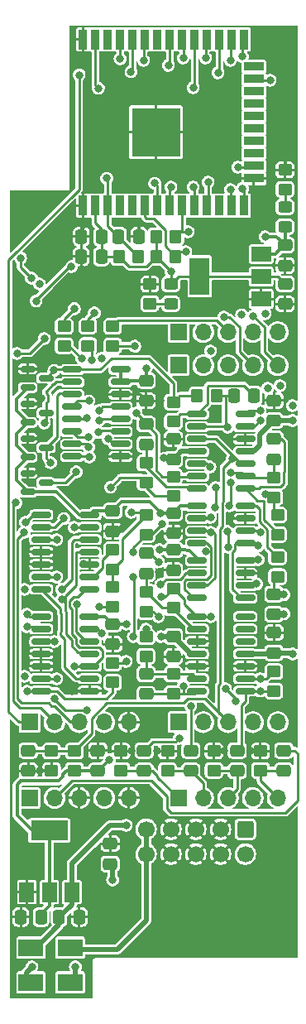
<source format=gbr>
%TF.GenerationSoftware,KiCad,Pcbnew,(6.0.0-0)*%
%TF.CreationDate,2022-01-16T08:37:52+00:00*%
%TF.ProjectId,curly-memory-kicad,6375726c-792d-46d6-956d-6f72792d6b69,rev?*%
%TF.SameCoordinates,Original*%
%TF.FileFunction,Copper,L1,Top*%
%TF.FilePolarity,Positive*%
%FSLAX46Y46*%
G04 Gerber Fmt 4.6, Leading zero omitted, Abs format (unit mm)*
G04 Created by KiCad (PCBNEW (6.0.0-0)) date 2022-01-16 08:37:52*
%MOMM*%
%LPD*%
G01*
G04 APERTURE LIST*
G04 Aperture macros list*
%AMRoundRect*
0 Rectangle with rounded corners*
0 $1 Rounding radius*
0 $2 $3 $4 $5 $6 $7 $8 $9 X,Y pos of 4 corners*
0 Add a 4 corners polygon primitive as box body*
4,1,4,$2,$3,$4,$5,$6,$7,$8,$9,$2,$3,0*
0 Add four circle primitives for the rounded corners*
1,1,$1+$1,$2,$3*
1,1,$1+$1,$4,$5*
1,1,$1+$1,$6,$7*
1,1,$1+$1,$8,$9*
0 Add four rect primitives between the rounded corners*
20,1,$1+$1,$2,$3,$4,$5,0*
20,1,$1+$1,$4,$5,$6,$7,0*
20,1,$1+$1,$6,$7,$8,$9,0*
20,1,$1+$1,$8,$9,$2,$3,0*%
G04 Aperture macros list end*
%TA.AperFunction,SMDPad,CuDef*%
%ADD10RoundRect,0.150000X-0.825000X-0.150000X0.825000X-0.150000X0.825000X0.150000X-0.825000X0.150000X0*%
%TD*%
%TA.AperFunction,SMDPad,CuDef*%
%ADD11RoundRect,0.250000X0.450000X-0.350000X0.450000X0.350000X-0.450000X0.350000X-0.450000X-0.350000X0*%
%TD*%
%TA.AperFunction,SMDPad,CuDef*%
%ADD12RoundRect,0.250000X-0.450000X0.350000X-0.450000X-0.350000X0.450000X-0.350000X0.450000X0.350000X0*%
%TD*%
%TA.AperFunction,SMDPad,CuDef*%
%ADD13RoundRect,0.250000X-0.475000X0.337500X-0.475000X-0.337500X0.475000X-0.337500X0.475000X0.337500X0*%
%TD*%
%TA.AperFunction,SMDPad,CuDef*%
%ADD14RoundRect,0.250000X-0.350000X-0.450000X0.350000X-0.450000X0.350000X0.450000X-0.350000X0.450000X0*%
%TD*%
%TA.AperFunction,SMDPad,CuDef*%
%ADD15RoundRect,0.250000X0.475000X-0.337500X0.475000X0.337500X-0.475000X0.337500X-0.475000X-0.337500X0*%
%TD*%
%TA.AperFunction,SMDPad,CuDef*%
%ADD16R,1.500000X2.000000*%
%TD*%
%TA.AperFunction,SMDPad,CuDef*%
%ADD17R,3.800000X2.000000*%
%TD*%
%TA.AperFunction,SMDPad,CuDef*%
%ADD18RoundRect,0.150000X-0.587500X-0.150000X0.587500X-0.150000X0.587500X0.150000X-0.587500X0.150000X0*%
%TD*%
%TA.AperFunction,SMDPad,CuDef*%
%ADD19RoundRect,0.250000X0.337500X0.475000X-0.337500X0.475000X-0.337500X-0.475000X0.337500X-0.475000X0*%
%TD*%
%TA.AperFunction,SMDPad,CuDef*%
%ADD20R,2.500000X1.800000*%
%TD*%
%TA.AperFunction,ComponentPad*%
%ADD21RoundRect,0.250000X-0.600000X0.600000X-0.600000X-0.600000X0.600000X-0.600000X0.600000X0.600000X0*%
%TD*%
%TA.AperFunction,ComponentPad*%
%ADD22C,1.700000*%
%TD*%
%TA.AperFunction,ComponentPad*%
%ADD23R,1.700000X1.700000*%
%TD*%
%TA.AperFunction,ComponentPad*%
%ADD24O,1.700000X1.700000*%
%TD*%
%TA.AperFunction,SMDPad,CuDef*%
%ADD25RoundRect,0.250000X-0.450000X0.325000X-0.450000X-0.325000X0.450000X-0.325000X0.450000X0.325000X0*%
%TD*%
%TA.AperFunction,SMDPad,CuDef*%
%ADD26R,0.900000X2.000000*%
%TD*%
%TA.AperFunction,SMDPad,CuDef*%
%ADD27R,2.000000X0.900000*%
%TD*%
%TA.AperFunction,SMDPad,CuDef*%
%ADD28R,5.000000X5.000000*%
%TD*%
%TA.AperFunction,SMDPad,CuDef*%
%ADD29RoundRect,0.250000X-0.337500X-0.475000X0.337500X-0.475000X0.337500X0.475000X-0.337500X0.475000X0*%
%TD*%
%TA.AperFunction,SMDPad,CuDef*%
%ADD30R,2.000000X1.500000*%
%TD*%
%TA.AperFunction,SMDPad,CuDef*%
%ADD31R,2.000000X3.800000*%
%TD*%
%TA.AperFunction,SMDPad,CuDef*%
%ADD32RoundRect,0.250000X0.350000X0.450000X-0.350000X0.450000X-0.350000X-0.450000X0.350000X-0.450000X0*%
%TD*%
%TA.AperFunction,SMDPad,CuDef*%
%ADD33RoundRect,0.250000X0.450000X-0.325000X0.450000X0.325000X-0.450000X0.325000X-0.450000X-0.325000X0*%
%TD*%
%TA.AperFunction,ViaPad*%
%ADD34C,0.800000*%
%TD*%
%TA.AperFunction,Conductor*%
%ADD35C,0.254000*%
%TD*%
%TA.AperFunction,Conductor*%
%ADD36C,0.378000*%
%TD*%
%TA.AperFunction,Conductor*%
%ADD37C,0.508000*%
%TD*%
G04 APERTURE END LIST*
D10*
%TO.P,U301,1*%
%TO.N,Net-(C303-Pad1)*%
X19434000Y-60706000D03*
%TO.P,U301,2,-*%
%TO.N,Net-(C303-Pad2)*%
X19434000Y-61976000D03*
%TO.P,U301,3,+*%
%TO.N,GND*%
X19434000Y-63246000D03*
%TO.P,U301,4,V+*%
%TO.N,+12V*%
X19434000Y-64516000D03*
%TO.P,U301,5,+*%
%TO.N,GND*%
X19434000Y-65786000D03*
%TO.P,U301,6,-*%
%TO.N,Net-(C301-Pad2)*%
X19434000Y-67056000D03*
%TO.P,U301,7*%
%TO.N,Net-(C301-Pad1)*%
X19434000Y-68326000D03*
%TO.P,U301,8*%
%TO.N,Net-(C302-Pad1)*%
X24384000Y-68326000D03*
%TO.P,U301,9,-*%
%TO.N,Net-(C302-Pad2)*%
X24384000Y-67056000D03*
%TO.P,U301,10,+*%
%TO.N,GND*%
X24384000Y-65786000D03*
%TO.P,U301,11,V-*%
%TO.N,-12V*%
X24384000Y-64516000D03*
%TO.P,U301,12,+*%
%TO.N,unconnected-(U301-Pad12)*%
X24384000Y-63246000D03*
%TO.P,U301,13,-*%
%TO.N,unconnected-(U301-Pad13)*%
X24384000Y-61976000D03*
%TO.P,U301,14*%
%TO.N,unconnected-(U301-Pad14)*%
X24384000Y-60706000D03*
%TD*%
D11*
%TO.P,R303,1*%
%TO.N,/output/OUT_0+*%
X14224000Y-60182000D03*
%TO.P,R303,2*%
%TO.N,Net-(C303-Pad2)*%
X14224000Y-58182000D03*
%TD*%
D12*
%TO.P,R309,1*%
%TO.N,GND*%
X11653360Y-74438000D03*
%TO.P,R309,2*%
%TO.N,/output/OUT_0_OUT*%
X11653360Y-76438000D03*
%TD*%
D13*
%TO.P,C105,1*%
%TO.N,+5V*%
X14224000Y-36554500D03*
%TO.P,C105,2*%
%TO.N,GND*%
X14224000Y-38629500D03*
%TD*%
D12*
%TO.P,R201,1*%
%TO.N,/input/IN_0_IN+*%
X5842000Y-31004000D03*
%TO.P,R201,2*%
%TO.N,Net-(C201-Pad2)*%
X5842000Y-33004000D03*
%TD*%
D11*
%TO.P,R209,1*%
%TO.N,Net-(C203-Pad1)*%
X27686000Y-52308000D03*
%TO.P,R209,2*%
%TO.N,/IN_2*%
X27686000Y-50308000D03*
%TD*%
D13*
%TO.P,C410,1*%
%TO.N,+3V3*%
X28448000Y-26648500D03*
%TO.P,C410,2*%
%TO.N,GND*%
X28448000Y-28723500D03*
%TD*%
D14*
%TO.P,R103,1*%
%TO.N,+3V3*%
X15256000Y-23876000D03*
%TO.P,R103,2*%
%TO.N,/SW_0*%
X17256000Y-23876000D03*
%TD*%
D10*
%TO.P,U106,1,~{CS}*%
%TO.N,/SPI2_CS_2*%
X3494000Y-50292000D03*
%TO.P,U106,2,SCK*%
%TO.N,/SPI2_CLK*%
X3494000Y-51562000D03*
%TO.P,U106,3,SI*%
%TO.N,/SPI2_MOSI*%
X3494000Y-52832000D03*
%TO.P,U106,4,VSS*%
%TO.N,GND*%
X3494000Y-54102000D03*
%TO.P,U106,5,PB1*%
X3494000Y-55372000D03*
%TO.P,U106,6,PW1*%
%TO.N,/RES1_W1*%
X3494000Y-56642000D03*
%TO.P,U106,7,PA1*%
%TO.N,/OUT_0*%
X3494000Y-57912000D03*
%TO.P,U106,8,PA0*%
%TO.N,/IN_0*%
X8444000Y-57912000D03*
%TO.P,U106,9,PW0*%
%TO.N,/RES1_W0*%
X8444000Y-56642000D03*
%TO.P,U106,10,PB0*%
%TO.N,GND*%
X8444000Y-55372000D03*
%TO.P,U106,11,~{RS}*%
%TO.N,/RES_~RS*%
X8444000Y-54102000D03*
%TO.P,U106,12,~{SHDN}*%
%TO.N,/RES_~SHDN*%
X8444000Y-52832000D03*
%TO.P,U106,13,SO*%
%TO.N,/SPI2_MISO*%
X8444000Y-51562000D03*
%TO.P,U106,14,VDD*%
%TO.N,+5V*%
X8444000Y-50292000D03*
%TD*%
D12*
%TO.P,R304,1*%
%TO.N,Net-(C301-Pad2)*%
X17018000Y-66585500D03*
%TO.P,R304,2*%
%TO.N,Net-(C301-Pad1)*%
X17018000Y-68585500D03*
%TD*%
D11*
%TO.P,R404,1*%
%TO.N,Net-(D404-Pad2)*%
X14605000Y-28686000D03*
%TO.P,R404,2*%
%TO.N,GND*%
X14605000Y-26686000D03*
%TD*%
D15*
%TO.P,C401,1*%
%TO.N,+5V*%
X9272270Y-76475500D03*
%TO.P,C401,2*%
%TO.N,GND*%
X9272270Y-74400500D03*
%TD*%
D16*
%TO.P,U401,1,GND*%
%TO.N,GND*%
X2018000Y-88875000D03*
D17*
%TO.P,U401,2,VO*%
%TO.N,+5V*%
X4318000Y-82575000D03*
D16*
X4318000Y-88875000D03*
%TO.P,U401,3,VI*%
%TO.N,+12V*%
X6618000Y-88875000D03*
%TD*%
D18*
%TO.P,D203,1,K*%
%TO.N,GND*%
X2110500Y-42484000D03*
%TO.P,D203,2,A*%
%TO.N,+5V*%
X2110500Y-44384000D03*
%TO.P,D203,3,K*%
%TO.N,/IN_2*%
X3985500Y-43434000D03*
%TD*%
D19*
%TO.P,C201,1*%
%TO.N,Net-(C201-Pad1)*%
X25294500Y-38100000D03*
%TO.P,C201,2*%
%TO.N,Net-(C201-Pad2)*%
X23219500Y-38100000D03*
%TD*%
D15*
%TO.P,C404,1*%
%TO.N,-12V*%
X10541000Y-86000500D03*
%TO.P,C404,2*%
%TO.N,GND*%
X10541000Y-83925500D03*
%TD*%
D20*
%TO.P,D401,1,K*%
%TO.N,+12V*%
X2445000Y-94564200D03*
%TO.P,D401,2,A*%
%TO.N,Net-(D401-Pad2)*%
X6445000Y-94564200D03*
%TD*%
D12*
%TO.P,R307,1*%
%TO.N,GND*%
X16415540Y-74438000D03*
%TO.P,R307,2*%
%TO.N,/output/OUT_1_OUT*%
X16415540Y-76438000D03*
%TD*%
D21*
%TO.P,J401,1,Pin_1*%
%TO.N,Net-(D402-Pad1)*%
X24384000Y-82440500D03*
D22*
%TO.P,J401,2,Pin_2*%
X24384000Y-84980500D03*
%TO.P,J401,3,Pin_3*%
%TO.N,GND*%
X21844000Y-82440500D03*
%TO.P,J401,4,Pin_4*%
X21844000Y-84980500D03*
%TO.P,J401,5,Pin_5*%
X19304000Y-82440500D03*
%TO.P,J401,6,Pin_6*%
X19304000Y-84980500D03*
%TO.P,J401,7,Pin_7*%
X16764000Y-82440500D03*
%TO.P,J401,8,Pin_8*%
X16764000Y-84980500D03*
%TO.P,J401,9,Pin_9*%
%TO.N,Net-(D401-Pad2)*%
X14224000Y-82440500D03*
%TO.P,J401,10,Pin_10*%
X14224000Y-84980500D03*
%TD*%
D23*
%TO.P,J101,1,Pin_1*%
%TO.N,/input/IN_0_IN+*%
X17540000Y-31600000D03*
D24*
%TO.P,J101,2,Pin_2*%
%TO.N,/input/IN_1_IN+*%
X20080000Y-31600000D03*
%TO.P,J101,3,Pin_3*%
%TO.N,/input/IN_2_IN+*%
X22620000Y-31600000D03*
%TO.P,J101,4,Pin_4*%
%TO.N,/IN_3*%
X25160000Y-31600000D03*
%TO.P,J101,5,Pin_5*%
%TO.N,/RES_0*%
X27700000Y-31600000D03*
%TD*%
D10*
%TO.P,U103,1,Vdd*%
%TO.N,+5V*%
X19434000Y-54991000D03*
%TO.P,U103,2,~{CS}*%
%TO.N,/SPI2_CS_0*%
X19434000Y-56261000D03*
%TO.P,U103,3,SCK*%
%TO.N,/SPI2_CLK*%
X19434000Y-57531000D03*
%TO.P,U103,4,SDI*%
%TO.N,/SPI2_MOSI*%
X19434000Y-58801000D03*
%TO.P,U103,5,~{LDAC}*%
%TO.N,/SPI2_MISO*%
X24384000Y-58801000D03*
%TO.P,U103,6,VB*%
%TO.N,/output/OUT_1+*%
X24384000Y-57531000D03*
%TO.P,U103,7,Vss*%
%TO.N,GND*%
X24384000Y-56261000D03*
%TO.P,U103,8,VA*%
%TO.N,/output/OUT_0+*%
X24384000Y-54991000D03*
%TD*%
D15*
%TO.P,C310,1*%
%TO.N,-12V*%
X27305000Y-64410500D03*
%TO.P,C310,2*%
%TO.N,GND*%
X27305000Y-62335500D03*
%TD*%
D13*
%TO.P,C408,1*%
%TO.N,V_OFFSET*%
X2159000Y-74400500D03*
%TO.P,C408,2*%
%TO.N,GND*%
X2159000Y-76475500D03*
%TD*%
D12*
%TO.P,R104,1*%
%TO.N,/RES1_W0*%
X10795000Y-53864000D03*
%TO.P,R104,2*%
%TO.N,Net-(R104-Pad2)*%
X10795000Y-55864000D03*
%TD*%
%TO.P,R402,1*%
%TO.N,V_OFFSET*%
X4540090Y-74438000D03*
%TO.P,R402,2*%
%TO.N,GND*%
X4540090Y-76438000D03*
%TD*%
%TO.P,R208,1*%
%TO.N,Net-(C202-Pad1)*%
X14224000Y-44974000D03*
%TO.P,R208,2*%
%TO.N,/IN_1*%
X14224000Y-46974000D03*
%TD*%
D13*
%TO.P,C103,1*%
%TO.N,+5V*%
X10795000Y-49889500D03*
%TO.P,C103,2*%
%TO.N,GND*%
X10795000Y-51964500D03*
%TD*%
D18*
%TO.P,D202,1,K*%
%TO.N,GND*%
X2110500Y-38928000D03*
%TO.P,D202,2,A*%
%TO.N,+5V*%
X2110500Y-40828000D03*
%TO.P,D202,3,K*%
%TO.N,/IN_1*%
X3985500Y-39878000D03*
%TD*%
D15*
%TO.P,C206,1*%
%TO.N,+12V*%
X17018000Y-44598500D03*
%TO.P,C206,2*%
%TO.N,GND*%
X17018000Y-42523500D03*
%TD*%
D25*
%TO.P,D404,1,K*%
%TO.N,+3V3*%
X16764000Y-26661000D03*
%TO.P,D404,2,A*%
%TO.N,Net-(D404-Pad2)*%
X16764000Y-28711000D03*
%TD*%
D19*
%TO.P,C104,1*%
%TO.N,+3V3*%
X9673500Y-21844000D03*
%TO.P,C104,2*%
%TO.N,GND*%
X7598500Y-21844000D03*
%TD*%
D11*
%TO.P,R105,1*%
%TO.N,/RES1_W1*%
X10795000Y-59674000D03*
%TO.P,R105,2*%
%TO.N,Net-(R104-Pad2)*%
X10795000Y-57674000D03*
%TD*%
D10*
%TO.P,U104,1,Vdd*%
%TO.N,+5V*%
X19434000Y-49403000D03*
%TO.P,U104,2,~{CS}*%
%TO.N,/SPI2_CS_1*%
X19434000Y-50673000D03*
%TO.P,U104,3,SCK*%
%TO.N,/SPI2_CLK*%
X19434000Y-51943000D03*
%TO.P,U104,4,SDI*%
%TO.N,/SPI2_MOSI*%
X19434000Y-53213000D03*
%TO.P,U104,5,~{LDAC}*%
%TO.N,/SPI2_MISO*%
X24384000Y-53213000D03*
%TO.P,U104,6,VB*%
%TO.N,/output/OUT_3+*%
X24384000Y-51943000D03*
%TO.P,U104,7,Vss*%
%TO.N,GND*%
X24384000Y-50673000D03*
%TO.P,U104,8,VA*%
%TO.N,/output/OUT_2+*%
X24384000Y-49403000D03*
%TD*%
D11*
%TO.P,R403,1*%
%TO.N,Net-(D403-Pad2)*%
X28448000Y-17002000D03*
%TO.P,R403,2*%
%TO.N,GND*%
X28448000Y-15002000D03*
%TD*%
D12*
%TO.P,R305,1*%
%TO.N,Net-(C302-Pad2)*%
X27305000Y-66310000D03*
%TO.P,R305,2*%
%TO.N,Net-(C302-Pad1)*%
X27305000Y-68310000D03*
%TD*%
D13*
%TO.P,C110,1*%
%TO.N,/RES0_W1*%
X28321000Y-74400500D03*
%TO.P,C110,2*%
%TO.N,/DRY_WET*%
X28321000Y-76475500D03*
%TD*%
D15*
%TO.P,C202,1*%
%TO.N,Net-(C202-Pad1)*%
X14224000Y-43074500D03*
%TO.P,C202,2*%
%TO.N,Net-(C202-Pad2)*%
X14224000Y-40999500D03*
%TD*%
D23*
%TO.P,J103,1,Pin_1*%
%TO.N,+5V*%
X17540000Y-71500000D03*
D24*
%TO.P,J103,2,Pin_2*%
%TO.N,+3V3*%
X20080000Y-71500000D03*
%TO.P,J103,3,Pin_3*%
%TO.N,V_OFFSET*%
X22620000Y-71500000D03*
%TO.P,J103,4,Pin_4*%
%TO.N,/IO_32*%
X25160000Y-71500000D03*
%TO.P,J103,5,Pin_5*%
%TO.N,/IO_21*%
X27700000Y-71500000D03*
%TD*%
D12*
%TO.P,R202,1*%
%TO.N,/input/IN_1_IN+*%
X8255000Y-30988000D03*
%TO.P,R202,2*%
%TO.N,Net-(C202-Pad2)*%
X8255000Y-32988000D03*
%TD*%
D23*
%TO.P,J102,1,Pin_1*%
%TO.N,/BOOT*%
X2300000Y-71500000D03*
D24*
%TO.P,J102,2,Pin_2*%
%TO.N,/RST*%
X4840000Y-71500000D03*
%TO.P,J102,3,Pin_3*%
%TO.N,/PROG_TX*%
X7380000Y-71500000D03*
%TO.P,J102,4,Pin_4*%
%TO.N,/PROG_RX*%
X9920000Y-71500000D03*
%TO.P,J102,5,Pin_5*%
%TO.N,GND*%
X12460000Y-71500000D03*
%TD*%
D12*
%TO.P,R308,1*%
%TO.N,GND*%
X21177720Y-74438000D03*
%TO.P,R308,2*%
%TO.N,/output/OUT_2_OUT*%
X21177720Y-76438000D03*
%TD*%
D11*
%TO.P,R306,1*%
%TO.N,Net-(C303-Pad2)*%
X17018000Y-59801000D03*
%TO.P,R306,2*%
%TO.N,Net-(C303-Pad1)*%
X17018000Y-57801000D03*
%TD*%
D10*
%TO.P,U105,1,~{CS}*%
%TO.N,/SPI3_CS_1*%
X3494000Y-60706000D03*
%TO.P,U105,2,SCK*%
%TO.N,/SPI3_CLK*%
X3494000Y-61976000D03*
%TO.P,U105,3,SI*%
%TO.N,/SPI3_MOSI*%
X3494000Y-63246000D03*
%TO.P,U105,4,VSS*%
%TO.N,GND*%
X3494000Y-64516000D03*
%TO.P,U105,5,PB1*%
X3494000Y-65786000D03*
%TO.P,U105,6,PW1*%
%TO.N,/RES0_W1*%
X3494000Y-67056000D03*
%TO.P,U105,7,PA1*%
%TO.N,/RES0_A1*%
X3494000Y-68326000D03*
%TO.P,U105,8,PA0*%
%TO.N,GND*%
X8444000Y-68326000D03*
%TO.P,U105,9,PW0*%
%TO.N,/OUT_0*%
X8444000Y-67056000D03*
%TO.P,U105,10,PB0*%
%TO.N,/IN_0*%
X8444000Y-65786000D03*
%TO.P,U105,11,~{RS}*%
%TO.N,/RES_~RS*%
X8444000Y-64516000D03*
%TO.P,U105,12,~{SHDN}*%
%TO.N,/RES_~SHDN*%
X8444000Y-63246000D03*
%TO.P,U105,13,SO*%
%TO.N,/SPI3_MISO*%
X8444000Y-61976000D03*
%TO.P,U105,14,VDD*%
%TO.N,+5V*%
X8444000Y-60706000D03*
%TD*%
D12*
%TO.P,R106,1*%
%TO.N,Net-(R104-Pad2)*%
X14224000Y-50308000D03*
%TO.P,R106,2*%
%TO.N,Net-(R106-Pad2)*%
X14224000Y-52308000D03*
%TD*%
D26*
%TO.P,U102,1,GND*%
%TO.N,GND*%
X7747000Y-18660000D03*
%TO.P,U102,2,VDD*%
%TO.N,+3V3*%
X9017000Y-18660000D03*
%TO.P,U102,3,EN*%
%TO.N,/RST*%
X10287000Y-18660000D03*
%TO.P,U102,4,SENSOR_VP*%
%TO.N,unconnected-(U102-Pad4)*%
X11557000Y-18660000D03*
%TO.P,U102,5,SENSOR_VN*%
%TO.N,unconnected-(U102-Pad5)*%
X12827000Y-18660000D03*
%TO.P,U102,6,IO34*%
%TO.N,/SW_0*%
X14097000Y-18660000D03*
%TO.P,U102,7,IO35*%
%TO.N,/LEDS*%
X15367000Y-18660000D03*
%TO.P,U102,8,IO32*%
%TO.N,/IO_32*%
X16637000Y-18660000D03*
%TO.P,U102,9,IO33*%
%TO.N,/SW_1*%
X17907000Y-18660000D03*
%TO.P,U102,10,IO25*%
%TO.N,/RES_~SHDN*%
X19177000Y-18660000D03*
%TO.P,U102,11,IO26*%
%TO.N,/RES_~RS*%
X20447000Y-18660000D03*
%TO.P,U102,12,IO27*%
%TO.N,unconnected-(U102-Pad12)*%
X21717000Y-18660000D03*
%TO.P,U102,13,IO14*%
%TO.N,/SPI2_CLK*%
X22987000Y-18660000D03*
%TO.P,U102,14,IO12*%
%TO.N,/SPI2_MISO*%
X24257000Y-18660000D03*
D27*
%TO.P,U102,15,GND*%
%TO.N,GND*%
X25257000Y-15875000D03*
%TO.P,U102,16,IO13*%
%TO.N,/SPI2_MOSI*%
X25257000Y-14605000D03*
%TO.P,U102,17,SHD/SD2*%
%TO.N,unconnected-(U102-Pad17)*%
X25257000Y-13335000D03*
%TO.P,U102,18,SWP/SD3*%
%TO.N,unconnected-(U102-Pad18)*%
X25257000Y-12065000D03*
%TO.P,U102,19,SCS/CMD*%
%TO.N,unconnected-(U102-Pad19)*%
X25257000Y-10795000D03*
%TO.P,U102,20,SCK/CLK*%
%TO.N,unconnected-(U102-Pad20)*%
X25257000Y-9525000D03*
%TO.P,U102,21,SDO/SD0*%
%TO.N,unconnected-(U102-Pad21)*%
X25257000Y-8255000D03*
%TO.P,U102,22,SDI/SD1*%
%TO.N,unconnected-(U102-Pad22)*%
X25257000Y-6985000D03*
%TO.P,U102,23,IO15*%
%TO.N,/SPI2_CS_0*%
X25257000Y-5715000D03*
%TO.P,U102,24,IO2*%
%TO.N,unconnected-(U102-Pad24)*%
X25257000Y-4445000D03*
D26*
%TO.P,U102,25,IO0*%
%TO.N,/BOOT*%
X24257000Y-1660000D03*
%TO.P,U102,26,IO4*%
%TO.N,/SPI3_CS_1*%
X22987000Y-1660000D03*
%TO.P,U102,27,IO16*%
%TO.N,/SPI2_CS_1*%
X21717000Y-1660000D03*
%TO.P,U102,28,IO17*%
%TO.N,/SPI2_CS_2*%
X20447000Y-1660000D03*
%TO.P,U102,29,IO5*%
%TO.N,/SPI3_CS_0*%
X19177000Y-1660000D03*
%TO.P,U102,30,IO18*%
%TO.N,/SPI3_CLK*%
X17907000Y-1660000D03*
%TO.P,U102,31,IO19*%
%TO.N,/SPI3_MISO*%
X16637000Y-1660000D03*
%TO.P,U102,32,NC*%
%TO.N,unconnected-(U102-Pad32)*%
X15367000Y-1660000D03*
%TO.P,U102,33,IO21*%
%TO.N,/IO_21*%
X14097000Y-1660000D03*
%TO.P,U102,34,RXD0/IO3*%
%TO.N,/PROG_RX*%
X12827000Y-1660000D03*
%TO.P,U102,35,TXD0/IO1*%
%TO.N,/PROG_TX*%
X11557000Y-1660000D03*
%TO.P,U102,36,IO22*%
%TO.N,unconnected-(U102-Pad36)*%
X10287000Y-1660000D03*
%TO.P,U102,37,IO23*%
%TO.N,/SPI3_MOSI*%
X9017000Y-1660000D03*
%TO.P,U102,38,GND*%
%TO.N,GND*%
X7747000Y-1660000D03*
D28*
%TO.P,U102,39,GND*%
X15247000Y-11160000D03*
%TD*%
D23*
%TO.P,J105,1,Pin_1*%
%TO.N,/RES0_A1*%
X2300000Y-79250000D03*
D24*
%TO.P,J105,2,Pin_2*%
%TO.N,/RES0_W1*%
X4840000Y-79250000D03*
%TO.P,J105,3,Pin_3*%
%TO.N,GND*%
X7380000Y-79250000D03*
%TO.P,J105,4,Pin_4*%
%TO.N,/LEDS*%
X9920000Y-79250000D03*
%TO.P,J105,5,Pin_5*%
%TO.N,GND*%
X12460000Y-79250000D03*
%TD*%
D19*
%TO.P,C102,1*%
%TO.N,+3V3*%
X9652000Y-23876000D03*
%TO.P,C102,2*%
%TO.N,GND*%
X7577000Y-23876000D03*
%TD*%
D20*
%TO.P,D402,1,K*%
%TO.N,Net-(D402-Pad1)*%
X6445000Y-98120200D03*
%TO.P,D402,2,A*%
%TO.N,-12V*%
X2445000Y-98120200D03*
%TD*%
D11*
%TO.P,R401,1*%
%TO.N,+5V*%
X6891180Y-76438000D03*
%TO.P,R401,2*%
%TO.N,V_OFFSET*%
X6891180Y-74438000D03*
%TD*%
D15*
%TO.P,C302,1*%
%TO.N,Net-(C302-Pad1)*%
X27305000Y-60473500D03*
%TO.P,C302,2*%
%TO.N,Net-(C302-Pad2)*%
X27305000Y-58398500D03*
%TD*%
D29*
%TO.P,C101,1*%
%TO.N,/RST*%
X11408500Y-21844000D03*
%TO.P,C101,2*%
%TO.N,GND*%
X13483500Y-21844000D03*
%TD*%
D15*
%TO.P,C301,1*%
%TO.N,Net-(C301-Pad1)*%
X14224000Y-68623000D03*
%TO.P,C301,2*%
%TO.N,Net-(C301-Pad2)*%
X14224000Y-66548000D03*
%TD*%
D14*
%TO.P,R102,1*%
%TO.N,+3V3*%
X15256000Y-21844000D03*
%TO.P,R102,2*%
%TO.N,/SW_1*%
X17256000Y-21844000D03*
%TD*%
D13*
%TO.P,C309,1*%
%TO.N,+12V*%
X17018000Y-62716500D03*
%TO.P,C309,2*%
%TO.N,GND*%
X17018000Y-64791500D03*
%TD*%
%TO.P,C106,1*%
%TO.N,+5V*%
X10795000Y-61446500D03*
%TO.P,C106,2*%
%TO.N,GND*%
X10795000Y-63521500D03*
%TD*%
D15*
%TO.P,C305,1*%
%TO.N,/output/OUT_2_OUT*%
X23558810Y-76475500D03*
%TO.P,C305,2*%
%TO.N,Net-(C302-Pad1)*%
X23558810Y-74400500D03*
%TD*%
D18*
%TO.P,D204,1,K*%
%TO.N,GND*%
X2110500Y-46040000D03*
%TO.P,D204,2,A*%
%TO.N,+5V*%
X2110500Y-47940000D03*
%TO.P,D204,3,K*%
%TO.N,/IN_3*%
X3985500Y-46990000D03*
%TD*%
D13*
%TO.P,C402,1*%
%TO.N,+5V*%
X28448000Y-22711500D03*
%TO.P,C402,2*%
%TO.N,GND*%
X28448000Y-24786500D03*
%TD*%
D14*
%TO.P,R101,1*%
%TO.N,+3V3*%
X11446000Y-23876000D03*
%TO.P,R101,2*%
%TO.N,/RST*%
X13446000Y-23876000D03*
%TD*%
D30*
%TO.P,U402,1,GND*%
%TO.N,GND*%
X26010000Y-28208000D03*
D31*
%TO.P,U402,2,VO*%
%TO.N,+3V3*%
X19710000Y-25908000D03*
D30*
X26010000Y-25908000D03*
%TO.P,U402,3,VI*%
%TO.N,+5V*%
X26010000Y-23608000D03*
%TD*%
D15*
%TO.P,C306,1*%
%TO.N,/output/OUT_0_OUT*%
X14034450Y-76475500D03*
%TO.P,C306,2*%
%TO.N,Net-(C303-Pad1)*%
X14034450Y-74400500D03*
%TD*%
D18*
%TO.P,D201,1,K*%
%TO.N,GND*%
X2110500Y-35372000D03*
%TO.P,D201,2,A*%
%TO.N,+5V*%
X2110500Y-37272000D03*
%TO.P,D201,3,K*%
%TO.N,/IN_0*%
X3985500Y-36322000D03*
%TD*%
D13*
%TO.P,C203,1*%
%TO.N,Net-(C203-Pad1)*%
X27305000Y-42523500D03*
%TO.P,C203,2*%
%TO.N,Net-(C203-Pad2)*%
X27305000Y-44598500D03*
%TD*%
D15*
%TO.P,C207,1*%
%TO.N,-12V*%
X27305000Y-40661500D03*
%TO.P,C207,2*%
%TO.N,GND*%
X27305000Y-38586500D03*
%TD*%
D10*
%TO.P,U101,1,CH0*%
%TO.N,/IN_0*%
X6669000Y-35433000D03*
%TO.P,U101,2,CH1*%
%TO.N,/IN_1*%
X6669000Y-36703000D03*
%TO.P,U101,3,CH2*%
%TO.N,/IN_2*%
X6669000Y-37973000D03*
%TO.P,U101,4,CH3*%
%TO.N,/IN_3*%
X6669000Y-39243000D03*
%TO.P,U101,5,CH4*%
%TO.N,/RES_0*%
X6669000Y-40513000D03*
%TO.P,U101,6,CH5*%
%TO.N,/RES_1*%
X6669000Y-41783000D03*
%TO.P,U101,7,CH6*%
%TO.N,/RES_2*%
X6669000Y-43053000D03*
%TO.P,U101,8,CH7*%
%TO.N,/RES_3*%
X6669000Y-44323000D03*
%TO.P,U101,9,DGND*%
%TO.N,GND*%
X11619000Y-44323000D03*
%TO.P,U101,10,~{CS}/SHDN*%
%TO.N,/SPI3_CS_0*%
X11619000Y-43053000D03*
%TO.P,U101,11,Din*%
%TO.N,/SPI3_MOSI*%
X11619000Y-41783000D03*
%TO.P,U101,12,Dout*%
%TO.N,/SPI3_MISO*%
X11619000Y-40513000D03*
%TO.P,U101,13,CLK*%
%TO.N,/SPI3_CLK*%
X11619000Y-39243000D03*
%TO.P,U101,14,AGND*%
%TO.N,GND*%
X11619000Y-37973000D03*
%TO.P,U101,15,Vref*%
%TO.N,+5V*%
X11619000Y-36703000D03*
%TO.P,U101,16,Vdd*%
X11619000Y-35433000D03*
%TD*%
%TO.P,U201,1*%
%TO.N,Net-(C201-Pad1)*%
X19434000Y-40005000D03*
%TO.P,U201,2,-*%
%TO.N,Net-(C201-Pad2)*%
X19434000Y-41275000D03*
%TO.P,U201,3,+*%
%TO.N,V_OFFSET*%
X19434000Y-42545000D03*
%TO.P,U201,4,V+*%
%TO.N,+12V*%
X19434000Y-43815000D03*
%TO.P,U201,5,+*%
%TO.N,V_OFFSET*%
X19434000Y-45085000D03*
%TO.P,U201,6,-*%
%TO.N,Net-(C202-Pad2)*%
X19434000Y-46355000D03*
%TO.P,U201,7*%
%TO.N,Net-(C202-Pad1)*%
X19434000Y-47625000D03*
%TO.P,U201,8*%
%TO.N,Net-(C203-Pad1)*%
X24384000Y-47625000D03*
%TO.P,U201,9,-*%
%TO.N,Net-(C203-Pad2)*%
X24384000Y-46355000D03*
%TO.P,U201,10,+*%
%TO.N,V_OFFSET*%
X24384000Y-45085000D03*
%TO.P,U201,11,V-*%
%TO.N,-12V*%
X24384000Y-43815000D03*
%TO.P,U201,12,+*%
%TO.N,GND*%
X24384000Y-42545000D03*
%TO.P,U201,13,-*%
%TO.N,Net-(R104-Pad2)*%
X24384000Y-41275000D03*
%TO.P,U201,14*%
%TO.N,Net-(R106-Pad2)*%
X24384000Y-40005000D03*
%TD*%
D13*
%TO.P,C109,1*%
%TO.N,+5V*%
X17018000Y-53881200D03*
%TO.P,C109,2*%
%TO.N,GND*%
X17018000Y-55956200D03*
%TD*%
D12*
%TO.P,R205,1*%
%TO.N,Net-(C202-Pad2)*%
X17018000Y-46371000D03*
%TO.P,R205,2*%
%TO.N,/IN_1*%
X17018000Y-48371000D03*
%TD*%
D13*
%TO.P,C303,1*%
%TO.N,Net-(C303-Pad1)*%
X14224000Y-54207500D03*
%TO.P,C303,2*%
%TO.N,Net-(C303-Pad2)*%
X14224000Y-56282500D03*
%TD*%
D15*
%TO.P,C304,1*%
%TO.N,/output/OUT_1_OUT*%
X18796630Y-76475500D03*
%TO.P,C304,2*%
%TO.N,Net-(C301-Pad1)*%
X18796630Y-74400500D03*
%TD*%
D13*
%TO.P,C108,1*%
%TO.N,+5V*%
X17018000Y-50092700D03*
%TO.P,C108,2*%
%TO.N,GND*%
X17018000Y-52167700D03*
%TD*%
D12*
%TO.P,R301,1*%
%TO.N,/output/OUT_1+*%
X14224000Y-62754000D03*
%TO.P,R301,2*%
%TO.N,Net-(C301-Pad2)*%
X14224000Y-64754000D03*
%TD*%
D32*
%TO.P,R204,1*%
%TO.N,Net-(C201-Pad2)*%
X21447000Y-38100000D03*
%TO.P,R204,2*%
%TO.N,/IN_0*%
X19447000Y-38100000D03*
%TD*%
D33*
%TO.P,D403,1,K*%
%TO.N,+5V*%
X28448000Y-20837000D03*
%TO.P,D403,2,A*%
%TO.N,Net-(D403-Pad2)*%
X28448000Y-18787000D03*
%TD*%
D12*
%TO.P,R108,1*%
%TO.N,GND*%
X25939900Y-74438000D03*
%TO.P,R108,2*%
%TO.N,/DRY_WET*%
X25939900Y-76438000D03*
%TD*%
%TO.P,R203,1*%
%TO.N,/input/IN_2_IN+*%
X10795000Y-31004000D03*
%TO.P,R203,2*%
%TO.N,Net-(C203-Pad2)*%
X10795000Y-33004000D03*
%TD*%
D11*
%TO.P,R207,1*%
%TO.N,Net-(C201-Pad1)*%
X17018000Y-40751000D03*
%TO.P,R207,2*%
%TO.N,/IN_0*%
X17018000Y-38751000D03*
%TD*%
D12*
%TO.P,R107,1*%
%TO.N,Net-(R106-Pad2)*%
X10795000Y-65421000D03*
%TO.P,R107,2*%
%TO.N,/RES0_A1*%
X10795000Y-67421000D03*
%TD*%
D23*
%TO.P,J104,1,Pin_1*%
%TO.N,/output/OUT_0_OUT*%
X17531000Y-79250000D03*
D24*
%TO.P,J104,2,Pin_2*%
%TO.N,/output/OUT_1_OUT*%
X20071000Y-79250000D03*
%TO.P,J104,3,Pin_3*%
%TO.N,/output/OUT_2_OUT*%
X22611000Y-79250000D03*
%TO.P,J104,4,Pin_4*%
%TO.N,/output/OUT_3+*%
X25151000Y-79250000D03*
%TO.P,J104,5,Pin_5*%
%TO.N,/DRY_WET*%
X27691000Y-79250000D03*
%TD*%
D23*
%TO.P,J106,1,Pin_1*%
%TO.N,/RES_1*%
X17540000Y-35000000D03*
D24*
%TO.P,J106,2,Pin_2*%
%TO.N,/RES_2*%
X20080000Y-35000000D03*
%TO.P,J106,3,Pin_3*%
%TO.N,/RES_3*%
X22620000Y-35000000D03*
%TO.P,J106,4,Pin_4*%
%TO.N,/SW_0*%
X25160000Y-35000000D03*
%TO.P,J106,5,Pin_5*%
%TO.N,/SW_1*%
X27700000Y-35000000D03*
%TD*%
D19*
%TO.P,C409,1*%
%TO.N,+5V*%
X3472000Y-91440000D03*
%TO.P,C409,2*%
%TO.N,GND*%
X1397000Y-91440000D03*
%TD*%
D12*
%TO.P,R302,1*%
%TO.N,/output/OUT_2+*%
X27686000Y-54610000D03*
%TO.P,R302,2*%
%TO.N,Net-(C302-Pad2)*%
X27686000Y-56610000D03*
%TD*%
D29*
%TO.P,C403,1*%
%TO.N,+12V*%
X5312500Y-91440000D03*
%TO.P,C403,2*%
%TO.N,GND*%
X7387500Y-91440000D03*
%TD*%
D12*
%TO.P,R206,1*%
%TO.N,Net-(C203-Pad2)*%
X27305000Y-46498000D03*
%TO.P,R206,2*%
%TO.N,/IN_2*%
X27305000Y-48498000D03*
%TD*%
D34*
%TO.N,GND*%
X21590000Y-20574000D03*
X24892000Y-20574000D03*
X22352000Y-27686000D03*
X22352000Y-23368000D03*
X8636000Y-87630000D03*
X8128000Y-81534000D03*
X2032000Y-85852000D03*
X26416000Y-94488000D03*
X16510000Y-90170000D03*
X27686000Y-7366000D03*
X27940000Y-10160000D03*
X28702000Y-1778000D03*
X22098000Y-12700000D03*
X21844000Y-9144000D03*
X16764000Y-7874000D03*
X13970000Y-7874000D03*
X13716000Y-14732000D03*
X16002000Y-14732000D03*
X19558000Y-12446000D03*
X19558000Y-8890000D03*
X11684000Y-90678000D03*
X20828000Y-92964000D03*
X24130000Y-91694000D03*
X25146000Y-88646000D03*
%TO.N,/RST*%
X903101Y-49066325D03*
X10195500Y-15869060D03*
%TO.N,GND*%
X7784011Y-55289855D03*
X8181541Y-20526950D03*
X3318000Y-76438000D03*
X28448000Y-13462000D03*
X5334000Y-55372000D03*
X9398000Y-73152000D03*
X3556000Y-34798000D03*
X5080000Y-64516000D03*
X6609714Y-68320286D03*
X7620000Y-25146000D03*
X22234310Y-74422000D03*
X15548500Y-56134000D03*
X3466011Y-41910000D03*
X5080000Y-65786000D03*
X13462000Y-20320000D03*
X3466011Y-45188083D03*
X12709950Y-74422000D03*
X18034000Y-51308000D03*
X22860000Y-50546000D03*
X26924000Y-15748000D03*
X5080000Y-54102000D03*
X13208000Y-26670000D03*
X12242800Y-63652400D03*
X15718500Y-38608000D03*
X24883310Y-74422000D03*
X3466011Y-38354000D03*
X7620000Y-3556000D03*
X11813286Y-51691286D03*
X15385500Y-74422000D03*
%TO.N,+5V*%
X15602155Y-53845007D03*
X15714852Y-50169366D03*
X26416000Y-21844000D03*
X10476980Y-75325295D03*
X12192000Y-61468000D03*
X14224000Y-35306000D03*
%TO.N,+3V3*%
X16764000Y-25400000D03*
%TO.N,/RES0_W1*%
X5080000Y-67056000D03*
%TO.N,Net-(C201-Pad2)*%
X22570500Y-41323198D03*
X7620000Y-34290000D03*
%TO.N,Net-(C202-Pad2)*%
X13208000Y-39878000D03*
X8670886Y-34480841D03*
%TO.N,Net-(C203-Pad2)*%
X22860000Y-45990497D03*
X20828000Y-33528000D03*
X13063522Y-33042466D03*
%TO.N,+12V*%
X12192000Y-82042000D03*
X15748000Y-62738000D03*
X16065807Y-44485989D03*
%TO.N,-12V*%
X2540000Y-96520000D03*
X10795000Y-87630000D03*
X29228500Y-40640000D03*
X29228500Y-64516000D03*
%TO.N,Net-(C301-Pad1)*%
X18034000Y-67818000D03*
X18796000Y-69850000D03*
%TO.N,Net-(C302-Pad1)*%
X28321000Y-60424991D03*
X25924000Y-68310000D03*
%TO.N,Net-(C302-Pad2)*%
X25908000Y-67056000D03*
X28321000Y-58454091D03*
%TO.N,Net-(C303-Pad1)*%
X17606500Y-73138908D03*
X20828000Y-60706000D03*
X15748000Y-58674000D03*
X15494000Y-55118000D03*
%TO.N,Net-(D402-Pad1)*%
X6985000Y-96520000D03*
%TO.N,/IO_32*%
X16769714Y-16769714D03*
%TO.N,V_OFFSET*%
X20753078Y-45402505D03*
X23021894Y-44562604D03*
%TO.N,/LEDS*%
X15107286Y-16377286D03*
X3302000Y-26670000D03*
%TO.N,Net-(R106-Pad2)*%
X21336000Y-47498000D03*
X12924500Y-62738000D03*
X15900400Y-51206400D03*
X21310569Y-49494500D03*
X12192000Y-65278000D03*
X25902239Y-39640514D03*
X12899500Y-56642000D03*
X12899500Y-54102000D03*
%TO.N,/input/IN_0_IN+*%
X6882919Y-29195762D03*
%TO.N,/IN_0*%
X6858000Y-65786000D03*
X4786750Y-35520750D03*
%TO.N,/IN_1*%
X3810000Y-40894000D03*
X10585811Y-47462500D03*
%TO.N,/IN_2*%
X26416000Y-48151020D03*
X4435317Y-44944255D03*
%TO.N,/IN_3*%
X7076903Y-45899887D03*
X8382000Y-38643500D03*
%TO.N,/input/IN_1_IN+*%
X8925500Y-29635855D03*
%TO.N,/BOOT*%
X7371714Y-5298500D03*
X24090399Y-3419113D03*
%TO.N,/PROG_TX*%
X2494525Y-26080941D03*
X1374864Y-24011163D03*
X1742500Y-52064286D03*
X11568430Y-3648714D03*
%TO.N,/PROG_RX*%
X4826000Y-69088000D03*
X12679978Y-4970478D03*
X8174212Y-70287447D03*
X1778000Y-66802000D03*
%TO.N,/RES0_A1*%
X2026286Y-68331714D03*
%TO.N,/RES1_W1*%
X9398000Y-59690000D03*
X5080000Y-56642000D03*
%TO.N,Net-(R104-Pad2)*%
X25908000Y-40640000D03*
X12700000Y-50038000D03*
X22763570Y-49348687D03*
X22860000Y-46990000D03*
%TO.N,/output/OUT_1+*%
X25544479Y-57358431D03*
X14224000Y-61976000D03*
%TO.N,/output/OUT_3+*%
X22352000Y-68072000D03*
X25908000Y-52070000D03*
X23373714Y-69347714D03*
%TO.N,/output/OUT_0+*%
X25689500Y-54864000D03*
X15494000Y-60706000D03*
%TO.N,/SW_0*%
X22183836Y-30069263D03*
X18288000Y-23368000D03*
%TO.N,/SW_1*%
X18542000Y-21336000D03*
X25146000Y-29972000D03*
%TO.N,/RES_0*%
X8128000Y-40386000D03*
%TO.N,/RES_1*%
X8346500Y-42326861D03*
%TO.N,/RES_2*%
X8346500Y-43361385D03*
%TO.N,/RES_3*%
X8410111Y-44358861D03*
%TO.N,/SPI3_CS_0*%
X10331749Y-42522979D03*
X9652000Y-34290000D03*
X19050000Y-6604000D03*
%TO.N,/SPI3_MOSI*%
X9343016Y-6664777D03*
X4826000Y-63246000D03*
X9328364Y-41863576D03*
%TO.N,/SPI3_MISO*%
X9398000Y-40640000D03*
X9687103Y-62437470D03*
X16510000Y-4318000D03*
%TO.N,/SPI3_CLK*%
X2032000Y-61722000D03*
X18034000Y-3556000D03*
X9398000Y-39624000D03*
%TO.N,/SPI2_CLK*%
X22860000Y-17018000D03*
X20828000Y-52070000D03*
X5806500Y-50655466D03*
%TO.N,/SPI2_MISO*%
X24090399Y-16900887D03*
X25689500Y-53446875D03*
X6858000Y-51562000D03*
%TO.N,/SPI2_MOSI*%
X20359269Y-54043780D03*
X23622000Y-14732000D03*
X5080000Y-52832000D03*
%TO.N,/SPI2_CS_0*%
X26416000Y-29718000D03*
X26924000Y-5842000D03*
X27940000Y-37084000D03*
X22606000Y-53594000D03*
X15719891Y-57402389D03*
X22554087Y-51998985D03*
%TO.N,/SPI3_CS_1*%
X2032000Y-60452000D03*
X22860000Y-3810000D03*
%TO.N,/SPI2_CS_1*%
X26670000Y-37338000D03*
X20828000Y-50546000D03*
X24008714Y-29839286D03*
X21590000Y-5080000D03*
%TO.N,/RES_~RS*%
X20574000Y-16256000D03*
X5588000Y-58928000D03*
%TO.N,/RES_~SHDN*%
X7112000Y-59436000D03*
X3810000Y-32258000D03*
X19044286Y-16758286D03*
X1778000Y-57912000D03*
X1016000Y-33782000D03*
X5593714Y-57906286D03*
%TO.N,/SPI2_CS_2*%
X6592647Y-24901665D03*
X2958011Y-28421684D03*
X20320000Y-3556000D03*
X1888927Y-51054000D03*
%TO.N,/IO_21*%
X13970000Y-3810000D03*
X29210000Y-39116000D03*
%TD*%
D35*
%TO.N,/LEDS*%
X15367000Y-18660000D02*
X15367000Y-16637000D01*
%TO.N,/IO_32*%
X16637000Y-16902428D02*
X16769714Y-16769714D01*
X16637000Y-18660000D02*
X16637000Y-16902428D01*
%TO.N,/LEDS*%
X15367000Y-16637000D02*
X15107286Y-16377286D01*
%TO.N,/PROG_RX*%
X12827000Y-4823456D02*
X12679978Y-4970478D01*
X12827000Y-1660000D02*
X12827000Y-4823456D01*
%TO.N,/RST*%
X3389511Y-70049511D02*
X1336150Y-70049511D01*
X10287000Y-20722500D02*
X10287000Y-18660000D01*
X10287000Y-15960560D02*
X10195500Y-15869060D01*
X597988Y-49371438D02*
X903101Y-49066325D01*
X1336150Y-70049511D02*
X597988Y-69311349D01*
X10287000Y-18660000D02*
X10287000Y-15960560D01*
X13440500Y-23876000D02*
X11408500Y-21844000D01*
X597988Y-69311349D02*
X597988Y-49371438D01*
X13446000Y-23876000D02*
X13440500Y-23876000D01*
X11408500Y-21844000D02*
X10287000Y-20722500D01*
X4840000Y-71500000D02*
X3389511Y-70049511D01*
%TO.N,GND*%
X24384000Y-50673000D02*
X22987000Y-50673000D01*
X7747000Y-3429000D02*
X7620000Y-3556000D01*
X17018000Y-52218500D02*
X17123500Y-52218500D01*
X14605000Y-26686000D02*
X13224000Y-26686000D01*
X4540090Y-76438000D02*
X3318000Y-76438000D01*
X11653360Y-74438000D02*
X12693950Y-74438000D01*
X26797000Y-15875000D02*
X26924000Y-15748000D01*
X8444000Y-55372000D02*
X7866156Y-55372000D01*
X2892011Y-38928000D02*
X3466011Y-38354000D01*
X2110500Y-35372000D02*
X2982000Y-35372000D01*
X3280500Y-76475500D02*
X3318000Y-76438000D01*
X9272270Y-74400500D02*
X9272270Y-73277730D01*
X12693950Y-74438000D02*
X12709950Y-74422000D01*
X7577000Y-23876000D02*
X7577000Y-25103000D01*
X17018000Y-55901500D02*
X15781000Y-55901500D01*
X25257000Y-15875000D02*
X26797000Y-15875000D01*
X3494000Y-64516000D02*
X5080000Y-64516000D01*
X8444000Y-68326000D02*
X6615428Y-68326000D01*
X2110500Y-38928000D02*
X2892011Y-38928000D01*
X9272270Y-73277730D02*
X9398000Y-73152000D01*
X11540072Y-51964500D02*
X11813286Y-51691286D01*
X16415540Y-74438000D02*
X15401500Y-74438000D01*
X13224000Y-26686000D02*
X13208000Y-26670000D01*
X2982000Y-35372000D02*
X3556000Y-34798000D01*
X7598500Y-21109991D02*
X8181541Y-20526950D01*
X14224000Y-38629500D02*
X13567500Y-37973000D01*
X10795000Y-51964500D02*
X11540072Y-51964500D01*
X3494000Y-54102000D02*
X5080000Y-54102000D01*
X28448000Y-15002000D02*
X28448000Y-13462000D01*
X15781000Y-55901500D02*
X15548500Y-56134000D01*
X7577000Y-25103000D02*
X7620000Y-25146000D01*
X21177720Y-74438000D02*
X22218310Y-74438000D01*
X7598500Y-21844000D02*
X7598500Y-21109991D01*
X7747000Y-1660000D02*
X7747000Y-3429000D01*
X22218310Y-74438000D02*
X22234310Y-74422000D01*
X14224000Y-38629500D02*
X15697000Y-38629500D01*
X7866156Y-55372000D02*
X7784011Y-55289855D01*
X2110500Y-42484000D02*
X2892011Y-42484000D01*
X15401500Y-74438000D02*
X15385500Y-74422000D01*
X12111900Y-63521500D02*
X12242800Y-63652400D01*
X2614094Y-46040000D02*
X3466011Y-45188083D01*
X13567500Y-37973000D02*
X11619000Y-37973000D01*
X13483500Y-20341500D02*
X13462000Y-20320000D01*
X3494000Y-55372000D02*
X5334000Y-55372000D01*
X24899310Y-74438000D02*
X24883310Y-74422000D01*
X15697000Y-38629500D02*
X15718500Y-38608000D01*
X22987000Y-50673000D02*
X22860000Y-50546000D01*
X2159000Y-76475500D02*
X3280500Y-76475500D01*
X3494000Y-65786000D02*
X5080000Y-65786000D01*
X10795000Y-63521500D02*
X12111900Y-63521500D01*
X17123500Y-52218500D02*
X18034000Y-51308000D01*
X6615428Y-68326000D02*
X6609714Y-68320286D01*
X2110500Y-46040000D02*
X2614094Y-46040000D01*
X13483500Y-21844000D02*
X13483500Y-20341500D01*
X25939900Y-74438000D02*
X24899310Y-74438000D01*
X2892011Y-42484000D02*
X3466011Y-41910000D01*
D36*
%TO.N,+5V*%
X6112000Y-76438000D02*
X6891180Y-76438000D01*
X28448000Y-22711500D02*
X28342500Y-22711500D01*
X930480Y-39647980D02*
X930480Y-38452020D01*
X8444000Y-50292000D02*
X7366000Y-50292000D01*
X3472000Y-91143000D02*
X4318000Y-90297000D01*
X14636870Y-48941499D02*
X15714852Y-50019481D01*
X11619000Y-36703000D02*
X11619000Y-35433000D01*
X2110500Y-47940000D02*
X930480Y-46759980D01*
X16992134Y-50169366D02*
X15714852Y-50169366D01*
X27580500Y-21844000D02*
X28448000Y-22711500D01*
X10054500Y-60706000D02*
X8444000Y-60706000D01*
X11767500Y-36554500D02*
X11619000Y-36703000D01*
X10795000Y-61446500D02*
X10054500Y-60706000D01*
X14224000Y-35306000D02*
X14224000Y-36554500D01*
X15602155Y-53845007D02*
X16999493Y-53845007D01*
X18649520Y-53955520D02*
X19434000Y-54740000D01*
X930480Y-43203980D02*
X930480Y-42008020D01*
X27446000Y-23608000D02*
X26010000Y-23608000D01*
X14224000Y-36554500D02*
X11767500Y-36554500D01*
X4318000Y-88875000D02*
X4318000Y-82575000D01*
X9234770Y-76438000D02*
X9272270Y-76475500D01*
X18363571Y-53955520D02*
X18649520Y-53955520D01*
X9272270Y-76475500D02*
X9326775Y-76475500D01*
X5715000Y-76835000D02*
X6112000Y-76438000D01*
X11743001Y-48941499D02*
X14636870Y-48941499D01*
X2110500Y-44384000D02*
X930480Y-43203980D01*
X8846500Y-49889500D02*
X8444000Y-50292000D01*
X26416000Y-21844000D02*
X27580500Y-21844000D01*
X930480Y-46759980D02*
X930480Y-45564020D01*
X18234551Y-53826500D02*
X18363571Y-53955520D01*
X930480Y-45564020D02*
X2110500Y-44384000D01*
X15714852Y-50019481D02*
X15714852Y-50169366D01*
X12192000Y-61468000D02*
X10816500Y-61468000D01*
X19434000Y-49403000D02*
X17758500Y-49403000D01*
X4318000Y-90297000D02*
X4318000Y-88875000D01*
X16999493Y-53845007D02*
X17018000Y-53826500D01*
X9326775Y-76475500D02*
X10476980Y-75325295D01*
X1007489Y-77895180D02*
X1397149Y-77505520D01*
X7366000Y-50292000D02*
X5014000Y-47940000D01*
X17018000Y-53826500D02*
X18234551Y-53826500D01*
X2565000Y-82575000D02*
X1007489Y-81017489D01*
X6891180Y-76438000D02*
X9234770Y-76438000D01*
X3472000Y-91440000D02*
X3472000Y-91143000D01*
X5715000Y-77042461D02*
X5715000Y-76835000D01*
X10795000Y-49889500D02*
X8846500Y-49889500D01*
X930480Y-38452020D02*
X2110500Y-37272000D01*
X2110500Y-40828000D02*
X930480Y-39647980D01*
X17758500Y-49403000D02*
X16992134Y-50169366D01*
X930480Y-42008020D02*
X2110500Y-40828000D01*
X10816500Y-61468000D02*
X10795000Y-61446500D01*
X4318000Y-82575000D02*
X2565000Y-82575000D01*
X28342500Y-22711500D02*
X27446000Y-23608000D01*
X5014000Y-47940000D02*
X2110500Y-47940000D01*
X5251941Y-77505520D02*
X5715000Y-77042461D01*
X1007489Y-81017489D02*
X1007489Y-77895180D01*
X28448000Y-22711500D02*
X28448000Y-20837000D01*
X1397149Y-77505520D02*
X5251941Y-77505520D01*
X19434000Y-54740000D02*
X19434000Y-54991000D01*
X10795000Y-49889500D02*
X11743001Y-48941499D01*
D35*
%TO.N,+3V3*%
X28448000Y-26648500D02*
X27707500Y-25908000D01*
X15256000Y-23876000D02*
X15256000Y-21844000D01*
X14229480Y-24902520D02*
X12472520Y-24902520D01*
X9652000Y-23876000D02*
X9652000Y-21865500D01*
X16764000Y-25384000D02*
X15256000Y-23876000D01*
X15256000Y-23876000D02*
X14229480Y-24902520D01*
X11446000Y-23876000D02*
X9652000Y-23876000D01*
X16764000Y-25400000D02*
X16764000Y-25384000D01*
X9017000Y-20447000D02*
X9017000Y-18660000D01*
X27707500Y-25908000D02*
X26010000Y-25908000D01*
X9652000Y-21865500D02*
X9673500Y-21844000D01*
X17517000Y-25908000D02*
X16764000Y-26661000D01*
X26010000Y-25908000D02*
X19710000Y-25908000D01*
X16764000Y-26661000D02*
X16764000Y-25400000D01*
X9673500Y-21844000D02*
X9673500Y-21103500D01*
X9673500Y-21103500D02*
X9017000Y-20447000D01*
X19710000Y-25908000D02*
X17517000Y-25908000D01*
X12472520Y-24902520D02*
X11446000Y-23876000D01*
%TO.N,/RES0_W1*%
X29718000Y-74676000D02*
X29442500Y-74400500D01*
X5080000Y-67056000D02*
X3494000Y-67056000D01*
X16354489Y-79074879D02*
X16354489Y-80362489D01*
X6620000Y-77470000D02*
X14749610Y-77470000D01*
X28448000Y-80772000D02*
X29718000Y-79502000D01*
X14749610Y-77470000D02*
X16354489Y-79074879D01*
X16354489Y-80362489D02*
X16764000Y-80772000D01*
X29718000Y-79502000D02*
X29718000Y-74676000D01*
X4840000Y-79250000D02*
X6620000Y-77470000D01*
X16764000Y-80772000D02*
X28448000Y-80772000D01*
X29442500Y-74400500D02*
X28321000Y-74400500D01*
%TO.N,/DRY_WET*%
X25939900Y-76438000D02*
X28283500Y-76438000D01*
X25939900Y-77498900D02*
X25939900Y-76438000D01*
X27691000Y-79250000D02*
X25939900Y-77498900D01*
X28283500Y-76438000D02*
X28321000Y-76475500D01*
%TO.N,Net-(C201-Pad1)*%
X19434000Y-40005000D02*
X20520480Y-38918520D01*
X17018000Y-40751000D02*
X17764000Y-40005000D01*
X24242980Y-37048480D02*
X25294500Y-38100000D01*
X17764000Y-40005000D02*
X19434000Y-40005000D01*
X20520480Y-37137520D02*
X20609520Y-37048480D01*
X20609520Y-37048480D02*
X24242980Y-37048480D01*
X20520480Y-38918520D02*
X20520480Y-37137520D01*
%TO.N,Net-(C201-Pad2)*%
X19434000Y-41275000D02*
X22225000Y-41275000D01*
X21447000Y-38100000D02*
X22352000Y-38100000D01*
X22352000Y-41148000D02*
X22352000Y-38100000D01*
X5842000Y-33004000D02*
X6334000Y-33004000D01*
X22352000Y-38100000D02*
X23219500Y-38100000D01*
X22225000Y-41275000D02*
X22352000Y-41148000D01*
X6334000Y-33004000D02*
X7620000Y-34290000D01*
%TO.N,Net-(C202-Pad1)*%
X19253480Y-47444480D02*
X19434000Y-47625000D01*
X14224000Y-43074500D02*
X14224000Y-44974000D01*
X16309802Y-47444480D02*
X19253480Y-47444480D01*
X14224000Y-44974000D02*
X14224000Y-45358678D01*
X14224000Y-45358678D02*
X16309802Y-47444480D01*
%TO.N,Net-(C202-Pad2)*%
X8255000Y-32988000D02*
X8670886Y-33403886D01*
X19418000Y-46371000D02*
X19434000Y-46355000D01*
X15275520Y-42051020D02*
X15275520Y-45755520D01*
X8670886Y-33403886D02*
X8670886Y-34480841D01*
X14224000Y-40999500D02*
X15275520Y-42051020D01*
X17018000Y-46371000D02*
X19418000Y-46371000D01*
X15891000Y-46371000D02*
X17018000Y-46371000D01*
X14224000Y-40894000D02*
X13208000Y-39878000D01*
X15275520Y-45755520D02*
X15891000Y-46371000D01*
X14224000Y-40999500D02*
X14224000Y-40894000D01*
%TO.N,Net-(C203-Pad1)*%
X25781000Y-47625000D02*
X24384000Y-47625000D01*
X26278480Y-48877521D02*
X26278480Y-50771689D01*
X28331520Y-47086802D02*
X27993802Y-47424520D01*
X27993802Y-47424520D02*
X25981480Y-47424520D01*
X28356520Y-45884198D02*
X28331520Y-45909198D01*
X27305000Y-42523500D02*
X28045500Y-42523500D01*
X28045500Y-42523500D02*
X28356520Y-42834520D01*
X28356520Y-42834520D02*
X28356520Y-45884198D01*
X26278480Y-50771689D02*
X27686000Y-52179209D01*
X25636521Y-48877521D02*
X26278480Y-48877521D01*
X24384000Y-47625000D02*
X25636521Y-48877521D01*
X25981480Y-47424520D02*
X25781000Y-47625000D01*
X27686000Y-52179209D02*
X27686000Y-52308000D01*
X28331520Y-45909198D02*
X28331520Y-47086802D01*
X27305000Y-52308000D02*
X27305000Y-51923322D01*
%TO.N,Net-(C203-Pad2)*%
X24019497Y-45990497D02*
X22860000Y-45990497D01*
X27305000Y-44598500D02*
X27305000Y-46498000D01*
X27305000Y-46498000D02*
X24527000Y-46498000D01*
X13025056Y-33004000D02*
X13063522Y-33042466D01*
X24384000Y-46355000D02*
X24019497Y-45990497D01*
X10795000Y-33004000D02*
X13025056Y-33004000D01*
X24527000Y-46498000D02*
X24384000Y-46355000D01*
D37*
%TO.N,+12V*%
X17018000Y-62716500D02*
X17018000Y-62734873D01*
X5312500Y-91440000D02*
X6618000Y-90134500D01*
X16905489Y-44485989D02*
X16065807Y-44485989D01*
X17018000Y-44598500D02*
X16905489Y-44485989D01*
X6618000Y-85964705D02*
X10540705Y-82042000D01*
X17018000Y-44598500D02*
X17801500Y-43815000D01*
X6618000Y-88875000D02*
X6618000Y-85964705D01*
X6618000Y-90134500D02*
X6618000Y-88875000D01*
X1945000Y-94742000D02*
X2795000Y-94742000D01*
X10540705Y-82042000D02*
X12192000Y-82042000D01*
X18799127Y-64516000D02*
X19434000Y-64516000D01*
X17018000Y-62734873D02*
X18799127Y-64516000D01*
X16996500Y-62738000D02*
X17018000Y-62716500D01*
X5312500Y-92224500D02*
X5312500Y-91440000D01*
X15748000Y-62738000D02*
X16996500Y-62738000D01*
X17801500Y-43815000D02*
X19434000Y-43815000D01*
X2795000Y-94742000D02*
X5312500Y-92224500D01*
%TO.N,-12V*%
X27305000Y-40661500D02*
X27283205Y-40661500D01*
X1945000Y-97115000D02*
X2540000Y-96520000D01*
X24384000Y-64516000D02*
X27199500Y-64516000D01*
X27305000Y-64410500D02*
X29123000Y-64410500D01*
X27283205Y-40661500D02*
X25866520Y-42078185D01*
X10795000Y-87630000D02*
X10795000Y-86254500D01*
X25866520Y-42078185D02*
X25866520Y-43175960D01*
X27326500Y-40640000D02*
X29228500Y-40640000D01*
X25227480Y-43815000D02*
X24384000Y-43815000D01*
X27305000Y-40661500D02*
X27326500Y-40640000D01*
X27199500Y-64516000D02*
X27305000Y-64410500D01*
X29123000Y-64410500D02*
X29228500Y-64516000D01*
X1945000Y-98298000D02*
X1945000Y-97115000D01*
X10795000Y-86254500D02*
X10541000Y-86000500D01*
X25866520Y-43175960D02*
X25227480Y-43815000D01*
D35*
%TO.N,Net-(C301-Pad1)*%
X18034000Y-67818000D02*
X18034000Y-68580000D01*
X14224000Y-68623000D02*
X16980500Y-68623000D01*
X17018000Y-68585500D02*
X18039500Y-68585500D01*
X18034000Y-68580000D02*
X18039500Y-68585500D01*
X19174500Y-68585500D02*
X19434000Y-68326000D01*
X18796630Y-74400500D02*
X18796630Y-69850630D01*
X18796630Y-69850630D02*
X18796000Y-69850000D01*
X18039500Y-68585500D02*
X19174500Y-68585500D01*
X16980500Y-68623000D02*
X17018000Y-68585500D01*
%TO.N,Net-(C301-Pad2)*%
X14261500Y-66585500D02*
X17018000Y-66585500D01*
X14224000Y-66548000D02*
X14261500Y-66585500D01*
X14224000Y-64754000D02*
X14224000Y-66548000D01*
X18963500Y-66585500D02*
X19434000Y-67056000D01*
X17018000Y-66585500D02*
X18963500Y-66585500D01*
%TO.N,Net-(C302-Pad1)*%
X27305000Y-68310000D02*
X25924000Y-68310000D01*
X27353509Y-60424991D02*
X28321000Y-60424991D01*
X27305000Y-60473500D02*
X27353509Y-60424991D01*
X24384000Y-69353429D02*
X23983489Y-69753940D01*
X24384000Y-68326000D02*
X24384000Y-69353429D01*
X23983489Y-73975821D02*
X23558810Y-74400500D01*
X24400000Y-68310000D02*
X24384000Y-68326000D01*
X25924000Y-68310000D02*
X24400000Y-68310000D01*
X23983489Y-69753940D02*
X23983489Y-73975821D01*
%TO.N,Net-(C302-Pad2)*%
X27305000Y-58398500D02*
X27360591Y-58454091D01*
X27305000Y-58398500D02*
X27305000Y-56610000D01*
X27305000Y-66310000D02*
X26559000Y-67056000D01*
X26559000Y-67056000D02*
X25908000Y-67056000D01*
X24384000Y-67056000D02*
X25908000Y-67056000D01*
X27360591Y-58454091D02*
X28321000Y-58454091D01*
%TO.N,Net-(C303-Pad1)*%
X18132480Y-58915480D02*
X17018000Y-57801000D01*
X14224000Y-54207500D02*
X14583500Y-54207500D01*
X14034450Y-74400500D02*
X14923470Y-73511480D01*
X18132480Y-59404480D02*
X18132480Y-58915480D01*
X14923470Y-73511480D02*
X17233928Y-73511480D01*
X17233928Y-73511480D02*
X17606500Y-73138908D01*
X15748000Y-58674000D02*
X16145000Y-58674000D01*
X14583500Y-54207500D02*
X15494000Y-55118000D01*
X19434000Y-60706000D02*
X18132480Y-59404480D01*
X16145000Y-58674000D02*
X17018000Y-57801000D01*
X20828000Y-60706000D02*
X19434000Y-60706000D01*
%TO.N,Net-(C303-Pad2)*%
X19055099Y-61976000D02*
X17018000Y-59938901D01*
X17018000Y-59938901D02*
X17018000Y-59801000D01*
X14224000Y-58182000D02*
X14224000Y-56282500D01*
X19434000Y-61976000D02*
X19055099Y-61976000D01*
X17018000Y-59801000D02*
X15843000Y-59801000D01*
X15843000Y-59801000D02*
X14224000Y-58182000D01*
%TO.N,/output/OUT_1_OUT*%
X20071000Y-77749870D02*
X18796630Y-76475500D01*
X20071000Y-79250000D02*
X20071000Y-77749870D01*
X18796630Y-76475500D02*
X16453040Y-76475500D01*
X16453040Y-76475500D02*
X16415540Y-76438000D01*
%TO.N,/output/OUT_2_OUT*%
X23558810Y-76475500D02*
X23558810Y-78302190D01*
X21177720Y-76438000D02*
X23521310Y-76438000D01*
X23558810Y-78302190D02*
X22611000Y-79250000D01*
X23521310Y-76438000D02*
X23558810Y-76475500D01*
%TO.N,/output/OUT_0_OUT*%
X14880500Y-76475500D02*
X14034450Y-76475500D01*
X13996950Y-76438000D02*
X14034450Y-76475500D01*
X17531000Y-79250000D02*
X15389020Y-77108020D01*
X15389020Y-76984020D02*
X14880500Y-76475500D01*
X11653360Y-76438000D02*
X13996950Y-76438000D01*
X15389020Y-77108020D02*
X15389020Y-76984020D01*
D37*
%TO.N,Net-(D401-Pad2)*%
X14224000Y-82440500D02*
X14224000Y-84980500D01*
X11303000Y-94742000D02*
X6945000Y-94742000D01*
X14224000Y-84980500D02*
X14224000Y-91821000D01*
X14224000Y-91821000D02*
X11303000Y-94742000D01*
%TO.N,Net-(D402-Pad1)*%
X6985000Y-98258000D02*
X6945000Y-98298000D01*
X6985000Y-96520000D02*
X6985000Y-98258000D01*
D35*
%TO.N,V_OFFSET*%
X21827586Y-51698057D02*
X21827586Y-67568985D01*
X18069499Y-69549072D02*
X18495072Y-69123499D01*
X6891180Y-74438000D02*
X8652669Y-72676511D01*
X21388732Y-42545000D02*
X19434000Y-42545000D01*
X22037069Y-51488574D02*
X21827586Y-51698057D01*
X24384000Y-45085000D02*
X23928732Y-45085000D01*
X22133499Y-48951329D02*
X22037069Y-49047759D01*
X23021894Y-44562604D02*
X23021894Y-44178162D01*
X22037069Y-49047759D02*
X22037069Y-51488574D01*
X19434000Y-45085000D02*
X20435573Y-45085000D01*
X23021894Y-44178162D02*
X22949866Y-44106134D01*
X22133499Y-45450999D02*
X22133499Y-48951329D01*
X8652669Y-72676511D02*
X8652669Y-71103492D01*
X20243499Y-69123499D02*
X22620000Y-71500000D01*
X21625499Y-70505499D02*
X22620000Y-71500000D01*
X4540090Y-74438000D02*
X6891180Y-74438000D01*
X22949866Y-44106134D02*
X21388732Y-42545000D01*
X20435573Y-45085000D02*
X20753078Y-45402505D01*
X21625499Y-67771072D02*
X21625499Y-70505499D01*
X4502590Y-74400500D02*
X4540090Y-74438000D01*
X23928732Y-45085000D02*
X22949866Y-44106134D01*
X23021894Y-44562604D02*
X22133499Y-45450999D01*
X21827586Y-67568985D02*
X21625499Y-67771072D01*
X2159000Y-74400500D02*
X4502590Y-74400500D01*
X8652669Y-71103492D02*
X10207089Y-69549072D01*
X18495072Y-69123499D02*
X20243499Y-69123499D01*
X10207089Y-69549072D02*
X18069499Y-69549072D01*
%TO.N,Net-(R106-Pad2)*%
X12899500Y-53632500D02*
X14224000Y-52308000D01*
X14224000Y-52308000D02*
X14798800Y-52308000D01*
X14798800Y-52308000D02*
X15900400Y-51206400D01*
X21336000Y-49469069D02*
X21310569Y-49494500D01*
X12899500Y-54102000D02*
X12899500Y-53632500D01*
X24748486Y-39640514D02*
X25902239Y-39640514D01*
X12049000Y-65421000D02*
X12192000Y-65278000D01*
X10795000Y-65421000D02*
X12049000Y-65421000D01*
X12972501Y-62689999D02*
X12972501Y-56715001D01*
X12924500Y-62738000D02*
X12972501Y-62689999D01*
X12972501Y-56715001D02*
X12899500Y-56642000D01*
X24384000Y-40005000D02*
X24748486Y-39640514D01*
X21336000Y-47498000D02*
X21336000Y-49469069D01*
%TO.N,/input/IN_0_IN+*%
X5842000Y-31004000D02*
X5842000Y-30236681D01*
X5842000Y-30236681D02*
X6882919Y-29195762D01*
%TO.N,/IN_0*%
X3985500Y-36322000D02*
X4874500Y-35433000D01*
X7994638Y-57912000D02*
X8444000Y-57912000D01*
X14486635Y-34298635D02*
X17018000Y-36830000D01*
X8822901Y-65786000D02*
X9745520Y-64863381D01*
X4874500Y-35433000D02*
X6669000Y-35433000D01*
X8444000Y-65786000D02*
X8822901Y-65786000D01*
X6669000Y-35433000D02*
X9536429Y-35433000D01*
X17018000Y-36830000D02*
X17018000Y-38751000D01*
X9745520Y-64863381D02*
X9745520Y-64168619D01*
X6634969Y-59986398D02*
X6385499Y-59736928D01*
X6811072Y-58709499D02*
X7197139Y-58709499D01*
X7057511Y-63508412D02*
X7057511Y-62879774D01*
X7057511Y-62879774D02*
X6634969Y-62457231D01*
X17018000Y-38751000D02*
X17669000Y-38100000D01*
X17669000Y-38100000D02*
X19447000Y-38100000D01*
X6385499Y-59736928D02*
X6385499Y-59135072D01*
X6858000Y-65786000D02*
X8444000Y-65786000D01*
X9745520Y-64168619D02*
X9449421Y-63872520D01*
X9449421Y-63872520D02*
X7421619Y-63872520D01*
X6634969Y-62457231D02*
X6634969Y-59986398D01*
X7421619Y-63872520D02*
X7057511Y-63508412D01*
X6385499Y-59135072D02*
X6811072Y-58709499D01*
X7197139Y-58709499D02*
X7994638Y-57912000D01*
X10670794Y-34298635D02*
X14486635Y-34298635D01*
X9536429Y-35433000D02*
X10670794Y-34298635D01*
%TO.N,/IN_1*%
X13732000Y-46482000D02*
X11566311Y-46482000D01*
X15097000Y-48371000D02*
X17018000Y-48371000D01*
X14224000Y-46974000D02*
X13732000Y-46482000D01*
X4770381Y-36948520D02*
X5015901Y-36703000D01*
X14224000Y-47498000D02*
X15097000Y-48371000D01*
X3985500Y-39878000D02*
X3985500Y-38861940D01*
X3985500Y-40718500D02*
X3810000Y-40894000D01*
X3985500Y-37670500D02*
X4707480Y-36948520D01*
X4192512Y-38654928D02*
X4192512Y-38053072D01*
X3985500Y-37846060D02*
X3985500Y-37670500D01*
X3985500Y-39878000D02*
X3985500Y-40718500D01*
X3985500Y-38861940D02*
X4192512Y-38654928D01*
X4192512Y-38053072D02*
X3985500Y-37846060D01*
X5015901Y-36703000D02*
X6669000Y-36703000D01*
X4707480Y-36948520D02*
X4770381Y-36948520D01*
X14224000Y-46974000D02*
X14224000Y-47498000D01*
X11566311Y-46482000D02*
X10585811Y-47462500D01*
%TO.N,/IN_2*%
X27305000Y-48498000D02*
X27305000Y-50308000D01*
X3985500Y-43434000D02*
X3985500Y-44494438D01*
X6542000Y-37846000D02*
X6669000Y-37973000D01*
X27305000Y-48498000D02*
X26958020Y-48151020D01*
X3985500Y-43434000D02*
X5080000Y-42339500D01*
X3985500Y-44494438D02*
X4435317Y-44944255D01*
X5080000Y-38100000D02*
X5334000Y-37846000D01*
X5080000Y-42339500D02*
X5080000Y-38100000D01*
X26958020Y-48151020D02*
X26416000Y-48151020D01*
X5334000Y-37846000D02*
X6542000Y-37846000D01*
%TO.N,/IN_3*%
X6669000Y-39243000D02*
X7268500Y-38643500D01*
X7268500Y-38643500D02*
X8382000Y-38643500D01*
X5986790Y-46990000D02*
X7076903Y-45899887D01*
X3985500Y-46990000D02*
X5986790Y-46990000D01*
%TO.N,/input/IN_1_IN+*%
X8255000Y-30306355D02*
X8925500Y-29635855D01*
X8255000Y-30988000D02*
X8255000Y-30306355D01*
%TO.N,/input/IN_2_IN+*%
X11375511Y-30423489D02*
X10795000Y-31004000D01*
X21443489Y-30423489D02*
X11375511Y-30423489D01*
X22620000Y-31600000D02*
X21443489Y-30423489D01*
%TO.N,/BOOT*%
X24090399Y-3419113D02*
X24090399Y-1826601D01*
X1196000Y-71500000D02*
X144478Y-70448478D01*
X24090399Y-1826601D02*
X24257000Y-1660000D01*
X144478Y-70448478D02*
X144478Y-24214122D01*
X144478Y-24214122D02*
X7366000Y-16992600D01*
X2300000Y-71500000D02*
X1196000Y-71500000D01*
X7366000Y-5304214D02*
X7371714Y-5298500D01*
X7366000Y-16992600D02*
X7366000Y-5304214D01*
%TO.N,/PROG_TX*%
X1469511Y-69541511D02*
X1051499Y-69123499D01*
X4525072Y-69814501D02*
X4252082Y-69541511D01*
X11557000Y-3637284D02*
X11568430Y-3648714D01*
X4252082Y-69541511D02*
X1469511Y-69541511D01*
X1051499Y-52755287D02*
X1742500Y-52064286D01*
X6503839Y-71500000D02*
X4818340Y-69814501D01*
X4818340Y-69814501D02*
X4525072Y-69814501D01*
X1374864Y-24961280D02*
X1374864Y-24011163D01*
X11557000Y-1660000D02*
X11557000Y-3637284D01*
X2494525Y-26080941D02*
X1374864Y-24961280D01*
X1051499Y-69123499D02*
X1051499Y-52755287D01*
X7380000Y-71500000D02*
X6503839Y-71500000D01*
%TO.N,/PROG_RX*%
X8174212Y-70287447D02*
X5932648Y-70287447D01*
X4733201Y-69088000D02*
X4826000Y-69088000D01*
X5932648Y-70287447D02*
X4733201Y-69088000D01*
%TO.N,/RES0_A1*%
X2032000Y-68326000D02*
X2026286Y-68331714D01*
X5091429Y-68326000D02*
X5853429Y-69088000D01*
X10795000Y-68453000D02*
X10795000Y-67421000D01*
X10160000Y-69088000D02*
X10795000Y-68453000D01*
X3494000Y-68326000D02*
X5091429Y-68326000D01*
X3494000Y-68326000D02*
X2032000Y-68326000D01*
X5853429Y-69088000D02*
X10160000Y-69088000D01*
%TO.N,/OUT_0*%
X8444000Y-67056000D02*
X7100571Y-67056000D01*
X5896489Y-63001473D02*
X5478478Y-62583462D01*
X5478478Y-62583462D02*
X5478478Y-62350951D01*
X5552501Y-62276928D02*
X5552501Y-60405072D01*
X5478478Y-62350951D02*
X5552501Y-62276928D01*
X5478478Y-60331049D02*
X5478478Y-59896478D01*
X5552501Y-60405072D02*
X5478478Y-60331049D01*
X5478478Y-59896478D02*
X3494000Y-57912000D01*
X5896489Y-65851918D02*
X5896489Y-63001473D01*
X7100571Y-67056000D02*
X5896489Y-65851918D01*
%TO.N,/RES1_W0*%
X9768480Y-55696421D02*
X8822901Y-56642000D01*
X10795000Y-53864000D02*
X9768480Y-54890520D01*
X8822901Y-56642000D02*
X8444000Y-56642000D01*
X9768480Y-54890520D02*
X9768480Y-55696421D01*
%TO.N,/RES1_W1*%
X10795000Y-59674000D02*
X9414000Y-59674000D01*
X5080000Y-56642000D02*
X3494000Y-56642000D01*
X9414000Y-59674000D02*
X9398000Y-59690000D01*
%TO.N,Net-(R104-Pad2)*%
X22860000Y-49252257D02*
X22763570Y-49348687D01*
X10795000Y-57674000D02*
X10795000Y-55864000D01*
X11821520Y-52710480D02*
X14224000Y-50308000D01*
X12700000Y-50038000D02*
X13954000Y-50038000D01*
X24384000Y-41275000D02*
X25273000Y-41275000D01*
X13954000Y-50038000D02*
X14224000Y-50308000D01*
X11821520Y-54837480D02*
X11821520Y-52710480D01*
X10795000Y-55864000D02*
X11821520Y-54837480D01*
X25273000Y-41275000D02*
X25908000Y-40640000D01*
X22860000Y-46990000D02*
X22860000Y-49252257D01*
%TO.N,/output/OUT_1+*%
X24556569Y-57358431D02*
X25544479Y-57358431D01*
X14224000Y-62754000D02*
X14224000Y-61976000D01*
X24384000Y-57531000D02*
X24556569Y-57358431D01*
%TO.N,/output/OUT_2+*%
X26659480Y-53583480D02*
X27686000Y-54610000D01*
X25824960Y-49700960D02*
X25824960Y-50959531D01*
X25824960Y-50959531D02*
X26659480Y-51794051D01*
X26659480Y-51794051D02*
X26659480Y-53583480D01*
X25527000Y-49403000D02*
X25824960Y-49700960D01*
X24384000Y-49403000D02*
X25527000Y-49403000D01*
%TO.N,/output/OUT_3+*%
X22352000Y-68072000D02*
X23373714Y-69093714D01*
X25781000Y-51943000D02*
X25908000Y-52070000D01*
X23373714Y-69093714D02*
X23373714Y-69347714D01*
X24384000Y-51943000D02*
X25781000Y-51943000D01*
%TO.N,/output/OUT_0+*%
X24511000Y-54864000D02*
X25689500Y-54864000D01*
X14970000Y-60182000D02*
X15494000Y-60706000D01*
X14224000Y-60182000D02*
X14970000Y-60182000D01*
X24384000Y-54991000D02*
X24511000Y-54864000D01*
%TO.N,/SW_0*%
X14097000Y-19812000D02*
X14097000Y-18660000D01*
X16182520Y-22802520D02*
X16182520Y-21155198D01*
X17764000Y-23368000D02*
X17256000Y-23876000D01*
X23796511Y-31112672D02*
X22753102Y-30069263D01*
X17256000Y-23876000D02*
X16182520Y-22802520D01*
X25160000Y-35000000D02*
X23796511Y-33636511D01*
X15013833Y-19986511D02*
X14271511Y-19986511D01*
X16182520Y-21155198D02*
X15013833Y-19986511D01*
X22753102Y-30069263D02*
X22183836Y-30069263D01*
X23796511Y-33636511D02*
X23796511Y-31112672D01*
X14271511Y-19986511D02*
X14097000Y-19812000D01*
X18288000Y-23368000D02*
X17764000Y-23368000D01*
%TO.N,/SW_1*%
X18542000Y-21336000D02*
X17764000Y-21336000D01*
X17256000Y-21844000D02*
X17907000Y-21193000D01*
X17764000Y-21336000D02*
X17256000Y-21844000D01*
X27700000Y-35000000D02*
X26336511Y-33636511D01*
X26336511Y-33636511D02*
X26336511Y-31112672D01*
X26336511Y-31112672D02*
X25195839Y-29972000D01*
X17907000Y-21193000D02*
X17907000Y-18660000D01*
X25195839Y-29972000D02*
X25146000Y-29972000D01*
%TO.N,/RES_0*%
X6669000Y-40513000D02*
X8001000Y-40513000D01*
X8001000Y-40513000D02*
X8128000Y-40386000D01*
%TO.N,/RES_1*%
X7212861Y-42326861D02*
X8346500Y-42326861D01*
X6669000Y-41783000D02*
X7212861Y-42326861D01*
%TO.N,/RES_2*%
X8038115Y-43053000D02*
X8346500Y-43361385D01*
X6669000Y-43053000D02*
X8038115Y-43053000D01*
%TO.N,/RES_3*%
X8374250Y-44323000D02*
X8410111Y-44358861D01*
X6669000Y-44323000D02*
X8374250Y-44323000D01*
%TO.N,/SPI3_CS_0*%
X11619000Y-43053000D02*
X10861770Y-43053000D01*
X19177000Y-6477000D02*
X19177000Y-1660000D01*
X10861770Y-43053000D02*
X10331749Y-42522979D01*
X19050000Y-6604000D02*
X19177000Y-6477000D01*
%TO.N,/SPI3_MOSI*%
X9500441Y-41691499D02*
X9328364Y-41863576D01*
X3494000Y-63246000D02*
X4826000Y-63246000D01*
X11527499Y-41691499D02*
X9500441Y-41691499D01*
X9017000Y-6338761D02*
X9343016Y-6664777D01*
X11619000Y-41783000D02*
X11527499Y-41691499D01*
X9017000Y-1660000D02*
X9017000Y-6338761D01*
%TO.N,/SPI3_MISO*%
X9525000Y-40513000D02*
X9398000Y-40640000D01*
X9225633Y-61976000D02*
X9687103Y-62437470D01*
X16637000Y-4191000D02*
X16637000Y-1660000D01*
X16510000Y-4318000D02*
X16637000Y-4191000D01*
X8444000Y-61976000D02*
X9225633Y-61976000D01*
X11619000Y-40513000D02*
X9525000Y-40513000D01*
%TO.N,/SPI3_CLK*%
X11619000Y-39243000D02*
X9779000Y-39243000D01*
X9779000Y-39243000D02*
X9398000Y-39624000D01*
X3240000Y-61722000D02*
X2032000Y-61722000D01*
X18034000Y-1787000D02*
X17907000Y-1660000D01*
X18034000Y-3556000D02*
X18034000Y-1787000D01*
X3494000Y-61976000D02*
X3240000Y-61722000D01*
%TO.N,/SPI2_CLK*%
X21281511Y-52269511D02*
X21082000Y-52070000D01*
X22860000Y-18533000D02*
X22987000Y-18660000D01*
X20454262Y-57531000D02*
X21281511Y-56703751D01*
X3494000Y-51562000D02*
X4899966Y-51562000D01*
X22860000Y-17018000D02*
X22860000Y-18533000D01*
X21082000Y-52070000D02*
X20955000Y-51943000D01*
X21281511Y-56703751D02*
X21281511Y-52269511D01*
X20955000Y-51943000D02*
X19434000Y-51943000D01*
X19434000Y-57531000D02*
X20454262Y-57531000D01*
X4899966Y-51562000D02*
X5806500Y-50655466D01*
X21082000Y-52070000D02*
X20828000Y-52070000D01*
%TO.N,/SPI2_MISO*%
X23332501Y-53894928D02*
X23332501Y-53293072D01*
X6858000Y-51562000D02*
X8444000Y-51562000D01*
X24257000Y-17067488D02*
X24090399Y-16900887D01*
X23082480Y-54144949D02*
X23332501Y-53894928D01*
X24384000Y-58801000D02*
X24005099Y-58801000D01*
X24257000Y-18660000D02*
X24257000Y-17067488D01*
X25455625Y-53213000D02*
X25689500Y-53446875D01*
X24384000Y-53213000D02*
X25455625Y-53213000D01*
X24005099Y-58801000D02*
X23082480Y-57878381D01*
X23412573Y-53213000D02*
X24384000Y-53213000D01*
X23082480Y-57878381D02*
X23082480Y-54144949D01*
X23332501Y-53293072D02*
X23412573Y-53213000D01*
%TO.N,/SPI2_MOSI*%
X20828000Y-54102000D02*
X20769780Y-54043780D01*
X20769780Y-54043780D02*
X20359269Y-54043780D01*
X20828000Y-53594000D02*
X20447000Y-53213000D01*
X18355863Y-56887520D02*
X20456381Y-56887520D01*
X20447000Y-53213000D02*
X19434000Y-53213000D01*
X5080000Y-52832000D02*
X3494000Y-52832000D01*
X20828000Y-54102000D02*
X20828000Y-53594000D01*
X18132480Y-57110904D02*
X18355863Y-56887520D01*
X19434000Y-58801000D02*
X19055099Y-58801000D01*
X18132480Y-57878381D02*
X18132480Y-57110904D01*
X25130000Y-14732000D02*
X25257000Y-14605000D01*
X19055099Y-58801000D02*
X18132480Y-57878381D01*
X20456381Y-56887520D02*
X20828000Y-56515901D01*
X20828000Y-56515901D02*
X20828000Y-54102000D01*
X23622000Y-14732000D02*
X25130000Y-14732000D01*
%TO.N,/SPI2_CS_0*%
X26924000Y-5842000D02*
X25384000Y-5842000D01*
X19434000Y-56261000D02*
X18286322Y-56261000D01*
X18286322Y-56261000D02*
X18069520Y-56477802D01*
X18069520Y-56477802D02*
X18069520Y-56532502D01*
X22606000Y-53594000D02*
X22606000Y-52050898D01*
X18069520Y-56532502D02*
X17727542Y-56874480D01*
X25384000Y-5842000D02*
X25257000Y-5715000D01*
X22606000Y-52050898D02*
X22554087Y-51998985D01*
X16247800Y-56874480D02*
X15719891Y-57402389D01*
X17727542Y-56874480D02*
X16247800Y-56874480D01*
%TO.N,/SPI3_CS_1*%
X22860000Y-3810000D02*
X22860000Y-1787000D01*
X22860000Y-1787000D02*
X22987000Y-1660000D01*
X3494000Y-60706000D02*
X2286000Y-60706000D01*
X2286000Y-60706000D02*
X2032000Y-60452000D01*
%TO.N,/SPI2_CS_1*%
X21590000Y-5080000D02*
X21717000Y-4953000D01*
X21717000Y-4953000D02*
X21717000Y-1660000D01*
X20701000Y-50673000D02*
X20828000Y-50546000D01*
X19434000Y-50673000D02*
X20701000Y-50673000D01*
%TO.N,/RES_~RS*%
X7233768Y-64326031D02*
X6604000Y-63696262D01*
X5931988Y-59271988D02*
X5931988Y-58595441D01*
X7057511Y-54102000D02*
X8444000Y-54102000D01*
X6604000Y-63067622D02*
X6006012Y-62469634D01*
X5931988Y-58595441D02*
X7057511Y-57469918D01*
X7057511Y-57469918D02*
X7057511Y-54102000D01*
X20574000Y-18533000D02*
X20447000Y-18660000D01*
X5931988Y-60143198D02*
X5931988Y-59271988D01*
X6604000Y-63696262D02*
X6604000Y-63067622D01*
X7874000Y-64516000D02*
X7684031Y-64326031D01*
X20574000Y-16256000D02*
X20574000Y-18533000D01*
X6006012Y-62469634D02*
X6006012Y-60217221D01*
X5931988Y-59271988D02*
X5588000Y-58928000D01*
X7684031Y-64326031D02*
X7233768Y-64326031D01*
X6006012Y-60217221D02*
X5931988Y-60143198D01*
%TO.N,/RES_~SHDN*%
X7088480Y-59459520D02*
X7112000Y-59436000D01*
X3810000Y-32258000D02*
X2286000Y-33782000D01*
X2286000Y-33782000D02*
X1016000Y-33782000D01*
X19177000Y-16891000D02*
X19044286Y-16758286D01*
X7088480Y-62269381D02*
X7088480Y-59459520D01*
X8444000Y-52832000D02*
X6858000Y-52832000D01*
X6604000Y-53086000D02*
X6604000Y-56896000D01*
X8444000Y-63246000D02*
X8065099Y-63246000D01*
X6604000Y-56896000D02*
X5593714Y-57906286D01*
X19177000Y-18660000D02*
X19177000Y-16891000D01*
X6858000Y-52832000D02*
X6604000Y-53086000D01*
X8065099Y-63246000D02*
X7088480Y-62269381D01*
%TO.N,/SPI2_CS_2*%
X3494000Y-50292000D02*
X2650927Y-50292000D01*
X6592647Y-24901665D02*
X6340335Y-24901665D01*
X2650927Y-50292000D02*
X1888927Y-51054000D01*
X6340335Y-24901665D02*
X2958011Y-28283989D01*
X2958011Y-28283989D02*
X2958011Y-28421684D01*
X20320000Y-1787000D02*
X20447000Y-1660000D01*
X20320000Y-3556000D02*
X20320000Y-1787000D01*
%TO.N,Net-(D403-Pad2)*%
X28448000Y-18787000D02*
X28448000Y-17002000D01*
%TO.N,Net-(D404-Pad2)*%
X14605000Y-28686000D02*
X16739000Y-28686000D01*
X16739000Y-28686000D02*
X16764000Y-28711000D01*
%TO.N,/IO_21*%
X13970000Y-1787000D02*
X14097000Y-1660000D01*
X13970000Y-3810000D02*
X13970000Y-1787000D01*
%TD*%
%TA.AperFunction,Conductor*%
%TO.N,GND*%
G36*
X29731025Y-41153763D02*
G01*
X29746000Y-41194353D01*
X29746000Y-63961043D01*
X29727694Y-64005237D01*
X29683500Y-64023543D01*
X29641924Y-64007708D01*
X29607591Y-63977119D01*
X29607586Y-63977116D01*
X29604775Y-63974611D01*
X29475573Y-63906202D01*
X29468102Y-63902246D01*
X29468101Y-63902246D01*
X29464774Y-63900484D01*
X29311133Y-63861892D01*
X29307368Y-63861872D01*
X29307366Y-63861872D01*
X29228796Y-63861461D01*
X29152721Y-63861062D01*
X29149057Y-63861942D01*
X29149054Y-63861942D01*
X29002353Y-63897162D01*
X29002352Y-63897162D01*
X28998684Y-63898043D01*
X28997931Y-63898432D01*
X28978098Y-63902000D01*
X28298041Y-63902000D01*
X28253847Y-63883694D01*
X28239518Y-63861439D01*
X28228635Y-63832407D01*
X28228634Y-63832405D01*
X28227071Y-63828236D01*
X28140404Y-63712596D01*
X28040299Y-63637572D01*
X28028328Y-63628600D01*
X28024764Y-63625929D01*
X28020595Y-63624366D01*
X28020593Y-63624365D01*
X27893116Y-63576577D01*
X27889448Y-63575202D01*
X27827756Y-63568500D01*
X26782244Y-63568500D01*
X26720552Y-63575202D01*
X26716884Y-63576577D01*
X26589407Y-63624365D01*
X26589405Y-63624366D01*
X26585236Y-63625929D01*
X26581672Y-63628600D01*
X26569701Y-63637572D01*
X26469596Y-63712596D01*
X26382929Y-63828236D01*
X26381366Y-63832405D01*
X26381365Y-63832407D01*
X26356145Y-63899683D01*
X26332202Y-63963552D01*
X26331032Y-63963114D01*
X26305651Y-63998216D01*
X26272874Y-64007500D01*
X25411397Y-64007500D01*
X25383022Y-64000688D01*
X25339936Y-63978734D01*
X25339935Y-63978734D01*
X25335555Y-63976502D01*
X25312490Y-63972849D01*
X25243261Y-63961884D01*
X25243256Y-63961884D01*
X25240834Y-63961500D01*
X23527166Y-63961500D01*
X23524744Y-63961884D01*
X23524739Y-63961884D01*
X23455510Y-63972849D01*
X23432445Y-63976502D01*
X23428065Y-63978734D01*
X23428064Y-63978734D01*
X23395409Y-63995373D01*
X23318277Y-64034674D01*
X23227674Y-64125277D01*
X23169502Y-64239445D01*
X23154500Y-64334166D01*
X23154500Y-64697834D01*
X23154884Y-64700256D01*
X23154884Y-64700261D01*
X23161038Y-64739116D01*
X23169502Y-64792555D01*
X23171734Y-64796935D01*
X23171734Y-64796936D01*
X23193414Y-64839485D01*
X23227674Y-64906723D01*
X23318277Y-64997326D01*
X23322656Y-64999557D01*
X23427115Y-65052782D01*
X23432445Y-65055498D01*
X23445515Y-65057568D01*
X23524739Y-65070116D01*
X23524744Y-65070116D01*
X23527166Y-65070500D01*
X25240834Y-65070500D01*
X25243256Y-65070116D01*
X25243261Y-65070116D01*
X25322485Y-65057568D01*
X25335555Y-65055498D01*
X25339935Y-65053266D01*
X25339936Y-65053266D01*
X25383022Y-65031312D01*
X25411397Y-65024500D01*
X26375451Y-65024500D01*
X26419645Y-65042806D01*
X26425462Y-65049516D01*
X26469596Y-65108404D01*
X26473156Y-65111072D01*
X26473157Y-65111073D01*
X26558479Y-65175018D01*
X26585236Y-65195071D01*
X26589405Y-65196634D01*
X26589407Y-65196635D01*
X26702349Y-65238974D01*
X26720552Y-65245798D01*
X26782244Y-65252500D01*
X27827756Y-65252500D01*
X27889448Y-65245798D01*
X27907651Y-65238974D01*
X28020593Y-65196635D01*
X28020595Y-65196634D01*
X28024764Y-65195071D01*
X28057571Y-65170484D01*
X28136844Y-65111072D01*
X28140404Y-65108404D01*
X28227071Y-64992764D01*
X28239518Y-64959560D01*
X28272172Y-64924605D01*
X28298041Y-64919000D01*
X28677422Y-64919000D01*
X28721616Y-64937306D01*
X28724647Y-64940993D01*
X28724843Y-64940824D01*
X28727307Y-64943679D01*
X28729408Y-64946805D01*
X28846576Y-65053419D01*
X28849885Y-65055216D01*
X28849887Y-65055217D01*
X28876405Y-65069615D01*
X28985793Y-65129008D01*
X28989440Y-65129965D01*
X28989443Y-65129966D01*
X29134585Y-65168043D01*
X29139022Y-65169207D01*
X29220320Y-65170484D01*
X29293647Y-65171636D01*
X29293649Y-65171636D01*
X29297416Y-65171695D01*
X29451832Y-65136329D01*
X29455196Y-65134637D01*
X29455199Y-65134636D01*
X29546322Y-65088806D01*
X29593355Y-65065151D01*
X29596222Y-65062702D01*
X29596227Y-65062699D01*
X29642910Y-65022828D01*
X29688404Y-65008046D01*
X29731025Y-65029763D01*
X29746000Y-65070353D01*
X29746000Y-74025079D01*
X29727694Y-74069273D01*
X29683500Y-74087579D01*
X29644809Y-74074163D01*
X29628830Y-74061566D01*
X29623957Y-74059855D01*
X29620477Y-74057941D01*
X29616859Y-74056168D01*
X29612657Y-74053166D01*
X29561837Y-74037968D01*
X29559040Y-74037058D01*
X29508998Y-74019484D01*
X29505080Y-74019145D01*
X29505077Y-74019144D01*
X29504740Y-74019115D01*
X29504734Y-74019115D01*
X29503409Y-74019000D01*
X29503150Y-74019000D01*
X29499146Y-74018661D01*
X29495921Y-74018254D01*
X29490976Y-74016775D01*
X29435576Y-74018952D01*
X29433122Y-74019000D01*
X29356986Y-74019000D01*
X29312792Y-74000694D01*
X29294852Y-73963253D01*
X29294221Y-73957447D01*
X29293798Y-73953552D01*
X29290165Y-73943860D01*
X29244635Y-73822407D01*
X29244634Y-73822405D01*
X29243071Y-73818236D01*
X29223495Y-73792115D01*
X29159072Y-73706156D01*
X29156404Y-73702596D01*
X29078277Y-73644043D01*
X29044328Y-73618600D01*
X29040764Y-73615929D01*
X29036595Y-73614366D01*
X29036593Y-73614365D01*
X28909116Y-73566577D01*
X28905448Y-73565202D01*
X28843756Y-73558500D01*
X27798244Y-73558500D01*
X27736552Y-73565202D01*
X27732884Y-73566577D01*
X27605407Y-73614365D01*
X27605405Y-73614366D01*
X27601236Y-73615929D01*
X27597672Y-73618600D01*
X27563723Y-73644043D01*
X27485596Y-73702596D01*
X27482928Y-73706156D01*
X27418506Y-73792115D01*
X27398929Y-73818236D01*
X27397366Y-73822405D01*
X27397365Y-73822407D01*
X27351835Y-73943860D01*
X27348202Y-73953552D01*
X27341500Y-74015244D01*
X27341500Y-74785756D01*
X27348202Y-74847448D01*
X27349577Y-74851116D01*
X27397275Y-74978351D01*
X27398929Y-74982764D01*
X27485596Y-75098404D01*
X27601236Y-75185071D01*
X27605405Y-75186634D01*
X27605407Y-75186635D01*
X27719933Y-75229568D01*
X27736552Y-75235798D01*
X27798244Y-75242500D01*
X28843756Y-75242500D01*
X28905448Y-75235798D01*
X28922067Y-75229568D01*
X29036593Y-75186635D01*
X29036595Y-75186634D01*
X29040764Y-75185071D01*
X29156404Y-75098404D01*
X29208906Y-75028351D01*
X29223987Y-75008228D01*
X29265140Y-74983842D01*
X29311483Y-74995698D01*
X29335869Y-75036851D01*
X29336500Y-75045711D01*
X29336500Y-75830289D01*
X29318194Y-75874483D01*
X29274000Y-75892789D01*
X29229806Y-75874483D01*
X29223987Y-75867772D01*
X29159072Y-75781156D01*
X29156404Y-75777596D01*
X29040764Y-75690929D01*
X29036595Y-75689366D01*
X29036593Y-75689365D01*
X28909116Y-75641577D01*
X28905448Y-75640202D01*
X28843756Y-75633500D01*
X27798244Y-75633500D01*
X27736552Y-75640202D01*
X27732884Y-75641577D01*
X27605407Y-75689365D01*
X27605405Y-75689366D01*
X27601236Y-75690929D01*
X27485596Y-75777596D01*
X27482928Y-75781156D01*
X27412984Y-75874483D01*
X27398929Y-75893236D01*
X27397366Y-75897405D01*
X27397365Y-75897407D01*
X27352930Y-76015939D01*
X27320276Y-76050895D01*
X27294407Y-76056500D01*
X26952244Y-76056500D01*
X26908050Y-76038194D01*
X26890110Y-76000751D01*
X26888121Y-75982448D01*
X26887698Y-75978552D01*
X26855715Y-75893236D01*
X26838535Y-75847407D01*
X26838534Y-75847405D01*
X26836971Y-75843236D01*
X26750304Y-75727596D01*
X26634664Y-75640929D01*
X26630495Y-75639366D01*
X26630493Y-75639365D01*
X26503016Y-75591577D01*
X26499348Y-75590202D01*
X26437656Y-75583500D01*
X25442144Y-75583500D01*
X25380452Y-75590202D01*
X25376784Y-75591577D01*
X25249307Y-75639365D01*
X25249305Y-75639366D01*
X25245136Y-75640929D01*
X25129496Y-75727596D01*
X25042829Y-75843236D01*
X25041266Y-75847405D01*
X25041265Y-75847407D01*
X25024085Y-75893236D01*
X24992102Y-75978552D01*
X24985400Y-76040244D01*
X24985400Y-76835756D01*
X24992102Y-76897448D01*
X24993477Y-76901116D01*
X25030367Y-76999520D01*
X25042829Y-77032764D01*
X25045500Y-77036328D01*
X25057147Y-77051869D01*
X25129496Y-77148404D01*
X25245136Y-77235071D01*
X25249305Y-77236634D01*
X25249307Y-77236635D01*
X25304699Y-77257400D01*
X25380452Y-77285798D01*
X25442144Y-77292500D01*
X25495900Y-77292500D01*
X25540094Y-77310806D01*
X25558400Y-77355000D01*
X25558400Y-77451524D01*
X25557000Y-77464678D01*
X25553555Y-77480680D01*
X25554162Y-77485810D01*
X25554162Y-77485812D01*
X25557967Y-77517959D01*
X25558400Y-77525305D01*
X25558400Y-77530592D01*
X25561836Y-77551236D01*
X25562247Y-77554123D01*
X25568482Y-77606807D01*
X25570718Y-77611463D01*
X25571833Y-77615302D01*
X25573130Y-77619091D01*
X25573978Y-77624183D01*
X25576429Y-77628726D01*
X25576430Y-77628728D01*
X25599163Y-77670858D01*
X25600500Y-77673483D01*
X25623460Y-77721298D01*
X25627070Y-77725592D01*
X25627255Y-77725777D01*
X25629844Y-77728844D01*
X25631835Y-77731410D01*
X25634288Y-77735957D01*
X25638083Y-77739465D01*
X25675008Y-77773598D01*
X25676777Y-77775299D01*
X26654678Y-78753201D01*
X26672984Y-78797395D01*
X26668228Y-78821309D01*
X26667534Y-78822985D01*
X26666203Y-78825515D01*
X26606007Y-79019378D01*
X26582148Y-79220964D01*
X26583932Y-79248179D01*
X26593190Y-79389431D01*
X26595424Y-79423522D01*
X26645392Y-79620269D01*
X26730377Y-79804616D01*
X26847533Y-79970389D01*
X26849587Y-79972390D01*
X26849588Y-79972391D01*
X26929816Y-80050545D01*
X26992938Y-80112035D01*
X27161720Y-80224812D01*
X27264145Y-80268817D01*
X27268239Y-80270576D01*
X27301619Y-80304840D01*
X27300992Y-80352671D01*
X27266728Y-80386051D01*
X27243568Y-80390500D01*
X25606103Y-80390500D01*
X25561909Y-80372194D01*
X25543603Y-80328000D01*
X25561909Y-80283806D01*
X25586013Y-80268817D01*
X25590185Y-80267401D01*
X25602165Y-80263334D01*
X25779276Y-80164147D01*
X25935345Y-80034345D01*
X26065147Y-79878276D01*
X26164334Y-79701165D01*
X26229584Y-79508945D01*
X26258712Y-79308053D01*
X26260232Y-79250000D01*
X26257303Y-79218116D01*
X26248228Y-79119359D01*
X26241658Y-79047859D01*
X26234456Y-79022322D01*
X26187335Y-78855244D01*
X26187333Y-78855240D01*
X26186557Y-78852487D01*
X26096776Y-78670428D01*
X26095058Y-78668127D01*
X25977037Y-78510078D01*
X25977036Y-78510076D01*
X25975320Y-78507779D01*
X25826258Y-78369987D01*
X25654581Y-78261667D01*
X25540748Y-78216252D01*
X25468696Y-78187506D01*
X25466039Y-78186446D01*
X25463233Y-78185888D01*
X25463230Y-78185887D01*
X25269752Y-78147402D01*
X25269750Y-78147402D01*
X25266946Y-78146844D01*
X25171353Y-78145593D01*
X25066833Y-78144224D01*
X25066828Y-78144224D01*
X25063971Y-78144187D01*
X25061151Y-78144672D01*
X25061146Y-78144672D01*
X24970397Y-78160266D01*
X24863910Y-78178564D01*
X24861222Y-78179556D01*
X24861217Y-78179557D01*
X24676151Y-78247832D01*
X24676148Y-78247833D01*
X24673463Y-78248824D01*
X24499010Y-78352612D01*
X24476443Y-78372403D01*
X24353941Y-78479835D01*
X24346392Y-78486455D01*
X24344616Y-78488708D01*
X24344615Y-78488709D01*
X24259133Y-78597143D01*
X24220720Y-78645869D01*
X24126203Y-78825515D01*
X24125356Y-78828242D01*
X24125355Y-78828245D01*
X24117828Y-78852487D01*
X24066007Y-79019378D01*
X24042148Y-79220964D01*
X24043932Y-79248179D01*
X24053190Y-79389431D01*
X24055424Y-79423522D01*
X24105392Y-79620269D01*
X24190377Y-79804616D01*
X24307533Y-79970389D01*
X24309587Y-79972390D01*
X24309588Y-79972391D01*
X24389816Y-80050545D01*
X24452938Y-80112035D01*
X24621720Y-80224812D01*
X24724145Y-80268817D01*
X24728239Y-80270576D01*
X24761619Y-80304840D01*
X24760992Y-80352671D01*
X24726728Y-80386051D01*
X24703568Y-80390500D01*
X23066103Y-80390500D01*
X23021909Y-80372194D01*
X23003603Y-80328000D01*
X23021909Y-80283806D01*
X23046013Y-80268817D01*
X23050185Y-80267401D01*
X23062165Y-80263334D01*
X23239276Y-80164147D01*
X23395345Y-80034345D01*
X23525147Y-79878276D01*
X23624334Y-79701165D01*
X23689584Y-79508945D01*
X23718712Y-79308053D01*
X23720232Y-79250000D01*
X23717303Y-79218116D01*
X23708228Y-79119359D01*
X23701658Y-79047859D01*
X23694456Y-79022322D01*
X23647335Y-78855244D01*
X23647333Y-78855240D01*
X23646557Y-78852487D01*
X23633827Y-78826673D01*
X23630698Y-78778940D01*
X23645687Y-78754835D01*
X23795067Y-78605455D01*
X23805359Y-78597143D01*
X23814771Y-78591066D01*
X23814774Y-78591063D01*
X23819114Y-78588261D01*
X23842360Y-78558774D01*
X23847248Y-78553274D01*
X23850981Y-78549541D01*
X23863159Y-78532500D01*
X23864882Y-78530206D01*
X23897744Y-78488520D01*
X23899457Y-78483642D01*
X23901384Y-78480137D01*
X23903141Y-78476551D01*
X23906145Y-78472347D01*
X23921343Y-78421526D01*
X23922254Y-78418725D01*
X23936554Y-78378005D01*
X23939826Y-78368688D01*
X23940310Y-78363099D01*
X23940310Y-78362840D01*
X23940649Y-78358836D01*
X23941056Y-78355611D01*
X23942535Y-78350666D01*
X23940358Y-78295254D01*
X23940310Y-78292801D01*
X23940310Y-77380000D01*
X23958616Y-77335806D01*
X24002810Y-77317500D01*
X24081566Y-77317500D01*
X24143258Y-77310798D01*
X24192557Y-77292317D01*
X24274403Y-77261635D01*
X24274405Y-77261634D01*
X24278574Y-77260071D01*
X24307206Y-77238613D01*
X24390654Y-77176072D01*
X24394214Y-77173404D01*
X24480881Y-77057764D01*
X24490648Y-77031712D01*
X24530233Y-76926116D01*
X24531608Y-76922448D01*
X24538310Y-76860756D01*
X24538310Y-76090244D01*
X24531608Y-76028552D01*
X24526880Y-76015939D01*
X24482445Y-75897407D01*
X24482444Y-75897405D01*
X24480881Y-75893236D01*
X24466827Y-75874483D01*
X24396882Y-75781156D01*
X24394214Y-75777596D01*
X24278574Y-75690929D01*
X24274405Y-75689366D01*
X24274403Y-75689365D01*
X24146926Y-75641577D01*
X24143258Y-75640202D01*
X24081566Y-75633500D01*
X23036054Y-75633500D01*
X22974362Y-75640202D01*
X22970694Y-75641577D01*
X22843217Y-75689365D01*
X22843215Y-75689366D01*
X22839046Y-75690929D01*
X22723406Y-75777596D01*
X22720738Y-75781156D01*
X22650794Y-75874483D01*
X22636739Y-75893236D01*
X22635176Y-75897405D01*
X22635175Y-75897407D01*
X22590740Y-76015939D01*
X22558086Y-76050895D01*
X22532217Y-76056500D01*
X22190064Y-76056500D01*
X22145870Y-76038194D01*
X22127930Y-76000751D01*
X22125941Y-75982448D01*
X22125518Y-75978552D01*
X22093535Y-75893236D01*
X22076355Y-75847407D01*
X22076354Y-75847405D01*
X22074791Y-75843236D01*
X21988124Y-75727596D01*
X21872484Y-75640929D01*
X21868315Y-75639366D01*
X21868313Y-75639365D01*
X21740836Y-75591577D01*
X21737168Y-75590202D01*
X21675476Y-75583500D01*
X20679964Y-75583500D01*
X20618272Y-75590202D01*
X20614604Y-75591577D01*
X20487127Y-75639365D01*
X20487125Y-75639366D01*
X20482956Y-75640929D01*
X20367316Y-75727596D01*
X20280649Y-75843236D01*
X20279086Y-75847405D01*
X20279085Y-75847407D01*
X20261905Y-75893236D01*
X20229922Y-75978552D01*
X20223220Y-76040244D01*
X20223220Y-76835756D01*
X20229922Y-76897448D01*
X20231297Y-76901116D01*
X20268187Y-76999520D01*
X20280649Y-77032764D01*
X20283320Y-77036328D01*
X20294967Y-77051869D01*
X20367316Y-77148404D01*
X20482956Y-77235071D01*
X20487125Y-77236634D01*
X20487127Y-77236635D01*
X20542519Y-77257400D01*
X20618272Y-77285798D01*
X20679964Y-77292500D01*
X21675476Y-77292500D01*
X21737168Y-77285798D01*
X21812921Y-77257400D01*
X21868313Y-77236635D01*
X21868315Y-77236634D01*
X21872484Y-77235071D01*
X21988124Y-77148404D01*
X22060473Y-77051869D01*
X22072120Y-77036328D01*
X22074791Y-77032764D01*
X22087254Y-76999520D01*
X22124143Y-76901116D01*
X22125518Y-76897448D01*
X22127376Y-76880345D01*
X22127930Y-76875249D01*
X22150902Y-76833290D01*
X22190064Y-76819500D01*
X22518751Y-76819500D01*
X22562945Y-76837806D01*
X22580884Y-76875249D01*
X22586012Y-76922448D01*
X22587387Y-76926116D01*
X22626973Y-77031712D01*
X22636739Y-77057764D01*
X22723406Y-77173404D01*
X22726966Y-77176072D01*
X22810415Y-77238613D01*
X22839046Y-77260071D01*
X22843215Y-77261634D01*
X22843217Y-77261635D01*
X22925063Y-77292317D01*
X22974362Y-77310798D01*
X23036054Y-77317500D01*
X23114810Y-77317500D01*
X23159004Y-77335806D01*
X23177310Y-77380000D01*
X23177310Y-78118279D01*
X23159004Y-78162473D01*
X23104543Y-78216934D01*
X23060349Y-78235240D01*
X23037189Y-78230790D01*
X22928706Y-78187509D01*
X22928696Y-78187506D01*
X22926039Y-78186446D01*
X22923233Y-78185888D01*
X22923230Y-78185887D01*
X22729752Y-78147402D01*
X22729750Y-78147402D01*
X22726946Y-78146844D01*
X22631353Y-78145593D01*
X22526833Y-78144224D01*
X22526828Y-78144224D01*
X22523971Y-78144187D01*
X22521151Y-78144672D01*
X22521146Y-78144672D01*
X22430397Y-78160266D01*
X22323910Y-78178564D01*
X22321222Y-78179556D01*
X22321217Y-78179557D01*
X22136151Y-78247832D01*
X22136148Y-78247833D01*
X22133463Y-78248824D01*
X21959010Y-78352612D01*
X21936443Y-78372403D01*
X21813941Y-78479835D01*
X21806392Y-78486455D01*
X21804616Y-78488708D01*
X21804615Y-78488709D01*
X21719133Y-78597143D01*
X21680720Y-78645869D01*
X21586203Y-78825515D01*
X21585356Y-78828242D01*
X21585355Y-78828245D01*
X21577828Y-78852487D01*
X21526007Y-79019378D01*
X21502148Y-79220964D01*
X21503932Y-79248179D01*
X21513190Y-79389431D01*
X21515424Y-79423522D01*
X21565392Y-79620269D01*
X21650377Y-79804616D01*
X21767533Y-79970389D01*
X21769587Y-79972390D01*
X21769588Y-79972391D01*
X21849816Y-80050545D01*
X21912938Y-80112035D01*
X22081720Y-80224812D01*
X22184145Y-80268817D01*
X22188239Y-80270576D01*
X22221619Y-80304840D01*
X22220992Y-80352671D01*
X22186728Y-80386051D01*
X22163568Y-80390500D01*
X20526103Y-80390500D01*
X20481909Y-80372194D01*
X20463603Y-80328000D01*
X20481909Y-80283806D01*
X20506013Y-80268817D01*
X20510185Y-80267401D01*
X20522165Y-80263334D01*
X20699276Y-80164147D01*
X20855345Y-80034345D01*
X20985147Y-79878276D01*
X21084334Y-79701165D01*
X21149584Y-79508945D01*
X21178712Y-79308053D01*
X21180232Y-79250000D01*
X21177303Y-79218116D01*
X21168228Y-79119359D01*
X21161658Y-79047859D01*
X21154456Y-79022322D01*
X21107335Y-78855244D01*
X21107333Y-78855240D01*
X21106557Y-78852487D01*
X21016776Y-78670428D01*
X21015058Y-78668127D01*
X20897037Y-78510078D01*
X20897036Y-78510076D01*
X20895320Y-78507779D01*
X20746258Y-78369987D01*
X20574581Y-78261667D01*
X20571917Y-78260604D01*
X20491840Y-78228656D01*
X20457575Y-78195277D01*
X20452500Y-78170606D01*
X20452500Y-77797246D01*
X20453900Y-77784091D01*
X20456257Y-77773142D01*
X20457345Y-77768090D01*
X20455661Y-77753856D01*
X20452933Y-77730812D01*
X20452500Y-77723466D01*
X20452500Y-77718178D01*
X20449065Y-77697539D01*
X20448650Y-77694624D01*
X20443024Y-77647091D01*
X20442417Y-77641962D01*
X20440181Y-77637305D01*
X20439062Y-77633454D01*
X20437770Y-77629680D01*
X20436922Y-77624587D01*
X20411735Y-77577908D01*
X20410398Y-77575283D01*
X20400242Y-77554132D01*
X20387440Y-77527472D01*
X20383830Y-77523178D01*
X20383645Y-77522993D01*
X20381056Y-77519926D01*
X20379065Y-77517360D01*
X20376612Y-77512813D01*
X20335892Y-77475172D01*
X20334123Y-77473471D01*
X19791942Y-76931289D01*
X19773636Y-76887095D01*
X19774002Y-76880345D01*
X19774555Y-76875250D01*
X19776130Y-76860756D01*
X19776130Y-76090244D01*
X19769428Y-76028552D01*
X19764700Y-76015939D01*
X19720265Y-75897407D01*
X19720264Y-75897405D01*
X19718701Y-75893236D01*
X19704647Y-75874483D01*
X19634702Y-75781156D01*
X19632034Y-75777596D01*
X19516394Y-75690929D01*
X19512225Y-75689366D01*
X19512223Y-75689365D01*
X19384746Y-75641577D01*
X19381078Y-75640202D01*
X19319386Y-75633500D01*
X18273874Y-75633500D01*
X18212182Y-75640202D01*
X18208514Y-75641577D01*
X18081037Y-75689365D01*
X18081035Y-75689366D01*
X18076866Y-75690929D01*
X17961226Y-75777596D01*
X17958558Y-75781156D01*
X17888614Y-75874483D01*
X17874559Y-75893236D01*
X17872996Y-75897405D01*
X17872995Y-75897407D01*
X17828560Y-76015939D01*
X17823832Y-76028552D01*
X17823409Y-76032447D01*
X17822778Y-76038253D01*
X17799804Y-76080210D01*
X17760644Y-76094000D01*
X17431957Y-76094000D01*
X17387763Y-76075694D01*
X17369823Y-76038250D01*
X17369205Y-76032556D01*
X17363338Y-75978552D01*
X17331355Y-75893236D01*
X17314175Y-75847407D01*
X17314174Y-75847405D01*
X17312611Y-75843236D01*
X17225944Y-75727596D01*
X17110304Y-75640929D01*
X17106135Y-75639366D01*
X17106133Y-75639365D01*
X16978656Y-75591577D01*
X16974988Y-75590202D01*
X16913296Y-75583500D01*
X15917784Y-75583500D01*
X15856092Y-75590202D01*
X15852424Y-75591577D01*
X15724947Y-75639365D01*
X15724945Y-75639366D01*
X15720776Y-75640929D01*
X15605136Y-75727596D01*
X15518469Y-75843236D01*
X15516906Y-75847405D01*
X15516905Y-75847407D01*
X15499725Y-75893236D01*
X15467742Y-75978552D01*
X15461040Y-76040244D01*
X15461040Y-76365630D01*
X15442734Y-76409824D01*
X15398540Y-76428130D01*
X15354346Y-76409824D01*
X15310153Y-76365630D01*
X15183761Y-76239238D01*
X15175455Y-76228954D01*
X15166571Y-76215196D01*
X15162517Y-76212000D01*
X15162515Y-76211998D01*
X15137089Y-76191954D01*
X15131589Y-76187066D01*
X15127852Y-76183329D01*
X15125752Y-76181828D01*
X15125748Y-76181825D01*
X15110826Y-76171161D01*
X15108471Y-76169393D01*
X15096939Y-76160302D01*
X15066830Y-76136566D01*
X15061959Y-76134855D01*
X15058494Y-76132950D01*
X15054862Y-76131171D01*
X15050657Y-76128166D01*
X15046909Y-76127045D01*
X15015632Y-76091566D01*
X15012628Y-76078072D01*
X15009675Y-76050895D01*
X15007248Y-76028552D01*
X15002520Y-76015939D01*
X14958085Y-75897407D01*
X14958084Y-75897405D01*
X14956521Y-75893236D01*
X14942467Y-75874483D01*
X14872522Y-75781156D01*
X14869854Y-75777596D01*
X14754214Y-75690929D01*
X14750045Y-75689366D01*
X14750043Y-75689365D01*
X14622566Y-75641577D01*
X14618898Y-75640202D01*
X14557206Y-75633500D01*
X13511694Y-75633500D01*
X13450002Y-75640202D01*
X13446334Y-75641577D01*
X13318857Y-75689365D01*
X13318855Y-75689366D01*
X13314686Y-75690929D01*
X13199046Y-75777596D01*
X13196378Y-75781156D01*
X13126434Y-75874483D01*
X13112379Y-75893236D01*
X13110816Y-75897405D01*
X13110815Y-75897407D01*
X13066380Y-76015939D01*
X13033726Y-76050895D01*
X13007857Y-76056500D01*
X12665704Y-76056500D01*
X12621510Y-76038194D01*
X12603570Y-76000751D01*
X12601581Y-75982448D01*
X12601158Y-75978552D01*
X12569175Y-75893236D01*
X12551995Y-75847407D01*
X12551994Y-75847405D01*
X12550431Y-75843236D01*
X12463764Y-75727596D01*
X12348124Y-75640929D01*
X12343955Y-75639366D01*
X12343953Y-75639365D01*
X12216476Y-75591577D01*
X12212808Y-75590202D01*
X12151116Y-75583500D01*
X11171108Y-75583500D01*
X11126914Y-75565194D01*
X11108608Y-75521000D01*
X11112044Y-75503232D01*
X11111442Y-75503071D01*
X11112418Y-75499429D01*
X11113822Y-75495936D01*
X11135204Y-75345694D01*
X11159555Y-75304520D01*
X11197081Y-75292000D01*
X11513929Y-75292000D01*
X11522719Y-75288359D01*
X11526360Y-75279569D01*
X11526360Y-75279568D01*
X11780360Y-75279568D01*
X11784001Y-75288358D01*
X11792791Y-75291999D01*
X12149378Y-75291999D01*
X12152748Y-75291817D01*
X12208803Y-75285728D01*
X12216372Y-75283929D01*
X12343711Y-75236192D01*
X12351446Y-75231957D01*
X12459847Y-75150715D01*
X12466075Y-75144487D01*
X12547317Y-75036086D01*
X12551552Y-75028351D01*
X12599290Y-74901008D01*
X12601088Y-74893444D01*
X12607177Y-74837392D01*
X12607360Y-74834024D01*
X12607360Y-74577431D01*
X12603719Y-74568641D01*
X12594929Y-74565000D01*
X11792791Y-74565000D01*
X11784001Y-74568641D01*
X11780360Y-74577431D01*
X11780360Y-75279568D01*
X11526360Y-75279568D01*
X11526360Y-74577431D01*
X11522719Y-74568641D01*
X11513929Y-74565000D01*
X10711792Y-74565000D01*
X10703002Y-74568641D01*
X10699361Y-74577431D01*
X10699361Y-74626149D01*
X10681055Y-74670343D01*
X10636861Y-74688649D01*
X10621636Y-74686766D01*
X10559613Y-74671187D01*
X10555848Y-74671167D01*
X10555846Y-74671167D01*
X10477276Y-74670756D01*
X10401201Y-74670357D01*
X10397537Y-74671237D01*
X10397534Y-74671237D01*
X10328360Y-74687844D01*
X10281113Y-74680361D01*
X10252997Y-74641661D01*
X10251270Y-74627071D01*
X10251270Y-74539931D01*
X10247629Y-74531141D01*
X10238839Y-74527500D01*
X9411701Y-74527500D01*
X9402911Y-74531141D01*
X9399270Y-74539931D01*
X9399270Y-75229568D01*
X9402911Y-75238358D01*
X9411701Y-75241999D01*
X9756499Y-75241999D01*
X9800693Y-75260305D01*
X9818999Y-75304499D01*
X9818464Y-75312654D01*
X9817709Y-75318391D01*
X9818123Y-75322141D01*
X9818123Y-75322146D01*
X9818290Y-75323664D01*
X9818100Y-75324319D01*
X9818083Y-75325908D01*
X9817639Y-75325903D01*
X9804940Y-75369599D01*
X9800361Y-75374711D01*
X9559878Y-75615194D01*
X9515684Y-75633500D01*
X8749514Y-75633500D01*
X8687822Y-75640202D01*
X8684154Y-75641577D01*
X8556677Y-75689365D01*
X8556675Y-75689366D01*
X8552506Y-75690929D01*
X8436866Y-75777596D01*
X8434198Y-75781156D01*
X8364254Y-75874483D01*
X8350199Y-75893236D01*
X8348636Y-75897405D01*
X8348635Y-75897407D01*
X8327443Y-75953939D01*
X8294789Y-75988895D01*
X8268920Y-75994500D01*
X7888274Y-75994500D01*
X7844080Y-75976194D01*
X7829751Y-75953939D01*
X7789815Y-75847407D01*
X7789814Y-75847405D01*
X7788251Y-75843236D01*
X7701584Y-75727596D01*
X7585944Y-75640929D01*
X7581775Y-75639366D01*
X7581773Y-75639365D01*
X7454296Y-75591577D01*
X7450628Y-75590202D01*
X7388936Y-75583500D01*
X6393424Y-75583500D01*
X6331732Y-75590202D01*
X6328064Y-75591577D01*
X6200587Y-75639365D01*
X6200585Y-75639366D01*
X6196416Y-75640929D01*
X6080776Y-75727596D01*
X5994109Y-75843236D01*
X5992546Y-75847405D01*
X5992545Y-75847407D01*
X5975365Y-75893236D01*
X5943382Y-75978552D01*
X5942959Y-75982448D01*
X5941587Y-75995075D01*
X5918616Y-76037034D01*
X5906508Y-76044666D01*
X5864109Y-76065026D01*
X5864107Y-76065027D01*
X5859901Y-76067047D01*
X5856474Y-76070215D01*
X5854986Y-76071226D01*
X5854402Y-76071574D01*
X5851532Y-76073508D01*
X5848373Y-76075149D01*
X5843401Y-76079395D01*
X5805862Y-76116934D01*
X5804093Y-76118635D01*
X5761970Y-76157573D01*
X5759623Y-76161613D01*
X5756703Y-76165258D01*
X5756387Y-76165005D01*
X5751703Y-76171093D01*
X5600783Y-76322013D01*
X5556589Y-76340319D01*
X5512395Y-76322013D01*
X5494089Y-76277819D01*
X5494089Y-76041982D01*
X5493907Y-76038612D01*
X5487818Y-75982557D01*
X5486019Y-75974988D01*
X5438282Y-75847649D01*
X5434047Y-75839914D01*
X5352805Y-75731513D01*
X5346577Y-75725285D01*
X5238176Y-75644043D01*
X5230441Y-75639808D01*
X5103098Y-75592070D01*
X5095534Y-75590272D01*
X5039482Y-75584183D01*
X5036114Y-75584000D01*
X4679521Y-75584000D01*
X4670731Y-75587641D01*
X4667090Y-75596431D01*
X4667090Y-76502500D01*
X4648784Y-76546694D01*
X4604590Y-76565000D01*
X3598522Y-76565000D01*
X3589732Y-76568641D01*
X3586091Y-76577431D01*
X3586091Y-76834018D01*
X3586273Y-76837388D01*
X3592362Y-76893443D01*
X3594161Y-76901012D01*
X3622866Y-76977581D01*
X3621238Y-77025389D01*
X3586282Y-77058043D01*
X3564343Y-77062020D01*
X3169119Y-77062020D01*
X3124925Y-77043714D01*
X3106619Y-76999520D01*
X3110596Y-76977581D01*
X3129930Y-76926008D01*
X3131728Y-76918444D01*
X3137817Y-76862392D01*
X3138000Y-76859024D01*
X3138000Y-76614931D01*
X3134359Y-76606141D01*
X3125569Y-76602500D01*
X1192432Y-76602500D01*
X1183642Y-76606141D01*
X1180001Y-76614931D01*
X1180001Y-76859018D01*
X1180183Y-76862388D01*
X1186272Y-76918443D01*
X1188071Y-76926012D01*
X1227696Y-77031712D01*
X1226068Y-77079520D01*
X1196227Y-77109992D01*
X1149260Y-77132545D01*
X1149258Y-77132546D01*
X1145050Y-77134567D01*
X1141622Y-77137735D01*
X1140135Y-77138746D01*
X1139551Y-77139094D01*
X1136681Y-77141028D01*
X1133522Y-77142669D01*
X1128550Y-77146915D01*
X1091011Y-77184454D01*
X1089242Y-77186155D01*
X1047119Y-77225093D01*
X1044772Y-77229133D01*
X1041852Y-77232778D01*
X1041536Y-77232525D01*
X1036852Y-77238613D01*
X715138Y-77560328D01*
X709637Y-77565216D01*
X680540Y-77588154D01*
X677884Y-77591997D01*
X677882Y-77591999D01*
X647144Y-77636474D01*
X646009Y-77638062D01*
X611112Y-77685309D01*
X609564Y-77689717D01*
X608725Y-77691301D01*
X608548Y-77691593D01*
X608292Y-77692094D01*
X608157Y-77692417D01*
X607371Y-77694020D01*
X604716Y-77697863D01*
X603308Y-77702315D01*
X603307Y-77702317D01*
X587008Y-77753856D01*
X586395Y-77755695D01*
X566925Y-77811138D01*
X566742Y-77815804D01*
X566408Y-77817553D01*
X566235Y-77818240D01*
X565576Y-77821622D01*
X564502Y-77825018D01*
X564223Y-77828568D01*
X564222Y-77828571D01*
X564086Y-77830297D01*
X564085Y-77830310D01*
X563989Y-77831536D01*
X563989Y-77884629D01*
X563941Y-77887083D01*
X562090Y-77934202D01*
X561689Y-77944397D01*
X562886Y-77948913D01*
X563399Y-77953556D01*
X562996Y-77953600D01*
X563989Y-77961217D01*
X563989Y-80987436D01*
X563556Y-80994782D01*
X559201Y-81031577D01*
X560040Y-81036171D01*
X560040Y-81036172D01*
X569755Y-81089366D01*
X570076Y-81091299D01*
X578807Y-81149369D01*
X580829Y-81153579D01*
X581353Y-81155284D01*
X581434Y-81155616D01*
X581612Y-81156163D01*
X581743Y-81156482D01*
X582321Y-81158171D01*
X583161Y-81162768D01*
X585315Y-81166914D01*
X585315Y-81166915D01*
X610224Y-81214866D01*
X611096Y-81216611D01*
X636536Y-81269588D01*
X639704Y-81273016D01*
X640715Y-81274503D01*
X641063Y-81275087D01*
X642997Y-81277957D01*
X644638Y-81281116D01*
X648884Y-81286088D01*
X686424Y-81323628D01*
X688125Y-81325397D01*
X727062Y-81367519D01*
X731102Y-81369866D01*
X734747Y-81372786D01*
X734494Y-81373102D01*
X740582Y-81377786D01*
X2145195Y-82782399D01*
X2163501Y-82826593D01*
X2163501Y-83600066D01*
X2178266Y-83674301D01*
X2234516Y-83758484D01*
X2239633Y-83761903D01*
X2313580Y-83811314D01*
X2313582Y-83811315D01*
X2318699Y-83814734D01*
X2351753Y-83821309D01*
X2389920Y-83828901D01*
X2389923Y-83828901D01*
X2392933Y-83829500D01*
X3812000Y-83829500D01*
X3856194Y-83847806D01*
X3874500Y-83892000D01*
X3874500Y-87558001D01*
X3856194Y-87602195D01*
X3812000Y-87620501D01*
X3542934Y-87620501D01*
X3539925Y-87621100D01*
X3539920Y-87621100D01*
X3474737Y-87634065D01*
X3468699Y-87635266D01*
X3384516Y-87691516D01*
X3328266Y-87775699D01*
X3313500Y-87849933D01*
X3313501Y-89900066D01*
X3328266Y-89974301D01*
X3384516Y-90058484D01*
X3389633Y-90061903D01*
X3463580Y-90111314D01*
X3463582Y-90111315D01*
X3468699Y-90114734D01*
X3501753Y-90121309D01*
X3539920Y-90128901D01*
X3539923Y-90128901D01*
X3542933Y-90129500D01*
X3707408Y-90129500D01*
X3751602Y-90147806D01*
X3769908Y-90192000D01*
X3751602Y-90236194D01*
X3545603Y-90442194D01*
X3501409Y-90460500D01*
X3086744Y-90460500D01*
X3025052Y-90467202D01*
X3021384Y-90468577D01*
X2893907Y-90516365D01*
X2893905Y-90516366D01*
X2889736Y-90517929D01*
X2774096Y-90604596D01*
X2687429Y-90720236D01*
X2685866Y-90724405D01*
X2685865Y-90724407D01*
X2638077Y-90851884D01*
X2636702Y-90855552D01*
X2630000Y-90917244D01*
X2630000Y-91962756D01*
X2636702Y-92024448D01*
X2638077Y-92028116D01*
X2685775Y-92155351D01*
X2687429Y-92159764D01*
X2774096Y-92275404D01*
X2889736Y-92362071D01*
X2893905Y-92363634D01*
X2893907Y-92363635D01*
X2968700Y-92391673D01*
X3025052Y-92412798D01*
X3086744Y-92419500D01*
X3857256Y-92419500D01*
X3918948Y-92412798D01*
X3975300Y-92391673D01*
X4050093Y-92363635D01*
X4050095Y-92363634D01*
X4054264Y-92362071D01*
X4169904Y-92275404D01*
X4256571Y-92159764D01*
X4258226Y-92155351D01*
X4305923Y-92028116D01*
X4307298Y-92024448D01*
X4314000Y-91962756D01*
X4314000Y-90954091D01*
X4332306Y-90909897D01*
X4363806Y-90878397D01*
X4408000Y-90860091D01*
X4452194Y-90878397D01*
X4470500Y-90922591D01*
X4470500Y-91962756D01*
X4477202Y-92024448D01*
X4478577Y-92028116D01*
X4497715Y-92079166D01*
X4527929Y-92159764D01*
X4551202Y-92190817D01*
X4563057Y-92237157D01*
X4545382Y-92272491D01*
X3426479Y-93391394D01*
X3382285Y-93409700D01*
X1407291Y-93409701D01*
X1169934Y-93409701D01*
X1166925Y-93410300D01*
X1166920Y-93410300D01*
X1101737Y-93423265D01*
X1095699Y-93424466D01*
X1011516Y-93480716D01*
X955266Y-93564899D01*
X940500Y-93639133D01*
X940501Y-95489266D01*
X955266Y-95563501D01*
X1011516Y-95647684D01*
X1016633Y-95651103D01*
X1090580Y-95700514D01*
X1090582Y-95700515D01*
X1095699Y-95703934D01*
X1111078Y-95706993D01*
X1166920Y-95718101D01*
X1166923Y-95718101D01*
X1169933Y-95718700D01*
X2445000Y-95718700D01*
X3720066Y-95718699D01*
X3723075Y-95718100D01*
X3723080Y-95718100D01*
X3788263Y-95705135D01*
X3794301Y-95703934D01*
X3878484Y-95647684D01*
X3934734Y-95563501D01*
X3949500Y-95489267D01*
X3949499Y-94332516D01*
X3967805Y-94288322D01*
X4616994Y-93639133D01*
X4940500Y-93639133D01*
X4940501Y-95489266D01*
X4955266Y-95563501D01*
X5011516Y-95647684D01*
X5016633Y-95651103D01*
X5090580Y-95700514D01*
X5090582Y-95700515D01*
X5095699Y-95703934D01*
X5111078Y-95706993D01*
X5166920Y-95718101D01*
X5166923Y-95718101D01*
X5169933Y-95718700D01*
X6445000Y-95718700D01*
X7720066Y-95718699D01*
X7723075Y-95718100D01*
X7723080Y-95718100D01*
X7788263Y-95705135D01*
X7794301Y-95703934D01*
X7878484Y-95647684D01*
X7934734Y-95563501D01*
X7949500Y-95489267D01*
X7949500Y-95313000D01*
X7967806Y-95268806D01*
X8012000Y-95250500D01*
X11239022Y-95250500D01*
X11252815Y-95252041D01*
X11257455Y-95253091D01*
X11257456Y-95253091D01*
X11261800Y-95254074D01*
X11317474Y-95250620D01*
X11321345Y-95250500D01*
X11339513Y-95250500D01*
X11341707Y-95250186D01*
X11341719Y-95250185D01*
X11352398Y-95248656D01*
X11357383Y-95248145D01*
X11402733Y-95245331D01*
X11402735Y-95245331D01*
X11407177Y-95245055D01*
X11420652Y-95240190D01*
X11433007Y-95237110D01*
X11447187Y-95235080D01*
X11451239Y-95233237D01*
X11451241Y-95233237D01*
X11492604Y-95214430D01*
X11497251Y-95212538D01*
X11539996Y-95197107D01*
X11539997Y-95197106D01*
X11544181Y-95195596D01*
X11555751Y-95187144D01*
X11566742Y-95180721D01*
X11579782Y-95174792D01*
X11617584Y-95142221D01*
X11621509Y-95139104D01*
X11632599Y-95131002D01*
X11632600Y-95131001D01*
X11634552Y-95129575D01*
X11647192Y-95116935D01*
X11650589Y-95113781D01*
X11686752Y-95082621D01*
X11690127Y-95079713D01*
X11697065Y-95069009D01*
X11705318Y-95058809D01*
X14538325Y-92225803D01*
X14549169Y-92217139D01*
X14553193Y-92214600D01*
X14553195Y-92214598D01*
X14556958Y-92212224D01*
X14559901Y-92208892D01*
X14559903Y-92208890D01*
X14593885Y-92170412D01*
X14596537Y-92167591D01*
X14609383Y-92154745D01*
X14610714Y-92152968D01*
X14610720Y-92152962D01*
X14617191Y-92144328D01*
X14620358Y-92140437D01*
X14650431Y-92106386D01*
X14650431Y-92106385D01*
X14653378Y-92103049D01*
X14655272Y-92099016D01*
X14659466Y-92090084D01*
X14666026Y-92079166D01*
X14671943Y-92071270D01*
X14674616Y-92067704D01*
X14692132Y-92020979D01*
X14694078Y-92016360D01*
X14713389Y-91975229D01*
X14715281Y-91971200D01*
X14717483Y-91957055D01*
X14720717Y-91944727D01*
X14725745Y-91931316D01*
X14729442Y-91881556D01*
X14730014Y-91876579D01*
X14732128Y-91863008D01*
X14732129Y-91862998D01*
X14732500Y-91860614D01*
X14732500Y-91842730D01*
X14732672Y-91838098D01*
X14736209Y-91790498D01*
X14736539Y-91786059D01*
X14733877Y-91773588D01*
X14732500Y-91760541D01*
X14732500Y-85998357D01*
X14750806Y-85954163D01*
X14764461Y-85943826D01*
X14849776Y-85896047D01*
X14849775Y-85896047D01*
X14852276Y-85894647D01*
X14907838Y-85848436D01*
X16080818Y-85848436D01*
X16082789Y-85853193D01*
X16232576Y-85953278D01*
X16237598Y-85956004D01*
X16418744Y-86033831D01*
X16424183Y-86035598D01*
X16616492Y-86079114D01*
X16622140Y-86079857D01*
X16819166Y-86087599D01*
X16824861Y-86087300D01*
X17019992Y-86059007D01*
X17025541Y-86057675D01*
X17212247Y-85994296D01*
X17217460Y-85991975D01*
X17389492Y-85895633D01*
X17394197Y-85892399D01*
X17440379Y-85853990D01*
X17443300Y-85848436D01*
X18620818Y-85848436D01*
X18622789Y-85853193D01*
X18772576Y-85953278D01*
X18777598Y-85956004D01*
X18958744Y-86033831D01*
X18964183Y-86035598D01*
X19156492Y-86079114D01*
X19162140Y-86079857D01*
X19359166Y-86087599D01*
X19364861Y-86087300D01*
X19559992Y-86059007D01*
X19565541Y-86057675D01*
X19752247Y-85994296D01*
X19757460Y-85991975D01*
X19929492Y-85895633D01*
X19934197Y-85892399D01*
X19980379Y-85853990D01*
X19983300Y-85848436D01*
X21160818Y-85848436D01*
X21162789Y-85853193D01*
X21312576Y-85953278D01*
X21317598Y-85956004D01*
X21498744Y-86033831D01*
X21504183Y-86035598D01*
X21696492Y-86079114D01*
X21702140Y-86079857D01*
X21899166Y-86087599D01*
X21904861Y-86087300D01*
X22099992Y-86059007D01*
X22105541Y-86057675D01*
X22292247Y-85994296D01*
X22297460Y-85991975D01*
X22469492Y-85895633D01*
X22474197Y-85892399D01*
X22520379Y-85853990D01*
X22524808Y-85845570D01*
X22522711Y-85838816D01*
X21852790Y-85168895D01*
X21844000Y-85165254D01*
X21835210Y-85168895D01*
X21164459Y-85839646D01*
X21160818Y-85848436D01*
X19983300Y-85848436D01*
X19984808Y-85845570D01*
X19982711Y-85838816D01*
X19312790Y-85168895D01*
X19304000Y-85165254D01*
X19295210Y-85168895D01*
X18624459Y-85839646D01*
X18620818Y-85848436D01*
X17443300Y-85848436D01*
X17444808Y-85845570D01*
X17442711Y-85838816D01*
X16772790Y-85168895D01*
X16764000Y-85165254D01*
X16755210Y-85168895D01*
X16084459Y-85839646D01*
X16080818Y-85848436D01*
X14907838Y-85848436D01*
X15008345Y-85764845D01*
X15138147Y-85608776D01*
X15237334Y-85431665D01*
X15302584Y-85239445D01*
X15331712Y-85038553D01*
X15333232Y-84980500D01*
X15332425Y-84971710D01*
X15330829Y-84954341D01*
X15655838Y-84954341D01*
X15668732Y-85151081D01*
X15669626Y-85156724D01*
X15718159Y-85347823D01*
X15720066Y-85353207D01*
X15802612Y-85532261D01*
X15805468Y-85537208D01*
X15890309Y-85657256D01*
X15898358Y-85662334D01*
X15903790Y-85661105D01*
X16575605Y-84989290D01*
X16579246Y-84980500D01*
X16948754Y-84980500D01*
X16952395Y-84989290D01*
X17620751Y-85657646D01*
X17629541Y-85661287D01*
X17636074Y-85658580D01*
X17675899Y-85610697D01*
X17679133Y-85605992D01*
X17775475Y-85433960D01*
X17777796Y-85428747D01*
X17841175Y-85242041D01*
X17842507Y-85236492D01*
X17870948Y-85040342D01*
X17871259Y-85036697D01*
X17872682Y-84982327D01*
X17872563Y-84978679D01*
X17870327Y-84954341D01*
X18195838Y-84954341D01*
X18208732Y-85151081D01*
X18209626Y-85156724D01*
X18258159Y-85347823D01*
X18260066Y-85353207D01*
X18342612Y-85532261D01*
X18345468Y-85537208D01*
X18430309Y-85657256D01*
X18438358Y-85662334D01*
X18443790Y-85661105D01*
X19115605Y-84989290D01*
X19119246Y-84980500D01*
X19488754Y-84980500D01*
X19492395Y-84989290D01*
X20160751Y-85657646D01*
X20169541Y-85661287D01*
X20176074Y-85658580D01*
X20215899Y-85610697D01*
X20219133Y-85605992D01*
X20315475Y-85433960D01*
X20317796Y-85428747D01*
X20381175Y-85242041D01*
X20382507Y-85236492D01*
X20410948Y-85040342D01*
X20411259Y-85036697D01*
X20412682Y-84982327D01*
X20412563Y-84978679D01*
X20410327Y-84954341D01*
X20735838Y-84954341D01*
X20748732Y-85151081D01*
X20749626Y-85156724D01*
X20798159Y-85347823D01*
X20800066Y-85353207D01*
X20882612Y-85532261D01*
X20885468Y-85537208D01*
X20970309Y-85657256D01*
X20978358Y-85662334D01*
X20983790Y-85661105D01*
X21655605Y-84989290D01*
X21659246Y-84980500D01*
X22028754Y-84980500D01*
X22032395Y-84989290D01*
X22700751Y-85657646D01*
X22709541Y-85661287D01*
X22716074Y-85658580D01*
X22755899Y-85610697D01*
X22759133Y-85605992D01*
X22855475Y-85433960D01*
X22857796Y-85428747D01*
X22921175Y-85242041D01*
X22922507Y-85236492D01*
X22950948Y-85040342D01*
X22951259Y-85036697D01*
X22952682Y-84982327D01*
X22952563Y-84978679D01*
X22950062Y-84951464D01*
X23275148Y-84951464D01*
X23288424Y-85154022D01*
X23289130Y-85156802D01*
X23327062Y-85306156D01*
X23338392Y-85350769D01*
X23423377Y-85535116D01*
X23540533Y-85700889D01*
X23542587Y-85702890D01*
X23542588Y-85702891D01*
X23610817Y-85769356D01*
X23685938Y-85842535D01*
X23854720Y-85955312D01*
X23940056Y-85991975D01*
X24038588Y-86034308D01*
X24038590Y-86034309D01*
X24041228Y-86035442D01*
X24139484Y-86057675D01*
X24236426Y-86079611D01*
X24236429Y-86079611D01*
X24239216Y-86080242D01*
X24329164Y-86083776D01*
X24439193Y-86088100D01*
X24439197Y-86088100D01*
X24442053Y-86088212D01*
X24642945Y-86059084D01*
X24835165Y-85993834D01*
X25012276Y-85894647D01*
X25168345Y-85764845D01*
X25298147Y-85608776D01*
X25397334Y-85431665D01*
X25462584Y-85239445D01*
X25491712Y-85038553D01*
X25493232Y-84980500D01*
X25492425Y-84971710D01*
X25484137Y-84881515D01*
X25474658Y-84778359D01*
X25473879Y-84775596D01*
X25420335Y-84585744D01*
X25420333Y-84585740D01*
X25419557Y-84582987D01*
X25329776Y-84400928D01*
X25328058Y-84398627D01*
X25210037Y-84240578D01*
X25210036Y-84240576D01*
X25208320Y-84238279D01*
X25059258Y-84100487D01*
X24887581Y-83992167D01*
X24699039Y-83916946D01*
X24696233Y-83916388D01*
X24696230Y-83916387D01*
X24502752Y-83877902D01*
X24502750Y-83877902D01*
X24499946Y-83877344D01*
X24404353Y-83876093D01*
X24299833Y-83874724D01*
X24299828Y-83874724D01*
X24296971Y-83874687D01*
X24294151Y-83875172D01*
X24294146Y-83875172D01*
X24196216Y-83892000D01*
X24096910Y-83909064D01*
X24094222Y-83910056D01*
X24094217Y-83910057D01*
X23909151Y-83978332D01*
X23909148Y-83978333D01*
X23906463Y-83979324D01*
X23732010Y-84083112D01*
X23579392Y-84216955D01*
X23577616Y-84219208D01*
X23577615Y-84219209D01*
X23459968Y-84368444D01*
X23453720Y-84376369D01*
X23359203Y-84556015D01*
X23358356Y-84558742D01*
X23358355Y-84558745D01*
X23312334Y-84706957D01*
X23299007Y-84749878D01*
X23275148Y-84951464D01*
X22950062Y-84951464D01*
X22934426Y-84781305D01*
X22933385Y-84775687D01*
X22879867Y-84585924D01*
X22877824Y-84580602D01*
X22790616Y-84403761D01*
X22787630Y-84398889D01*
X22717086Y-84304420D01*
X22708908Y-84299555D01*
X22703067Y-84301038D01*
X22032395Y-84971710D01*
X22028754Y-84980500D01*
X21659246Y-84980500D01*
X21655605Y-84971710D01*
X20987466Y-84303571D01*
X20978676Y-84299930D01*
X20972648Y-84302427D01*
X20915913Y-84374395D01*
X20912809Y-84379174D01*
X20820998Y-84553677D01*
X20818819Y-84558937D01*
X20760346Y-84747252D01*
X20759162Y-84752822D01*
X20735987Y-84948629D01*
X20735838Y-84954341D01*
X20410327Y-84954341D01*
X20394426Y-84781305D01*
X20393385Y-84775687D01*
X20339867Y-84585924D01*
X20337824Y-84580602D01*
X20250616Y-84403761D01*
X20247630Y-84398889D01*
X20177086Y-84304420D01*
X20168908Y-84299555D01*
X20163067Y-84301038D01*
X19492395Y-84971710D01*
X19488754Y-84980500D01*
X19119246Y-84980500D01*
X19115605Y-84971710D01*
X18447466Y-84303571D01*
X18438676Y-84299930D01*
X18432648Y-84302427D01*
X18375913Y-84374395D01*
X18372809Y-84379174D01*
X18280998Y-84553677D01*
X18278819Y-84558937D01*
X18220346Y-84747252D01*
X18219162Y-84752822D01*
X18195987Y-84948629D01*
X18195838Y-84954341D01*
X17870327Y-84954341D01*
X17854426Y-84781305D01*
X17853385Y-84775687D01*
X17799867Y-84585924D01*
X17797824Y-84580602D01*
X17710616Y-84403761D01*
X17707630Y-84398889D01*
X17637086Y-84304420D01*
X17628908Y-84299555D01*
X17623067Y-84301038D01*
X16952395Y-84971710D01*
X16948754Y-84980500D01*
X16579246Y-84980500D01*
X16575605Y-84971710D01*
X15907466Y-84303571D01*
X15898676Y-84299930D01*
X15892648Y-84302427D01*
X15835913Y-84374395D01*
X15832809Y-84379174D01*
X15740998Y-84553677D01*
X15738819Y-84558937D01*
X15680346Y-84747252D01*
X15679162Y-84752822D01*
X15655987Y-84948629D01*
X15655838Y-84954341D01*
X15330829Y-84954341D01*
X15324137Y-84881515D01*
X15314658Y-84778359D01*
X15313879Y-84775596D01*
X15260335Y-84585744D01*
X15260333Y-84585740D01*
X15259557Y-84582987D01*
X15169776Y-84400928D01*
X15168058Y-84398627D01*
X15050037Y-84240578D01*
X15050036Y-84240576D01*
X15048320Y-84238279D01*
X14913294Y-84113462D01*
X16082984Y-84113462D01*
X16086857Y-84123752D01*
X16755210Y-84792105D01*
X16764000Y-84795746D01*
X16772790Y-84792105D01*
X17443183Y-84121712D01*
X17446548Y-84113589D01*
X17446492Y-84113462D01*
X18622984Y-84113462D01*
X18626857Y-84123752D01*
X19295210Y-84792105D01*
X19304000Y-84795746D01*
X19312790Y-84792105D01*
X19983183Y-84121712D01*
X19986548Y-84113589D01*
X19986492Y-84113462D01*
X21162984Y-84113462D01*
X21166857Y-84123752D01*
X21835210Y-84792105D01*
X21844000Y-84795746D01*
X21852790Y-84792105D01*
X22523183Y-84121712D01*
X22526548Y-84113589D01*
X22522375Y-84104049D01*
X22521054Y-84102828D01*
X22516532Y-84099358D01*
X22349774Y-83994142D01*
X22344696Y-83991554D01*
X22161553Y-83918488D01*
X22156087Y-83916869D01*
X21962700Y-83878402D01*
X21957036Y-83877807D01*
X21759872Y-83875225D01*
X21754185Y-83875673D01*
X21559870Y-83909063D01*
X21554347Y-83910542D01*
X21369367Y-83978785D01*
X21364218Y-83981241D01*
X21194770Y-84082052D01*
X21190148Y-84085411D01*
X21166660Y-84106009D01*
X21162984Y-84113462D01*
X19986492Y-84113462D01*
X19982375Y-84104049D01*
X19981054Y-84102828D01*
X19976532Y-84099358D01*
X19809774Y-83994142D01*
X19804696Y-83991554D01*
X19621553Y-83918488D01*
X19616087Y-83916869D01*
X19422700Y-83878402D01*
X19417036Y-83877807D01*
X19219872Y-83875225D01*
X19214185Y-83875673D01*
X19019870Y-83909063D01*
X19014347Y-83910542D01*
X18829367Y-83978785D01*
X18824218Y-83981241D01*
X18654770Y-84082052D01*
X18650148Y-84085411D01*
X18626660Y-84106009D01*
X18622984Y-84113462D01*
X17446492Y-84113462D01*
X17442375Y-84104049D01*
X17441054Y-84102828D01*
X17436532Y-84099358D01*
X17269774Y-83994142D01*
X17264696Y-83991554D01*
X17081553Y-83918488D01*
X17076087Y-83916869D01*
X16882700Y-83878402D01*
X16877036Y-83877807D01*
X16679872Y-83875225D01*
X16674185Y-83875673D01*
X16479870Y-83909063D01*
X16474347Y-83910542D01*
X16289367Y-83978785D01*
X16284218Y-83981241D01*
X16114770Y-84082052D01*
X16110148Y-84085411D01*
X16086660Y-84106009D01*
X16082984Y-84113462D01*
X14913294Y-84113462D01*
X14899258Y-84100487D01*
X14761648Y-84013662D01*
X14734041Y-83974599D01*
X14732500Y-83960805D01*
X14732500Y-83458357D01*
X14750806Y-83414163D01*
X14764461Y-83403826D01*
X14849776Y-83356047D01*
X14849775Y-83356047D01*
X14852276Y-83354647D01*
X14907838Y-83308436D01*
X16080818Y-83308436D01*
X16082789Y-83313193D01*
X16232576Y-83413278D01*
X16237598Y-83416004D01*
X16418744Y-83493831D01*
X16424183Y-83495598D01*
X16616492Y-83539114D01*
X16622140Y-83539857D01*
X16819166Y-83547599D01*
X16824861Y-83547300D01*
X17019992Y-83519007D01*
X17025541Y-83517675D01*
X17212247Y-83454296D01*
X17217460Y-83451975D01*
X17389492Y-83355633D01*
X17394197Y-83352399D01*
X17440379Y-83313990D01*
X17443300Y-83308436D01*
X18620818Y-83308436D01*
X18622789Y-83313193D01*
X18772576Y-83413278D01*
X18777598Y-83416004D01*
X18958744Y-83493831D01*
X18964183Y-83495598D01*
X19156492Y-83539114D01*
X19162140Y-83539857D01*
X19359166Y-83547599D01*
X19364861Y-83547300D01*
X19559992Y-83519007D01*
X19565541Y-83517675D01*
X19752247Y-83454296D01*
X19757460Y-83451975D01*
X19929492Y-83355633D01*
X19934197Y-83352399D01*
X19980379Y-83313990D01*
X19983300Y-83308436D01*
X21160818Y-83308436D01*
X21162789Y-83313193D01*
X21312576Y-83413278D01*
X21317598Y-83416004D01*
X21498744Y-83493831D01*
X21504183Y-83495598D01*
X21696492Y-83539114D01*
X21702140Y-83539857D01*
X21899166Y-83547599D01*
X21904861Y-83547300D01*
X22099992Y-83519007D01*
X22105541Y-83517675D01*
X22292247Y-83454296D01*
X22297460Y-83451975D01*
X22469492Y-83355633D01*
X22474197Y-83352399D01*
X22520379Y-83313990D01*
X22524808Y-83305570D01*
X22522711Y-83298816D01*
X21852790Y-82628895D01*
X21844000Y-82625254D01*
X21835210Y-82628895D01*
X21164459Y-83299646D01*
X21160818Y-83308436D01*
X19983300Y-83308436D01*
X19984808Y-83305570D01*
X19982711Y-83298816D01*
X19312790Y-82628895D01*
X19304000Y-82625254D01*
X19295210Y-82628895D01*
X18624459Y-83299646D01*
X18620818Y-83308436D01*
X17443300Y-83308436D01*
X17444808Y-83305570D01*
X17442711Y-83298816D01*
X16772790Y-82628895D01*
X16764000Y-82625254D01*
X16755210Y-82628895D01*
X16084459Y-83299646D01*
X16080818Y-83308436D01*
X14907838Y-83308436D01*
X15008345Y-83224845D01*
X15138147Y-83068776D01*
X15237334Y-82891665D01*
X15302584Y-82699445D01*
X15331712Y-82498553D01*
X15333232Y-82440500D01*
X15332425Y-82431710D01*
X15330829Y-82414341D01*
X15655838Y-82414341D01*
X15668732Y-82611081D01*
X15669626Y-82616724D01*
X15718159Y-82807823D01*
X15720066Y-82813207D01*
X15802612Y-82992261D01*
X15805468Y-82997208D01*
X15890309Y-83117256D01*
X15898358Y-83122334D01*
X15903790Y-83121105D01*
X16575605Y-82449290D01*
X16579246Y-82440500D01*
X16948754Y-82440500D01*
X16952395Y-82449290D01*
X17620751Y-83117646D01*
X17629541Y-83121287D01*
X17636074Y-83118580D01*
X17675899Y-83070697D01*
X17679133Y-83065992D01*
X17775475Y-82893960D01*
X17777796Y-82888747D01*
X17841175Y-82702041D01*
X17842507Y-82696492D01*
X17870948Y-82500342D01*
X17871259Y-82496697D01*
X17872682Y-82442327D01*
X17872563Y-82438679D01*
X17870327Y-82414341D01*
X18195838Y-82414341D01*
X18208732Y-82611081D01*
X18209626Y-82616724D01*
X18258159Y-82807823D01*
X18260066Y-82813207D01*
X18342612Y-82992261D01*
X18345468Y-82997208D01*
X18430309Y-83117256D01*
X18438358Y-83122334D01*
X18443790Y-83121105D01*
X19115605Y-82449290D01*
X19119246Y-82440500D01*
X19488754Y-82440500D01*
X19492395Y-82449290D01*
X20160751Y-83117646D01*
X20169541Y-83121287D01*
X20176074Y-83118580D01*
X20215899Y-83070697D01*
X20219133Y-83065992D01*
X20315475Y-82893960D01*
X20317796Y-82888747D01*
X20381175Y-82702041D01*
X20382507Y-82696492D01*
X20410948Y-82500342D01*
X20411259Y-82496697D01*
X20412682Y-82442327D01*
X20412563Y-82438679D01*
X20410327Y-82414341D01*
X20735838Y-82414341D01*
X20748732Y-82611081D01*
X20749626Y-82616724D01*
X20798159Y-82807823D01*
X20800066Y-82813207D01*
X20882612Y-82992261D01*
X20885468Y-82997208D01*
X20970309Y-83117256D01*
X20978358Y-83122334D01*
X20983790Y-83121105D01*
X21655605Y-82449290D01*
X21659246Y-82440500D01*
X22028754Y-82440500D01*
X22032395Y-82449290D01*
X22700751Y-83117646D01*
X22709541Y-83121287D01*
X22716074Y-83118580D01*
X22741295Y-83088256D01*
X23279500Y-83088256D01*
X23286202Y-83149948D01*
X23287577Y-83153616D01*
X23290304Y-83160889D01*
X23336929Y-83285264D01*
X23423596Y-83400904D01*
X23539236Y-83487571D01*
X23543405Y-83489134D01*
X23543407Y-83489135D01*
X23670884Y-83536923D01*
X23674552Y-83538298D01*
X23736244Y-83545000D01*
X25031756Y-83545000D01*
X25093448Y-83538298D01*
X25097116Y-83536923D01*
X25224593Y-83489135D01*
X25224595Y-83489134D01*
X25228764Y-83487571D01*
X25344404Y-83400904D01*
X25431071Y-83285264D01*
X25477697Y-83160889D01*
X25480423Y-83153616D01*
X25481798Y-83149948D01*
X25488500Y-83088256D01*
X25488500Y-81792744D01*
X25481798Y-81731052D01*
X25473165Y-81708024D01*
X25432635Y-81599907D01*
X25432634Y-81599905D01*
X25431071Y-81595736D01*
X25412880Y-81571463D01*
X25358703Y-81499175D01*
X25344404Y-81480096D01*
X25269612Y-81424043D01*
X25232328Y-81396100D01*
X25228764Y-81393429D01*
X25224595Y-81391866D01*
X25224593Y-81391865D01*
X25097116Y-81344077D01*
X25093448Y-81342702D01*
X25031756Y-81336000D01*
X23736244Y-81336000D01*
X23674552Y-81342702D01*
X23670884Y-81344077D01*
X23543407Y-81391865D01*
X23543405Y-81391866D01*
X23539236Y-81393429D01*
X23535672Y-81396100D01*
X23498388Y-81424043D01*
X23423596Y-81480096D01*
X23409297Y-81499175D01*
X23355121Y-81571463D01*
X23336929Y-81595736D01*
X23335366Y-81599905D01*
X23335365Y-81599907D01*
X23294835Y-81708024D01*
X23286202Y-81731052D01*
X23279500Y-81792744D01*
X23279500Y-83088256D01*
X22741295Y-83088256D01*
X22755899Y-83070697D01*
X22759133Y-83065992D01*
X22855475Y-82893960D01*
X22857796Y-82888747D01*
X22921175Y-82702041D01*
X22922507Y-82696492D01*
X22950948Y-82500342D01*
X22951259Y-82496697D01*
X22952682Y-82442327D01*
X22952563Y-82438679D01*
X22934426Y-82241305D01*
X22933385Y-82235687D01*
X22879867Y-82045924D01*
X22877824Y-82040602D01*
X22790616Y-81863761D01*
X22787630Y-81858889D01*
X22717086Y-81764420D01*
X22708908Y-81759555D01*
X22703067Y-81761038D01*
X22032395Y-82431710D01*
X22028754Y-82440500D01*
X21659246Y-82440500D01*
X21655605Y-82431710D01*
X20987466Y-81763571D01*
X20978676Y-81759930D01*
X20972648Y-81762427D01*
X20915913Y-81834395D01*
X20912809Y-81839174D01*
X20820998Y-82013677D01*
X20818819Y-82018937D01*
X20760346Y-82207252D01*
X20759162Y-82212822D01*
X20735987Y-82408629D01*
X20735838Y-82414341D01*
X20410327Y-82414341D01*
X20394426Y-82241305D01*
X20393385Y-82235687D01*
X20339867Y-82045924D01*
X20337824Y-82040602D01*
X20250616Y-81863761D01*
X20247630Y-81858889D01*
X20177086Y-81764420D01*
X20168908Y-81759555D01*
X20163067Y-81761038D01*
X19492395Y-82431710D01*
X19488754Y-82440500D01*
X19119246Y-82440500D01*
X19115605Y-82431710D01*
X18447466Y-81763571D01*
X18438676Y-81759930D01*
X18432648Y-81762427D01*
X18375913Y-81834395D01*
X18372809Y-81839174D01*
X18280998Y-82013677D01*
X18278819Y-82018937D01*
X18220346Y-82207252D01*
X18219162Y-82212822D01*
X18195987Y-82408629D01*
X18195838Y-82414341D01*
X17870327Y-82414341D01*
X17854426Y-82241305D01*
X17853385Y-82235687D01*
X17799867Y-82045924D01*
X17797824Y-82040602D01*
X17710616Y-81863761D01*
X17707630Y-81858889D01*
X17637086Y-81764420D01*
X17628908Y-81759555D01*
X17623067Y-81761038D01*
X16952395Y-82431710D01*
X16948754Y-82440500D01*
X16579246Y-82440500D01*
X16575605Y-82431710D01*
X15907466Y-81763571D01*
X15898676Y-81759930D01*
X15892648Y-81762427D01*
X15835913Y-81834395D01*
X15832809Y-81839174D01*
X15740998Y-82013677D01*
X15738819Y-82018937D01*
X15680346Y-82207252D01*
X15679162Y-82212822D01*
X15655987Y-82408629D01*
X15655838Y-82414341D01*
X15330829Y-82414341D01*
X15324137Y-82341515D01*
X15314658Y-82238359D01*
X15307456Y-82212822D01*
X15260335Y-82045744D01*
X15260333Y-82045740D01*
X15259557Y-82042987D01*
X15169776Y-81860928D01*
X15168058Y-81858627D01*
X15050037Y-81700578D01*
X15050036Y-81700576D01*
X15048320Y-81698279D01*
X14913294Y-81573462D01*
X16082984Y-81573462D01*
X16086857Y-81583752D01*
X16755210Y-82252105D01*
X16764000Y-82255746D01*
X16772790Y-82252105D01*
X17443183Y-81581712D01*
X17446548Y-81573589D01*
X17446492Y-81573462D01*
X18622984Y-81573462D01*
X18626857Y-81583752D01*
X19295210Y-82252105D01*
X19304000Y-82255746D01*
X19312790Y-82252105D01*
X19983183Y-81581712D01*
X19986548Y-81573589D01*
X19986492Y-81573462D01*
X21162984Y-81573462D01*
X21166857Y-81583752D01*
X21835210Y-82252105D01*
X21844000Y-82255746D01*
X21852790Y-82252105D01*
X22523183Y-81581712D01*
X22526548Y-81573589D01*
X22522375Y-81564049D01*
X22521054Y-81562828D01*
X22516532Y-81559358D01*
X22349774Y-81454142D01*
X22344696Y-81451554D01*
X22161553Y-81378488D01*
X22156087Y-81376869D01*
X21962700Y-81338402D01*
X21957036Y-81337807D01*
X21759872Y-81335225D01*
X21754185Y-81335673D01*
X21559870Y-81369063D01*
X21554347Y-81370542D01*
X21369367Y-81438785D01*
X21364218Y-81441241D01*
X21194770Y-81542052D01*
X21190148Y-81545411D01*
X21166660Y-81566009D01*
X21162984Y-81573462D01*
X19986492Y-81573462D01*
X19982375Y-81564049D01*
X19981054Y-81562828D01*
X19976532Y-81559358D01*
X19809774Y-81454142D01*
X19804696Y-81451554D01*
X19621553Y-81378488D01*
X19616087Y-81376869D01*
X19422700Y-81338402D01*
X19417036Y-81337807D01*
X19219872Y-81335225D01*
X19214185Y-81335673D01*
X19019870Y-81369063D01*
X19014347Y-81370542D01*
X18829367Y-81438785D01*
X18824218Y-81441241D01*
X18654770Y-81542052D01*
X18650148Y-81545411D01*
X18626660Y-81566009D01*
X18622984Y-81573462D01*
X17446492Y-81573462D01*
X17442375Y-81564049D01*
X17441054Y-81562828D01*
X17436532Y-81559358D01*
X17269774Y-81454142D01*
X17264696Y-81451554D01*
X17081553Y-81378488D01*
X17076087Y-81376869D01*
X16882700Y-81338402D01*
X16877036Y-81337807D01*
X16679872Y-81335225D01*
X16674185Y-81335673D01*
X16479870Y-81369063D01*
X16474347Y-81370542D01*
X16289367Y-81438785D01*
X16284218Y-81441241D01*
X16114770Y-81542052D01*
X16110148Y-81545411D01*
X16086660Y-81566009D01*
X16082984Y-81573462D01*
X14913294Y-81573462D01*
X14899258Y-81560487D01*
X14727581Y-81452167D01*
X14539039Y-81376946D01*
X14536233Y-81376388D01*
X14536230Y-81376387D01*
X14342752Y-81337902D01*
X14342750Y-81337902D01*
X14339946Y-81337344D01*
X14244353Y-81336093D01*
X14139833Y-81334724D01*
X14139828Y-81334724D01*
X14136971Y-81334687D01*
X14134151Y-81335172D01*
X14134146Y-81335172D01*
X14017751Y-81355173D01*
X13936910Y-81369064D01*
X13934222Y-81370056D01*
X13934217Y-81370057D01*
X13749151Y-81438332D01*
X13749148Y-81438333D01*
X13746463Y-81439324D01*
X13572010Y-81543112D01*
X13419392Y-81676955D01*
X13293720Y-81836369D01*
X13199203Y-82016015D01*
X13198356Y-82018742D01*
X13198355Y-82018745D01*
X13186847Y-82055807D01*
X13139007Y-82209878D01*
X13115148Y-82411464D01*
X13128424Y-82614022D01*
X13129130Y-82616802D01*
X13149675Y-82697695D01*
X13178392Y-82810769D01*
X13263377Y-82995116D01*
X13329201Y-83088256D01*
X13368628Y-83144043D01*
X13380533Y-83160889D01*
X13525938Y-83302535D01*
X13606024Y-83356047D01*
X13687723Y-83410637D01*
X13714299Y-83450411D01*
X13715500Y-83462604D01*
X13715500Y-83962204D01*
X13697194Y-84006398D01*
X13684958Y-84015915D01*
X13572010Y-84083112D01*
X13419392Y-84216955D01*
X13417616Y-84219208D01*
X13417615Y-84219209D01*
X13299968Y-84368444D01*
X13293720Y-84376369D01*
X13199203Y-84556015D01*
X13198356Y-84558742D01*
X13198355Y-84558745D01*
X13152334Y-84706957D01*
X13139007Y-84749878D01*
X13115148Y-84951464D01*
X13128424Y-85154022D01*
X13129130Y-85156802D01*
X13167062Y-85306156D01*
X13178392Y-85350769D01*
X13263377Y-85535116D01*
X13380533Y-85700889D01*
X13382587Y-85702890D01*
X13382588Y-85702891D01*
X13450817Y-85769356D01*
X13525938Y-85842535D01*
X13606024Y-85896047D01*
X13687723Y-85950637D01*
X13714299Y-85990411D01*
X13715500Y-86002604D01*
X13715500Y-91584485D01*
X13697194Y-91628679D01*
X11110679Y-94215194D01*
X11066485Y-94233500D01*
X8011999Y-94233500D01*
X7967805Y-94215194D01*
X7949499Y-94171000D01*
X7949499Y-93639134D01*
X7934734Y-93564899D01*
X7878484Y-93480716D01*
X7858452Y-93467331D01*
X7799420Y-93427886D01*
X7799418Y-93427885D01*
X7794301Y-93424466D01*
X7761247Y-93417891D01*
X7723080Y-93410299D01*
X7723077Y-93410299D01*
X7720067Y-93409700D01*
X7716996Y-93409700D01*
X6445001Y-93409701D01*
X5169934Y-93409701D01*
X5166925Y-93410300D01*
X5166920Y-93410300D01*
X5101737Y-93423265D01*
X5095699Y-93424466D01*
X5011516Y-93480716D01*
X4955266Y-93564899D01*
X4940500Y-93639133D01*
X4616994Y-93639133D01*
X5626825Y-92629303D01*
X5637669Y-92620639D01*
X5641693Y-92618100D01*
X5641695Y-92618098D01*
X5645458Y-92615724D01*
X5648401Y-92612392D01*
X5648403Y-92612390D01*
X5682385Y-92573912D01*
X5685037Y-92571091D01*
X5697883Y-92558245D01*
X5699214Y-92556468D01*
X5699220Y-92556462D01*
X5705691Y-92547828D01*
X5708858Y-92543937D01*
X5738931Y-92509886D01*
X5738931Y-92509885D01*
X5741878Y-92506549D01*
X5743772Y-92502516D01*
X5747966Y-92493584D01*
X5754526Y-92482666D01*
X5760445Y-92474768D01*
X5763116Y-92471204D01*
X5779216Y-92428257D01*
X5815800Y-92391673D01*
X5890593Y-92363635D01*
X5890595Y-92363634D01*
X5894764Y-92362071D01*
X6010404Y-92275404D01*
X6097071Y-92159764D01*
X6098726Y-92155351D01*
X6146423Y-92028116D01*
X6147798Y-92024448D01*
X6154500Y-91962756D01*
X6154500Y-91961018D01*
X6546001Y-91961018D01*
X6546183Y-91964388D01*
X6552272Y-92020443D01*
X6554071Y-92028012D01*
X6601808Y-92155351D01*
X6606043Y-92163086D01*
X6687285Y-92271487D01*
X6693513Y-92277715D01*
X6801914Y-92358957D01*
X6809649Y-92363192D01*
X6936992Y-92410930D01*
X6944556Y-92412728D01*
X7000608Y-92418817D01*
X7003976Y-92419000D01*
X7248069Y-92419000D01*
X7256859Y-92415359D01*
X7260500Y-92406569D01*
X7260500Y-92406568D01*
X7514500Y-92406568D01*
X7518141Y-92415358D01*
X7526931Y-92418999D01*
X7771018Y-92418999D01*
X7774388Y-92418817D01*
X7830443Y-92412728D01*
X7838012Y-92410929D01*
X7965351Y-92363192D01*
X7973086Y-92358957D01*
X8081487Y-92277715D01*
X8087715Y-92271487D01*
X8168957Y-92163086D01*
X8173192Y-92155351D01*
X8220930Y-92028008D01*
X8222728Y-92020444D01*
X8228817Y-91964392D01*
X8229000Y-91961024D01*
X8229000Y-91579431D01*
X8225359Y-91570641D01*
X8216569Y-91567000D01*
X7526931Y-91567000D01*
X7518141Y-91570641D01*
X7514500Y-91579431D01*
X7514500Y-92406568D01*
X7260500Y-92406568D01*
X7260500Y-91579431D01*
X7256859Y-91570641D01*
X7248069Y-91567000D01*
X6558432Y-91567000D01*
X6549642Y-91570641D01*
X6546001Y-91579431D01*
X6546001Y-91961018D01*
X6154500Y-91961018D01*
X6154500Y-91343015D01*
X6172806Y-91298821D01*
X6439306Y-91032321D01*
X6483500Y-91014015D01*
X6527694Y-91032321D01*
X6546000Y-91076515D01*
X6546000Y-91300569D01*
X6549641Y-91309359D01*
X6558431Y-91313000D01*
X7248069Y-91313000D01*
X7256859Y-91309359D01*
X7260500Y-91300569D01*
X7514500Y-91300569D01*
X7518141Y-91309359D01*
X7526931Y-91313000D01*
X8216568Y-91313000D01*
X8225358Y-91309359D01*
X8228999Y-91300569D01*
X8228999Y-90918982D01*
X8228817Y-90915612D01*
X8222728Y-90859557D01*
X8220929Y-90851988D01*
X8173192Y-90724649D01*
X8168957Y-90716914D01*
X8087715Y-90608513D01*
X8081487Y-90602285D01*
X7973086Y-90521043D01*
X7965351Y-90516808D01*
X7838008Y-90469070D01*
X7830444Y-90467272D01*
X7774392Y-90461183D01*
X7771024Y-90461000D01*
X7526931Y-90461000D01*
X7518141Y-90464641D01*
X7514500Y-90473431D01*
X7514500Y-91300569D01*
X7260500Y-91300569D01*
X7260500Y-90473432D01*
X7256859Y-90464642D01*
X7248069Y-90461001D01*
X7128879Y-90461001D01*
X7084685Y-90442695D01*
X7066379Y-90398501D01*
X7070356Y-90376563D01*
X7086130Y-90334484D01*
X7088078Y-90329860D01*
X7107389Y-90288729D01*
X7109281Y-90284700D01*
X7111483Y-90270555D01*
X7114717Y-90258227D01*
X7116883Y-90252449D01*
X7119745Y-90244816D01*
X7120170Y-90239105D01*
X7123441Y-90195067D01*
X7124013Y-90190081D01*
X7125212Y-90182382D01*
X7150101Y-90141531D01*
X7186968Y-90129499D01*
X7393066Y-90129499D01*
X7396075Y-90128900D01*
X7396080Y-90128900D01*
X7461263Y-90115935D01*
X7467301Y-90114734D01*
X7551484Y-90058484D01*
X7607734Y-89974301D01*
X7622500Y-89900067D01*
X7622499Y-87849934D01*
X7613390Y-87804133D01*
X7608935Y-87781737D01*
X7607734Y-87775699D01*
X7551484Y-87691516D01*
X7531452Y-87678131D01*
X7472420Y-87638686D01*
X7472418Y-87638685D01*
X7467301Y-87635266D01*
X7434247Y-87628691D01*
X7396080Y-87621099D01*
X7396077Y-87621099D01*
X7393067Y-87620500D01*
X7189000Y-87620500D01*
X7144806Y-87602194D01*
X7126500Y-87558000D01*
X7126500Y-86385756D01*
X9561500Y-86385756D01*
X9568202Y-86447448D01*
X9618929Y-86582764D01*
X9705596Y-86698404D01*
X9821236Y-86785071D01*
X9825405Y-86786634D01*
X9825407Y-86786635D01*
X9952884Y-86834423D01*
X9956552Y-86835798D01*
X10018244Y-86842500D01*
X10224000Y-86842500D01*
X10268194Y-86860806D01*
X10286500Y-86905000D01*
X10286500Y-87195450D01*
X10275134Y-87231388D01*
X10213950Y-87318444D01*
X10212581Y-87321955D01*
X10212580Y-87321957D01*
X10210197Y-87328071D01*
X10156406Y-87466037D01*
X10155914Y-87469774D01*
X10136221Y-87619355D01*
X10136221Y-87619359D01*
X10135729Y-87623096D01*
X10153113Y-87780553D01*
X10207553Y-87929319D01*
X10295908Y-88060805D01*
X10413076Y-88167419D01*
X10416385Y-88169216D01*
X10416387Y-88169217D01*
X10514368Y-88222416D01*
X10552293Y-88243008D01*
X10555940Y-88243965D01*
X10555943Y-88243966D01*
X10701874Y-88282250D01*
X10705522Y-88283207D01*
X10790157Y-88284536D01*
X10860147Y-88285636D01*
X10860149Y-88285636D01*
X10863916Y-88285695D01*
X11018332Y-88250329D01*
X11021696Y-88248637D01*
X11021699Y-88248636D01*
X11088611Y-88214983D01*
X11159855Y-88179151D01*
X11162720Y-88176704D01*
X11162723Y-88176702D01*
X11277452Y-88078713D01*
X11280314Y-88076269D01*
X11282509Y-88073214D01*
X11282512Y-88073211D01*
X11370555Y-87950686D01*
X11370556Y-87950684D01*
X11372755Y-87947624D01*
X11431842Y-87800641D01*
X11454162Y-87643807D01*
X11454252Y-87635266D01*
X11454286Y-87632039D01*
X11454286Y-87632033D01*
X11454307Y-87630000D01*
X11435276Y-87472733D01*
X11379280Y-87324546D01*
X11314492Y-87230278D01*
X11303500Y-87194879D01*
X11303500Y-86784305D01*
X11321806Y-86740111D01*
X11328518Y-86734292D01*
X11372841Y-86701074D01*
X11376404Y-86698404D01*
X11463071Y-86582764D01*
X11513798Y-86447448D01*
X11520500Y-86385756D01*
X11520500Y-85615244D01*
X11513798Y-85553552D01*
X11505911Y-85532512D01*
X11464635Y-85422407D01*
X11464634Y-85422405D01*
X11463071Y-85418236D01*
X11376404Y-85302596D01*
X11260764Y-85215929D01*
X11256595Y-85214366D01*
X11256593Y-85214365D01*
X11129116Y-85166577D01*
X11125448Y-85165202D01*
X11063756Y-85158500D01*
X10018244Y-85158500D01*
X9956552Y-85165202D01*
X9952884Y-85166577D01*
X9825407Y-85214365D01*
X9825405Y-85214366D01*
X9821236Y-85215929D01*
X9705596Y-85302596D01*
X9618929Y-85418236D01*
X9617366Y-85422405D01*
X9617365Y-85422407D01*
X9576089Y-85532512D01*
X9568202Y-85553552D01*
X9561500Y-85615244D01*
X9561500Y-86385756D01*
X7126500Y-86385756D01*
X7126500Y-86201220D01*
X7144806Y-86157026D01*
X8933389Y-84368443D01*
X8992814Y-84309018D01*
X9562001Y-84309018D01*
X9562183Y-84312388D01*
X9568272Y-84368443D01*
X9570071Y-84376012D01*
X9617808Y-84503351D01*
X9622043Y-84511086D01*
X9703285Y-84619487D01*
X9709513Y-84625715D01*
X9817914Y-84706957D01*
X9825649Y-84711192D01*
X9952992Y-84758930D01*
X9960556Y-84760728D01*
X10016608Y-84766817D01*
X10019976Y-84767000D01*
X10401569Y-84767000D01*
X10410359Y-84763359D01*
X10414000Y-84754569D01*
X10414000Y-84754568D01*
X10668000Y-84754568D01*
X10671641Y-84763358D01*
X10680431Y-84766999D01*
X11062018Y-84766999D01*
X11065388Y-84766817D01*
X11121443Y-84760728D01*
X11129012Y-84758929D01*
X11256351Y-84711192D01*
X11264086Y-84706957D01*
X11372487Y-84625715D01*
X11378715Y-84619487D01*
X11459957Y-84511086D01*
X11464192Y-84503351D01*
X11511930Y-84376008D01*
X11513728Y-84368444D01*
X11519817Y-84312392D01*
X11520000Y-84309024D01*
X11520000Y-84064931D01*
X11516359Y-84056141D01*
X11507569Y-84052500D01*
X10680431Y-84052500D01*
X10671641Y-84056141D01*
X10668000Y-84064931D01*
X10668000Y-84754568D01*
X10414000Y-84754568D01*
X10414000Y-84064931D01*
X10410359Y-84056141D01*
X10401569Y-84052500D01*
X9574432Y-84052500D01*
X9565642Y-84056141D01*
X9562001Y-84064931D01*
X9562001Y-84309018D01*
X8992814Y-84309018D01*
X9494628Y-83807205D01*
X9538821Y-83788899D01*
X9562739Y-83793656D01*
X9574434Y-83798500D01*
X10401569Y-83798500D01*
X10410359Y-83794859D01*
X10414000Y-83786069D01*
X10668000Y-83786069D01*
X10671641Y-83794859D01*
X10680431Y-83798500D01*
X11507568Y-83798500D01*
X11516358Y-83794859D01*
X11519999Y-83786069D01*
X11519999Y-83541982D01*
X11519817Y-83538612D01*
X11513728Y-83482557D01*
X11511929Y-83474988D01*
X11464192Y-83347649D01*
X11459957Y-83339914D01*
X11378715Y-83231513D01*
X11372487Y-83225285D01*
X11264086Y-83144043D01*
X11256351Y-83139808D01*
X11129008Y-83092070D01*
X11121444Y-83090272D01*
X11065392Y-83084183D01*
X11062024Y-83084000D01*
X10680431Y-83084000D01*
X10671641Y-83087641D01*
X10668000Y-83096431D01*
X10668000Y-83786069D01*
X10414000Y-83786069D01*
X10414000Y-83096432D01*
X10410359Y-83087642D01*
X10401569Y-83084001D01*
X10368720Y-83084001D01*
X10324526Y-83065695D01*
X10306220Y-83021501D01*
X10324526Y-82977307D01*
X10733027Y-82568806D01*
X10777221Y-82550500D01*
X11754115Y-82550500D01*
X11796178Y-82566773D01*
X11810076Y-82579419D01*
X11813385Y-82581216D01*
X11813387Y-82581217D01*
X11894493Y-82625254D01*
X11949293Y-82655008D01*
X11952940Y-82655965D01*
X11952943Y-82655966D01*
X12098874Y-82694250D01*
X12102522Y-82695207D01*
X12187157Y-82696536D01*
X12257147Y-82697636D01*
X12257149Y-82697636D01*
X12260916Y-82697695D01*
X12415332Y-82662329D01*
X12418696Y-82660637D01*
X12418699Y-82660636D01*
X12506008Y-82616724D01*
X12556855Y-82591151D01*
X12559720Y-82588704D01*
X12559723Y-82588702D01*
X12625055Y-82532902D01*
X12677314Y-82488269D01*
X12679509Y-82485214D01*
X12679512Y-82485211D01*
X12767555Y-82362686D01*
X12767556Y-82362684D01*
X12769755Y-82359624D01*
X12828842Y-82212641D01*
X12851162Y-82055807D01*
X12851307Y-82042000D01*
X12832276Y-81884733D01*
X12776280Y-81736546D01*
X12686553Y-81605992D01*
X12624565Y-81550763D01*
X12571087Y-81503116D01*
X12571085Y-81503115D01*
X12568275Y-81500611D01*
X12428274Y-81426484D01*
X12274633Y-81387892D01*
X12270868Y-81387872D01*
X12270866Y-81387872D01*
X12192296Y-81387461D01*
X12116221Y-81387062D01*
X12112557Y-81387942D01*
X12112554Y-81387942D01*
X12042948Y-81404653D01*
X11962184Y-81424043D01*
X11958842Y-81425768D01*
X11958839Y-81425769D01*
X11852235Y-81480792D01*
X11821414Y-81496700D01*
X11796885Y-81518098D01*
X11755801Y-81533500D01*
X10604684Y-81533500D01*
X10590891Y-81531959D01*
X10586251Y-81530909D01*
X10586250Y-81530909D01*
X10581906Y-81529926D01*
X10531084Y-81533079D01*
X10526230Y-81533380D01*
X10522360Y-81533500D01*
X10504192Y-81533500D01*
X10501998Y-81533814D01*
X10501986Y-81533815D01*
X10491307Y-81535344D01*
X10486322Y-81535855D01*
X10440971Y-81538669D01*
X10440969Y-81538669D01*
X10436528Y-81538945D01*
X10423057Y-81543808D01*
X10410697Y-81546890D01*
X10396518Y-81548920D01*
X10392466Y-81550762D01*
X10392464Y-81550763D01*
X10351099Y-81569571D01*
X10346452Y-81571463D01*
X10324874Y-81579253D01*
X10299525Y-81588404D01*
X10289488Y-81595736D01*
X10287959Y-81596853D01*
X10276966Y-81603277D01*
X10263923Y-81609208D01*
X10260546Y-81612118D01*
X10226130Y-81641772D01*
X10222203Y-81644891D01*
X10211103Y-81653000D01*
X10211100Y-81653003D01*
X10209153Y-81654425D01*
X10196513Y-81667065D01*
X10193116Y-81670219D01*
X10182683Y-81679209D01*
X10153578Y-81704287D01*
X10151156Y-81708024D01*
X10146640Y-81714991D01*
X10138387Y-81725191D01*
X6303676Y-85559902D01*
X6292832Y-85568566D01*
X6285042Y-85573481D01*
X6282098Y-85576814D01*
X6282095Y-85576817D01*
X6248107Y-85615302D01*
X6245455Y-85618123D01*
X6232618Y-85630960D01*
X6231285Y-85632738D01*
X6231282Y-85632742D01*
X6224814Y-85641371D01*
X6221649Y-85645258D01*
X6191571Y-85679316D01*
X6191569Y-85679319D01*
X6188622Y-85682656D01*
X6186729Y-85686688D01*
X6182537Y-85695616D01*
X6175976Y-85706536D01*
X6167384Y-85718000D01*
X6149860Y-85764744D01*
X6147926Y-85769335D01*
X6126719Y-85814505D01*
X6126034Y-85818907D01*
X6124516Y-85828653D01*
X6121283Y-85840975D01*
X6117818Y-85850218D01*
X6117817Y-85850222D01*
X6116255Y-85854389D01*
X6115925Y-85858828D01*
X6115925Y-85858829D01*
X6112559Y-85904138D01*
X6111986Y-85909126D01*
X6109872Y-85922697D01*
X6109871Y-85922707D01*
X6109500Y-85925091D01*
X6109500Y-85942975D01*
X6109328Y-85947606D01*
X6105461Y-85999646D01*
X6106390Y-86003998D01*
X6108123Y-86012117D01*
X6109500Y-86025164D01*
X6109500Y-87558001D01*
X6091194Y-87602195D01*
X6047000Y-87620501D01*
X5842934Y-87620501D01*
X5839925Y-87621100D01*
X5839920Y-87621100D01*
X5774737Y-87634065D01*
X5768699Y-87635266D01*
X5684516Y-87691516D01*
X5628266Y-87775699D01*
X5613500Y-87849933D01*
X5613501Y-89900066D01*
X5628266Y-89974301D01*
X5684516Y-90058484D01*
X5689633Y-90061903D01*
X5763580Y-90111314D01*
X5763582Y-90111315D01*
X5768699Y-90114734D01*
X5779081Y-90116799D01*
X5818854Y-90143375D01*
X5828186Y-90190292D01*
X5811081Y-90222292D01*
X5591179Y-90442194D01*
X5546985Y-90460500D01*
X4927244Y-90460500D01*
X4865552Y-90467202D01*
X4832718Y-90479511D01*
X4784912Y-90477884D01*
X4752257Y-90442928D01*
X4751810Y-90400281D01*
X4757016Y-90385456D01*
X4757017Y-90385449D01*
X4758565Y-90381042D01*
X4758748Y-90376370D01*
X4759082Y-90374621D01*
X4759251Y-90373953D01*
X4759912Y-90370562D01*
X4760987Y-90367162D01*
X4761267Y-90363606D01*
X4761403Y-90361883D01*
X4761404Y-90361870D01*
X4761500Y-90360644D01*
X4761500Y-90307577D01*
X4761548Y-90305123D01*
X4763618Y-90252449D01*
X4763618Y-90252447D01*
X4763801Y-90247783D01*
X4762604Y-90243269D01*
X4762091Y-90238624D01*
X4762493Y-90238580D01*
X4761500Y-90230961D01*
X4761500Y-90191999D01*
X4779806Y-90147805D01*
X4824000Y-90129499D01*
X5093066Y-90129499D01*
X5096075Y-90128900D01*
X5096080Y-90128900D01*
X5161263Y-90115935D01*
X5167301Y-90114734D01*
X5251484Y-90058484D01*
X5307734Y-89974301D01*
X5322500Y-89900067D01*
X5322499Y-87849934D01*
X5313390Y-87804133D01*
X5308935Y-87781737D01*
X5307734Y-87775699D01*
X5251484Y-87691516D01*
X5231452Y-87678131D01*
X5172420Y-87638686D01*
X5172418Y-87638685D01*
X5167301Y-87635266D01*
X5134247Y-87628691D01*
X5096080Y-87621099D01*
X5096077Y-87621099D01*
X5093067Y-87620500D01*
X4824000Y-87620500D01*
X4779806Y-87602194D01*
X4761500Y-87558000D01*
X4761500Y-83891999D01*
X4779806Y-83847805D01*
X4824000Y-83829499D01*
X6243066Y-83829499D01*
X6246075Y-83828900D01*
X6246080Y-83828900D01*
X6311263Y-83815935D01*
X6317301Y-83814734D01*
X6401484Y-83758484D01*
X6457734Y-83674301D01*
X6472500Y-83600067D01*
X6472499Y-81549934D01*
X6471600Y-81545411D01*
X6458935Y-81481737D01*
X6457734Y-81475699D01*
X6401484Y-81391516D01*
X6379679Y-81376946D01*
X6322420Y-81338686D01*
X6322418Y-81338685D01*
X6317301Y-81335266D01*
X6284247Y-81328691D01*
X6246080Y-81321099D01*
X6246077Y-81321099D01*
X6243067Y-81320500D01*
X6239996Y-81320500D01*
X4318001Y-81320501D01*
X2392934Y-81320501D01*
X2389925Y-81321100D01*
X2389920Y-81321100D01*
X2324737Y-81334065D01*
X2318699Y-81335266D01*
X2234516Y-81391516D01*
X2231097Y-81396633D01*
X2231096Y-81396634D01*
X2186383Y-81463550D01*
X2146610Y-81490125D01*
X2099693Y-81480792D01*
X2090223Y-81473020D01*
X1469295Y-80852092D01*
X1450989Y-80807898D01*
X1450989Y-80417000D01*
X1469295Y-80372806D01*
X1513489Y-80354500D01*
X3094319Y-80354499D01*
X3175066Y-80354499D01*
X3178075Y-80353900D01*
X3178080Y-80353900D01*
X3243263Y-80340935D01*
X3249301Y-80339734D01*
X3333484Y-80283484D01*
X3371931Y-80225945D01*
X3386314Y-80204420D01*
X3386315Y-80204418D01*
X3389734Y-80199301D01*
X3404500Y-80125067D01*
X3404499Y-78374934D01*
X3403516Y-78369987D01*
X3390935Y-78306737D01*
X3389734Y-78300699D01*
X3333484Y-78216516D01*
X3301698Y-78195277D01*
X3254420Y-78163686D01*
X3254418Y-78163685D01*
X3249301Y-78160266D01*
X3213139Y-78153073D01*
X3178080Y-78146099D01*
X3178077Y-78146099D01*
X3175067Y-78145500D01*
X3114447Y-78145500D01*
X1535260Y-78145501D01*
X1491066Y-78127195D01*
X1472760Y-78083001D01*
X1491066Y-78038807D01*
X1562547Y-77967326D01*
X1606741Y-77949020D01*
X5221888Y-77949020D01*
X5229235Y-77949453D01*
X5266029Y-77953808D01*
X5270623Y-77952969D01*
X5270624Y-77952969D01*
X5323818Y-77943254D01*
X5325755Y-77942932D01*
X5383821Y-77934202D01*
X5388031Y-77932180D01*
X5389736Y-77931656D01*
X5390068Y-77931575D01*
X5390615Y-77931397D01*
X5390934Y-77931266D01*
X5392623Y-77930688D01*
X5397220Y-77929848D01*
X5449330Y-77902779D01*
X5451074Y-77901907D01*
X5484490Y-77885861D01*
X5500539Y-77878154D01*
X5548302Y-77875525D01*
X5583935Y-77907440D01*
X5586564Y-77955203D01*
X5571788Y-77978689D01*
X5333543Y-78216934D01*
X5289349Y-78235240D01*
X5266189Y-78230790D01*
X5157706Y-78187509D01*
X5157696Y-78187506D01*
X5155039Y-78186446D01*
X5152233Y-78185888D01*
X5152230Y-78185887D01*
X4958752Y-78147402D01*
X4958750Y-78147402D01*
X4955946Y-78146844D01*
X4860353Y-78145593D01*
X4755833Y-78144224D01*
X4755828Y-78144224D01*
X4752971Y-78144187D01*
X4750151Y-78144672D01*
X4750146Y-78144672D01*
X4659397Y-78160266D01*
X4552910Y-78178564D01*
X4550222Y-78179556D01*
X4550217Y-78179557D01*
X4365151Y-78247832D01*
X4365148Y-78247833D01*
X4362463Y-78248824D01*
X4188010Y-78352612D01*
X4165443Y-78372403D01*
X4042941Y-78479835D01*
X4035392Y-78486455D01*
X4033616Y-78488708D01*
X4033615Y-78488709D01*
X3948133Y-78597143D01*
X3909720Y-78645869D01*
X3815203Y-78825515D01*
X3814356Y-78828242D01*
X3814355Y-78828245D01*
X3806828Y-78852487D01*
X3755007Y-79019378D01*
X3731148Y-79220964D01*
X3732932Y-79248179D01*
X3742190Y-79389431D01*
X3744424Y-79423522D01*
X3794392Y-79620269D01*
X3879377Y-79804616D01*
X3996533Y-79970389D01*
X3998587Y-79972390D01*
X3998588Y-79972391D01*
X4078816Y-80050545D01*
X4141938Y-80112035D01*
X4310720Y-80224812D01*
X4396056Y-80261475D01*
X4494588Y-80303808D01*
X4494590Y-80303809D01*
X4497228Y-80304942D01*
X4571571Y-80321764D01*
X4692426Y-80349111D01*
X4692429Y-80349111D01*
X4695216Y-80349742D01*
X4785164Y-80353276D01*
X4895193Y-80357600D01*
X4895197Y-80357600D01*
X4898053Y-80357712D01*
X5098945Y-80328584D01*
X5291165Y-80263334D01*
X5468276Y-80164147D01*
X5624345Y-80034345D01*
X5754147Y-79878276D01*
X5853334Y-79701165D01*
X5918584Y-79508945D01*
X5935762Y-79390471D01*
X6282759Y-79390471D01*
X6284732Y-79420581D01*
X6285626Y-79426224D01*
X6334159Y-79617323D01*
X6336066Y-79622707D01*
X6418612Y-79801761D01*
X6421468Y-79806708D01*
X6535257Y-79967717D01*
X6538970Y-79972065D01*
X6680203Y-80109647D01*
X6684636Y-80113236D01*
X6848576Y-80222778D01*
X6853598Y-80225504D01*
X7034744Y-80303331D01*
X7040183Y-80305098D01*
X7232492Y-80348614D01*
X7238141Y-80349357D01*
X7240577Y-80349453D01*
X7248827Y-80346409D01*
X7253000Y-80336869D01*
X7253000Y-80334779D01*
X7507000Y-80334779D01*
X7510641Y-80343569D01*
X7516208Y-80345875D01*
X7635992Y-80328507D01*
X7641541Y-80327175D01*
X7828247Y-80263796D01*
X7833460Y-80261475D01*
X8005492Y-80165133D01*
X8010194Y-80161902D01*
X8161793Y-80035819D01*
X8165819Y-80031793D01*
X8291902Y-79880194D01*
X8295133Y-79875492D01*
X8391475Y-79703460D01*
X8393796Y-79698247D01*
X8457175Y-79511541D01*
X8458507Y-79505992D01*
X8475426Y-79389304D01*
X8473084Y-79380082D01*
X8467904Y-79377000D01*
X7519431Y-79377000D01*
X7510641Y-79380641D01*
X7507000Y-79389431D01*
X7507000Y-80334779D01*
X7253000Y-80334779D01*
X7253000Y-79389431D01*
X7249359Y-79380641D01*
X7240569Y-79377000D01*
X6294307Y-79377000D01*
X6286632Y-79380179D01*
X6282759Y-79390471D01*
X5935762Y-79390471D01*
X5947712Y-79308053D01*
X5949232Y-79250000D01*
X5946565Y-79220964D01*
X8811148Y-79220964D01*
X8812932Y-79248179D01*
X8822190Y-79389431D01*
X8824424Y-79423522D01*
X8874392Y-79620269D01*
X8959377Y-79804616D01*
X9076533Y-79970389D01*
X9078587Y-79972390D01*
X9078588Y-79972391D01*
X9158816Y-80050545D01*
X9221938Y-80112035D01*
X9390720Y-80224812D01*
X9476056Y-80261475D01*
X9574588Y-80303808D01*
X9574590Y-80303809D01*
X9577228Y-80304942D01*
X9651571Y-80321764D01*
X9772426Y-80349111D01*
X9772429Y-80349111D01*
X9775216Y-80349742D01*
X9865164Y-80353276D01*
X9975193Y-80357600D01*
X9975197Y-80357600D01*
X9978053Y-80357712D01*
X10178945Y-80328584D01*
X10371165Y-80263334D01*
X10548276Y-80164147D01*
X10704345Y-80034345D01*
X10834147Y-79878276D01*
X10933334Y-79701165D01*
X10998584Y-79508945D01*
X11015762Y-79390471D01*
X11362759Y-79390471D01*
X11364732Y-79420581D01*
X11365626Y-79426224D01*
X11414159Y-79617323D01*
X11416066Y-79622707D01*
X11498612Y-79801761D01*
X11501468Y-79806708D01*
X11615257Y-79967717D01*
X11618970Y-79972065D01*
X11760203Y-80109647D01*
X11764636Y-80113236D01*
X11928576Y-80222778D01*
X11933598Y-80225504D01*
X12114744Y-80303331D01*
X12120183Y-80305098D01*
X12312492Y-80348614D01*
X12318141Y-80349357D01*
X12320577Y-80349453D01*
X12328827Y-80346409D01*
X12333000Y-80336869D01*
X12333000Y-80334779D01*
X12587000Y-80334779D01*
X12590641Y-80343569D01*
X12596208Y-80345875D01*
X12715992Y-80328507D01*
X12721541Y-80327175D01*
X12908247Y-80263796D01*
X12913460Y-80261475D01*
X13085492Y-80165133D01*
X13090194Y-80161902D01*
X13241793Y-80035819D01*
X13245819Y-80031793D01*
X13371902Y-79880194D01*
X13375133Y-79875492D01*
X13471475Y-79703460D01*
X13473796Y-79698247D01*
X13537175Y-79511541D01*
X13538507Y-79505992D01*
X13555426Y-79389304D01*
X13553084Y-79380082D01*
X13547904Y-79377000D01*
X12599431Y-79377000D01*
X12590641Y-79380641D01*
X12587000Y-79389431D01*
X12587000Y-80334779D01*
X12333000Y-80334779D01*
X12333000Y-79389431D01*
X12329359Y-79380641D01*
X12320569Y-79377000D01*
X11374307Y-79377000D01*
X11366632Y-79380179D01*
X11362759Y-79390471D01*
X11015762Y-79390471D01*
X11027712Y-79308053D01*
X11029232Y-79250000D01*
X11026303Y-79218116D01*
X11017228Y-79119359D01*
X11016428Y-79110655D01*
X11364707Y-79110655D01*
X11367290Y-79119811D01*
X11372984Y-79123000D01*
X12320569Y-79123000D01*
X12329359Y-79119359D01*
X12333000Y-79110569D01*
X12587000Y-79110569D01*
X12590641Y-79119359D01*
X12599431Y-79123000D01*
X13544629Y-79123000D01*
X13553419Y-79119359D01*
X13556125Y-79112826D01*
X13550426Y-79050805D01*
X13549385Y-79045187D01*
X13495867Y-78855424D01*
X13493824Y-78850102D01*
X13406616Y-78673261D01*
X13403630Y-78668389D01*
X13285664Y-78510414D01*
X13281841Y-78506169D01*
X13137060Y-78372334D01*
X13132525Y-78368854D01*
X12965774Y-78263642D01*
X12960696Y-78261054D01*
X12777553Y-78187988D01*
X12772087Y-78186369D01*
X12599193Y-78151978D01*
X12589861Y-78153834D01*
X12587000Y-78158117D01*
X12587000Y-79110569D01*
X12333000Y-79110569D01*
X12333000Y-78163994D01*
X12329359Y-78155204D01*
X12324214Y-78153073D01*
X12175870Y-78178563D01*
X12170347Y-78180042D01*
X11985367Y-78248285D01*
X11980218Y-78250741D01*
X11810770Y-78351552D01*
X11806148Y-78354911D01*
X11657910Y-78484912D01*
X11653983Y-78489050D01*
X11531913Y-78643895D01*
X11528809Y-78648674D01*
X11436998Y-78823177D01*
X11434819Y-78828437D01*
X11376346Y-79016752D01*
X11375162Y-79022322D01*
X11364707Y-79110655D01*
X11016428Y-79110655D01*
X11010658Y-79047859D01*
X11003456Y-79022322D01*
X10956335Y-78855244D01*
X10956333Y-78855240D01*
X10955557Y-78852487D01*
X10865776Y-78670428D01*
X10864058Y-78668127D01*
X10746037Y-78510078D01*
X10746036Y-78510076D01*
X10744320Y-78507779D01*
X10595258Y-78369987D01*
X10423581Y-78261667D01*
X10309748Y-78216252D01*
X10237696Y-78187506D01*
X10235039Y-78186446D01*
X10232233Y-78185888D01*
X10232230Y-78185887D01*
X10038752Y-78147402D01*
X10038750Y-78147402D01*
X10035946Y-78146844D01*
X9940353Y-78145593D01*
X9835833Y-78144224D01*
X9835828Y-78144224D01*
X9832971Y-78144187D01*
X9830151Y-78144672D01*
X9830146Y-78144672D01*
X9739397Y-78160266D01*
X9632910Y-78178564D01*
X9630222Y-78179556D01*
X9630217Y-78179557D01*
X9445151Y-78247832D01*
X9445148Y-78247833D01*
X9442463Y-78248824D01*
X9268010Y-78352612D01*
X9245443Y-78372403D01*
X9122941Y-78479835D01*
X9115392Y-78486455D01*
X9113616Y-78488708D01*
X9113615Y-78488709D01*
X9028133Y-78597143D01*
X8989720Y-78645869D01*
X8895203Y-78825515D01*
X8894356Y-78828242D01*
X8894355Y-78828245D01*
X8886828Y-78852487D01*
X8835007Y-79019378D01*
X8811148Y-79220964D01*
X5946565Y-79220964D01*
X5946303Y-79218116D01*
X5937228Y-79119359D01*
X5936428Y-79110655D01*
X6284707Y-79110655D01*
X6287290Y-79119811D01*
X6292984Y-79123000D01*
X7240569Y-79123000D01*
X7249359Y-79119359D01*
X7253000Y-79110569D01*
X7507000Y-79110569D01*
X7510641Y-79119359D01*
X7519431Y-79123000D01*
X8464629Y-79123000D01*
X8473419Y-79119359D01*
X8476125Y-79112826D01*
X8470426Y-79050805D01*
X8469385Y-79045187D01*
X8415867Y-78855424D01*
X8413824Y-78850102D01*
X8326616Y-78673261D01*
X8323630Y-78668389D01*
X8205664Y-78510414D01*
X8201841Y-78506169D01*
X8057060Y-78372334D01*
X8052525Y-78368854D01*
X7885774Y-78263642D01*
X7880696Y-78261054D01*
X7697553Y-78187988D01*
X7692087Y-78186369D01*
X7519193Y-78151978D01*
X7509861Y-78153834D01*
X7507000Y-78158117D01*
X7507000Y-79110569D01*
X7253000Y-79110569D01*
X7253000Y-78163994D01*
X7249359Y-78155204D01*
X7244214Y-78153073D01*
X7095870Y-78178563D01*
X7090347Y-78180042D01*
X6905367Y-78248285D01*
X6900218Y-78250741D01*
X6730770Y-78351552D01*
X6726148Y-78354911D01*
X6577910Y-78484912D01*
X6573983Y-78489050D01*
X6451913Y-78643895D01*
X6448809Y-78648674D01*
X6356998Y-78823177D01*
X6354819Y-78828437D01*
X6296346Y-79016752D01*
X6295162Y-79022322D01*
X6284707Y-79110655D01*
X5936428Y-79110655D01*
X5930658Y-79047859D01*
X5923456Y-79022322D01*
X5876335Y-78855244D01*
X5876333Y-78855240D01*
X5875557Y-78852487D01*
X5862827Y-78826673D01*
X5859698Y-78778940D01*
X5874687Y-78754835D01*
X6759717Y-77869806D01*
X6803911Y-77851500D01*
X14565700Y-77851500D01*
X14609894Y-77869806D01*
X15954683Y-79214595D01*
X15972989Y-79258789D01*
X15972989Y-80315113D01*
X15971589Y-80328267D01*
X15968144Y-80344269D01*
X15968751Y-80349399D01*
X15968751Y-80349401D01*
X15972556Y-80381548D01*
X15972989Y-80388894D01*
X15972989Y-80394181D01*
X15976425Y-80414825D01*
X15976836Y-80417712D01*
X15983071Y-80470396D01*
X15985307Y-80475052D01*
X15986422Y-80478891D01*
X15987719Y-80482680D01*
X15988567Y-80487772D01*
X15991018Y-80492315D01*
X15991019Y-80492317D01*
X16013752Y-80534447D01*
X16015089Y-80537072D01*
X16038049Y-80584887D01*
X16041659Y-80589181D01*
X16041844Y-80589366D01*
X16044433Y-80592433D01*
X16046424Y-80594999D01*
X16048877Y-80599546D01*
X16052672Y-80603054D01*
X16089596Y-80637186D01*
X16091365Y-80638887D01*
X16460739Y-81008262D01*
X16469045Y-81018546D01*
X16477929Y-81032304D01*
X16481983Y-81035500D01*
X16481985Y-81035502D01*
X16507411Y-81055546D01*
X16512911Y-81060434D01*
X16516648Y-81064171D01*
X16518748Y-81065672D01*
X16518752Y-81065675D01*
X16533674Y-81076339D01*
X16536029Y-81078107D01*
X16544557Y-81084830D01*
X16577670Y-81110934D01*
X16582543Y-81112645D01*
X16586023Y-81114559D01*
X16589641Y-81116332D01*
X16593843Y-81119334D01*
X16598787Y-81120813D01*
X16598788Y-81120813D01*
X16644659Y-81134531D01*
X16647456Y-81135441D01*
X16697502Y-81153016D01*
X16701420Y-81153355D01*
X16701423Y-81153356D01*
X16701760Y-81153385D01*
X16701766Y-81153385D01*
X16703091Y-81153500D01*
X16703350Y-81153500D01*
X16707354Y-81153839D01*
X16710579Y-81154246D01*
X16715524Y-81155725D01*
X16770925Y-81153548D01*
X16773378Y-81153500D01*
X28400624Y-81153500D01*
X28413778Y-81154900D01*
X28429780Y-81158345D01*
X28434910Y-81157738D01*
X28434912Y-81157738D01*
X28467059Y-81153933D01*
X28474405Y-81153500D01*
X28479692Y-81153500D01*
X28500336Y-81150064D01*
X28503223Y-81149653D01*
X28555907Y-81143418D01*
X28560563Y-81141182D01*
X28564402Y-81140067D01*
X28568191Y-81138770D01*
X28573283Y-81137922D01*
X28577826Y-81135471D01*
X28577828Y-81135470D01*
X28619958Y-81112737D01*
X28622583Y-81111400D01*
X28630213Y-81107736D01*
X28670398Y-81088440D01*
X28674692Y-81084830D01*
X28674877Y-81084645D01*
X28677944Y-81082056D01*
X28680510Y-81080065D01*
X28685057Y-81077612D01*
X28722698Y-81036892D01*
X28724399Y-81035123D01*
X29639306Y-80120217D01*
X29683500Y-80101911D01*
X29727694Y-80120217D01*
X29746000Y-80164411D01*
X29746000Y-95568500D01*
X29727694Y-95612694D01*
X29683500Y-95631000D01*
X9031172Y-95631000D01*
X9018979Y-95629799D01*
X9006038Y-95627225D01*
X9000000Y-95626024D01*
X8974983Y-95631000D01*
X8900894Y-95645737D01*
X8895777Y-95649156D01*
X8895775Y-95649157D01*
X8892863Y-95651103D01*
X8816876Y-95701876D01*
X8760737Y-95785894D01*
X8741024Y-95885000D01*
X8742225Y-95891038D01*
X8744799Y-95903979D01*
X8746000Y-95916172D01*
X8746000Y-99683500D01*
X8727694Y-99727694D01*
X8683500Y-99746000D01*
X316500Y-99746000D01*
X272306Y-99727694D01*
X254000Y-99683500D01*
X254000Y-97195133D01*
X940500Y-97195133D01*
X940501Y-99045266D01*
X955266Y-99119501D01*
X1011516Y-99203684D01*
X1016633Y-99207103D01*
X1090580Y-99256514D01*
X1090582Y-99256515D01*
X1095699Y-99259934D01*
X1128753Y-99266509D01*
X1166920Y-99274101D01*
X1166923Y-99274101D01*
X1169933Y-99274700D01*
X2445000Y-99274700D01*
X3720066Y-99274699D01*
X3723075Y-99274100D01*
X3723080Y-99274100D01*
X3788263Y-99261135D01*
X3794301Y-99259934D01*
X3878484Y-99203684D01*
X3934734Y-99119501D01*
X3949500Y-99045267D01*
X3949499Y-97195134D01*
X3949499Y-97195133D01*
X4940500Y-97195133D01*
X4940501Y-99045266D01*
X4955266Y-99119501D01*
X5011516Y-99203684D01*
X5016633Y-99207103D01*
X5090580Y-99256514D01*
X5090582Y-99256515D01*
X5095699Y-99259934D01*
X5128753Y-99266509D01*
X5166920Y-99274101D01*
X5166923Y-99274101D01*
X5169933Y-99274700D01*
X6445000Y-99274700D01*
X7720066Y-99274699D01*
X7723075Y-99274100D01*
X7723080Y-99274100D01*
X7788263Y-99261135D01*
X7794301Y-99259934D01*
X7878484Y-99203684D01*
X7934734Y-99119501D01*
X7949500Y-99045267D01*
X7949499Y-97195134D01*
X7934734Y-97120899D01*
X7878484Y-97036716D01*
X7858452Y-97023331D01*
X7799420Y-96983886D01*
X7799418Y-96983885D01*
X7794301Y-96980466D01*
X7761247Y-96973891D01*
X7723080Y-96966299D01*
X7723077Y-96966299D01*
X7720067Y-96965700D01*
X7592596Y-96965700D01*
X7548402Y-96947394D01*
X7530096Y-96903200D01*
X7541841Y-96866729D01*
X7560555Y-96840686D01*
X7560556Y-96840684D01*
X7562755Y-96837624D01*
X7621842Y-96690641D01*
X7644162Y-96533807D01*
X7644307Y-96520000D01*
X7625276Y-96362733D01*
X7569280Y-96214546D01*
X7479553Y-96083992D01*
X7361275Y-95978611D01*
X7221274Y-95904484D01*
X7067633Y-95865892D01*
X7063868Y-95865872D01*
X7063866Y-95865872D01*
X6985296Y-95865461D01*
X6909221Y-95865062D01*
X6905557Y-95865942D01*
X6905554Y-95865942D01*
X6851323Y-95878962D01*
X6755184Y-95902043D01*
X6751842Y-95903768D01*
X6751839Y-95903769D01*
X6684799Y-95938372D01*
X6614414Y-95974700D01*
X6611576Y-95977175D01*
X6611577Y-95977175D01*
X6507321Y-96068124D01*
X6495039Y-96078838D01*
X6492873Y-96081920D01*
X6492872Y-96081921D01*
X6489233Y-96087099D01*
X6403950Y-96208444D01*
X6402581Y-96211955D01*
X6402580Y-96211957D01*
X6400197Y-96218071D01*
X6346406Y-96356037D01*
X6345914Y-96359774D01*
X6326221Y-96509355D01*
X6326221Y-96509359D01*
X6325729Y-96513096D01*
X6343113Y-96670553D01*
X6397553Y-96819319D01*
X6399657Y-96822450D01*
X6399659Y-96822454D01*
X6430494Y-96868341D01*
X6439950Y-96915232D01*
X6413478Y-96955075D01*
X6378619Y-96965700D01*
X5209680Y-96965701D01*
X5169934Y-96965701D01*
X5166925Y-96966300D01*
X5166920Y-96966300D01*
X5101737Y-96979265D01*
X5095699Y-96980466D01*
X5011516Y-97036716D01*
X4955266Y-97120899D01*
X4940500Y-97195133D01*
X3949499Y-97195133D01*
X3934734Y-97120899D01*
X3878484Y-97036716D01*
X3858452Y-97023331D01*
X3799420Y-96983886D01*
X3799418Y-96983885D01*
X3794301Y-96980466D01*
X3761247Y-96973891D01*
X3723080Y-96966299D01*
X3723077Y-96966299D01*
X3720067Y-96965700D01*
X3147596Y-96965700D01*
X3103402Y-96947394D01*
X3085096Y-96903200D01*
X3096841Y-96866729D01*
X3115555Y-96840686D01*
X3115556Y-96840684D01*
X3117755Y-96837624D01*
X3176842Y-96690641D01*
X3199162Y-96533807D01*
X3199307Y-96520000D01*
X3180276Y-96362733D01*
X3124280Y-96214546D01*
X3034553Y-96083992D01*
X2916275Y-95978611D01*
X2776274Y-95904484D01*
X2622633Y-95865892D01*
X2618868Y-95865872D01*
X2618866Y-95865872D01*
X2540296Y-95865461D01*
X2464221Y-95865062D01*
X2460557Y-95865942D01*
X2460554Y-95865942D01*
X2406323Y-95878962D01*
X2310184Y-95902043D01*
X2306842Y-95903768D01*
X2306839Y-95903769D01*
X2239799Y-95938372D01*
X2169414Y-95974700D01*
X2166576Y-95977175D01*
X2166577Y-95977175D01*
X2062321Y-96068124D01*
X2050039Y-96078838D01*
X2047873Y-96081920D01*
X2047872Y-96081921D01*
X2044233Y-96087099D01*
X1958950Y-96208444D01*
X1957581Y-96211955D01*
X1957580Y-96211957D01*
X1955197Y-96218071D01*
X1901406Y-96356037D01*
X1900914Y-96359774D01*
X1891526Y-96431081D01*
X1873755Y-96467117D01*
X1630676Y-96710197D01*
X1619832Y-96718861D01*
X1612042Y-96723776D01*
X1609098Y-96727109D01*
X1609095Y-96727112D01*
X1575107Y-96765597D01*
X1572455Y-96768418D01*
X1559618Y-96781255D01*
X1558285Y-96783033D01*
X1558282Y-96783037D01*
X1551814Y-96791666D01*
X1548649Y-96795553D01*
X1518571Y-96829611D01*
X1518569Y-96829614D01*
X1515622Y-96832951D01*
X1513729Y-96836983D01*
X1509537Y-96845911D01*
X1502976Y-96856831D01*
X1494384Y-96868295D01*
X1476860Y-96915039D01*
X1474924Y-96919633D01*
X1470168Y-96929765D01*
X1434814Y-96961988D01*
X1413594Y-96965701D01*
X1169934Y-96965701D01*
X1166925Y-96966300D01*
X1166920Y-96966300D01*
X1101737Y-96979265D01*
X1095699Y-96980466D01*
X1011516Y-97036716D01*
X955266Y-97120899D01*
X940500Y-97195133D01*
X254000Y-97195133D01*
X254000Y-91961018D01*
X555501Y-91961018D01*
X555683Y-91964388D01*
X561772Y-92020443D01*
X563571Y-92028012D01*
X611308Y-92155351D01*
X615543Y-92163086D01*
X696785Y-92271487D01*
X703013Y-92277715D01*
X811414Y-92358957D01*
X819149Y-92363192D01*
X946492Y-92410930D01*
X954056Y-92412728D01*
X1010108Y-92418817D01*
X1013476Y-92419000D01*
X1257569Y-92419000D01*
X1266359Y-92415359D01*
X1270000Y-92406569D01*
X1270000Y-92406568D01*
X1524000Y-92406568D01*
X1527641Y-92415358D01*
X1536431Y-92418999D01*
X1780518Y-92418999D01*
X1783888Y-92418817D01*
X1839943Y-92412728D01*
X1847512Y-92410929D01*
X1974851Y-92363192D01*
X1982586Y-92358957D01*
X2090987Y-92277715D01*
X2097215Y-92271487D01*
X2178457Y-92163086D01*
X2182692Y-92155351D01*
X2230430Y-92028008D01*
X2232228Y-92020444D01*
X2238317Y-91964392D01*
X2238500Y-91961024D01*
X2238500Y-91579431D01*
X2234859Y-91570641D01*
X2226069Y-91567000D01*
X1536431Y-91567000D01*
X1527641Y-91570641D01*
X1524000Y-91579431D01*
X1524000Y-92406568D01*
X1270000Y-92406568D01*
X1270000Y-91579431D01*
X1266359Y-91570641D01*
X1257569Y-91567000D01*
X567932Y-91567000D01*
X559142Y-91570641D01*
X555501Y-91579431D01*
X555501Y-91961018D01*
X254000Y-91961018D01*
X254000Y-91300569D01*
X555500Y-91300569D01*
X559141Y-91309359D01*
X567931Y-91313000D01*
X1257569Y-91313000D01*
X1266359Y-91309359D01*
X1270000Y-91300569D01*
X1524000Y-91300569D01*
X1527641Y-91309359D01*
X1536431Y-91313000D01*
X2226068Y-91313000D01*
X2234858Y-91309359D01*
X2238499Y-91300569D01*
X2238499Y-90918982D01*
X2238317Y-90915612D01*
X2232228Y-90859557D01*
X2230429Y-90851988D01*
X2182692Y-90724649D01*
X2178457Y-90716914D01*
X2097215Y-90608513D01*
X2090987Y-90602285D01*
X1982586Y-90521043D01*
X1974851Y-90516808D01*
X1847508Y-90469070D01*
X1839944Y-90467272D01*
X1783892Y-90461183D01*
X1780524Y-90461000D01*
X1536431Y-90461000D01*
X1527641Y-90464641D01*
X1524000Y-90473431D01*
X1524000Y-91300569D01*
X1270000Y-91300569D01*
X1270000Y-90473432D01*
X1266359Y-90464642D01*
X1257569Y-90461001D01*
X1013482Y-90461001D01*
X1010112Y-90461183D01*
X954057Y-90467272D01*
X946488Y-90469071D01*
X819149Y-90516808D01*
X811414Y-90521043D01*
X703013Y-90602285D01*
X696785Y-90608513D01*
X615543Y-90716914D01*
X611308Y-90724649D01*
X563570Y-90851992D01*
X561772Y-90859556D01*
X555683Y-90915608D01*
X555500Y-90918976D01*
X555500Y-91300569D01*
X254000Y-91300569D01*
X254000Y-89896945D01*
X1014001Y-89896945D01*
X1014600Y-89903030D01*
X1027536Y-89968068D01*
X1032157Y-89979224D01*
X1081457Y-90053007D01*
X1089993Y-90061543D01*
X1163775Y-90110843D01*
X1174933Y-90115464D01*
X1239970Y-90128401D01*
X1246054Y-90129000D01*
X1878569Y-90129000D01*
X1887359Y-90125359D01*
X1891000Y-90116569D01*
X1891000Y-90116568D01*
X2145000Y-90116568D01*
X2148641Y-90125358D01*
X2157431Y-90128999D01*
X2789945Y-90128999D01*
X2796030Y-90128400D01*
X2861068Y-90115464D01*
X2872224Y-90110843D01*
X2946007Y-90061543D01*
X2954543Y-90053007D01*
X3003843Y-89979225D01*
X3008464Y-89968067D01*
X3021401Y-89903030D01*
X3022000Y-89896946D01*
X3022000Y-89014431D01*
X3018359Y-89005641D01*
X3009569Y-89002000D01*
X2157431Y-89002000D01*
X2148641Y-89005641D01*
X2145000Y-89014431D01*
X2145000Y-90116568D01*
X1891000Y-90116568D01*
X1891000Y-89014431D01*
X1887359Y-89005641D01*
X1878569Y-89002000D01*
X1026432Y-89002000D01*
X1017642Y-89005641D01*
X1014001Y-89014431D01*
X1014001Y-89896945D01*
X254000Y-89896945D01*
X254000Y-88735569D01*
X1014000Y-88735569D01*
X1017641Y-88744359D01*
X1026431Y-88748000D01*
X1878569Y-88748000D01*
X1887359Y-88744359D01*
X1891000Y-88735569D01*
X2145000Y-88735569D01*
X2148641Y-88744359D01*
X2157431Y-88748000D01*
X3009568Y-88748000D01*
X3018358Y-88744359D01*
X3021999Y-88735569D01*
X3021999Y-87853055D01*
X3021400Y-87846970D01*
X3008464Y-87781932D01*
X3003843Y-87770776D01*
X2954543Y-87696993D01*
X2946007Y-87688457D01*
X2872225Y-87639157D01*
X2861067Y-87634536D01*
X2796030Y-87621599D01*
X2789946Y-87621000D01*
X2157431Y-87621000D01*
X2148641Y-87624641D01*
X2145000Y-87633431D01*
X2145000Y-88735569D01*
X1891000Y-88735569D01*
X1891000Y-87633432D01*
X1887359Y-87624642D01*
X1878569Y-87621001D01*
X1246055Y-87621001D01*
X1239970Y-87621600D01*
X1174932Y-87634536D01*
X1163776Y-87639157D01*
X1089993Y-87688457D01*
X1081457Y-87696993D01*
X1032157Y-87770775D01*
X1027536Y-87781933D01*
X1014599Y-87846970D01*
X1014000Y-87853054D01*
X1014000Y-88735569D01*
X254000Y-88735569D01*
X254000Y-76336069D01*
X1180000Y-76336069D01*
X1183641Y-76344859D01*
X1192431Y-76348500D01*
X2019569Y-76348500D01*
X2028359Y-76344859D01*
X2032000Y-76336069D01*
X2286000Y-76336069D01*
X2289641Y-76344859D01*
X2298431Y-76348500D01*
X3125568Y-76348500D01*
X3134358Y-76344859D01*
X3137999Y-76336069D01*
X3137999Y-76298569D01*
X3586090Y-76298569D01*
X3589731Y-76307359D01*
X3598521Y-76311000D01*
X4400659Y-76311000D01*
X4409449Y-76307359D01*
X4413090Y-76298569D01*
X4413090Y-75596432D01*
X4409449Y-75587642D01*
X4400659Y-75584001D01*
X4044072Y-75584001D01*
X4040702Y-75584183D01*
X3984647Y-75590272D01*
X3977078Y-75592071D01*
X3849739Y-75639808D01*
X3842004Y-75644043D01*
X3733603Y-75725285D01*
X3727375Y-75731513D01*
X3646133Y-75839914D01*
X3641898Y-75847649D01*
X3594160Y-75974992D01*
X3592362Y-75982556D01*
X3586273Y-76038608D01*
X3586090Y-76041976D01*
X3586090Y-76298569D01*
X3137999Y-76298569D01*
X3137999Y-76091982D01*
X3137817Y-76088612D01*
X3131728Y-76032557D01*
X3129929Y-76024988D01*
X3082192Y-75897649D01*
X3077957Y-75889914D01*
X2996715Y-75781513D01*
X2990487Y-75775285D01*
X2882086Y-75694043D01*
X2874351Y-75689808D01*
X2747008Y-75642070D01*
X2739444Y-75640272D01*
X2683392Y-75634183D01*
X2680024Y-75634000D01*
X2298431Y-75634000D01*
X2289641Y-75637641D01*
X2286000Y-75646431D01*
X2286000Y-76336069D01*
X2032000Y-76336069D01*
X2032000Y-75646432D01*
X2028359Y-75637642D01*
X2019569Y-75634001D01*
X1637982Y-75634001D01*
X1634612Y-75634183D01*
X1578557Y-75640272D01*
X1570988Y-75642071D01*
X1443649Y-75689808D01*
X1435914Y-75694043D01*
X1327513Y-75775285D01*
X1321285Y-75781513D01*
X1240043Y-75889914D01*
X1235808Y-75897649D01*
X1188070Y-76024992D01*
X1186272Y-76032556D01*
X1180183Y-76088608D01*
X1180000Y-76091976D01*
X1180000Y-76336069D01*
X254000Y-76336069D01*
X254000Y-71248410D01*
X272306Y-71204216D01*
X316500Y-71185910D01*
X360694Y-71204216D01*
X892735Y-71736257D01*
X901047Y-71746549D01*
X907124Y-71755961D01*
X907127Y-71755964D01*
X909929Y-71760304D01*
X913987Y-71763503D01*
X939416Y-71783550D01*
X944916Y-71788438D01*
X948649Y-71792171D01*
X965690Y-71804349D01*
X967984Y-71806072D01*
X1009670Y-71838934D01*
X1014548Y-71840647D01*
X1018053Y-71842574D01*
X1021639Y-71844331D01*
X1025843Y-71847335D01*
X1030792Y-71848815D01*
X1076660Y-71862532D01*
X1079462Y-71863443D01*
X1129502Y-71881016D01*
X1133420Y-71881355D01*
X1133423Y-71881356D01*
X1133738Y-71881383D01*
X1133742Y-71881383D01*
X1135091Y-71881500D01*
X1135362Y-71881500D01*
X1139333Y-71881836D01*
X1140810Y-71882022D01*
X1182371Y-71905706D01*
X1195501Y-71944032D01*
X1195501Y-72375066D01*
X1196100Y-72378075D01*
X1196100Y-72378080D01*
X1203470Y-72415133D01*
X1210266Y-72449301D01*
X1266516Y-72533484D01*
X1271633Y-72536903D01*
X1345580Y-72586314D01*
X1345582Y-72586315D01*
X1350699Y-72589734D01*
X1381572Y-72595875D01*
X1421920Y-72603901D01*
X1421923Y-72603901D01*
X1424933Y-72604500D01*
X2300000Y-72604500D01*
X3175066Y-72604499D01*
X3178075Y-72603900D01*
X3178080Y-72603900D01*
X3243263Y-72590935D01*
X3249301Y-72589734D01*
X3333484Y-72533484D01*
X3371931Y-72475945D01*
X3386314Y-72454420D01*
X3386315Y-72454418D01*
X3389734Y-72449301D01*
X3404500Y-72375067D01*
X3404499Y-70754909D01*
X3422805Y-70710715D01*
X3466999Y-70692409D01*
X3511193Y-70710715D01*
X3660308Y-70859831D01*
X3803678Y-71003201D01*
X3821984Y-71047395D01*
X3817228Y-71071309D01*
X3816534Y-71072985D01*
X3815203Y-71075515D01*
X3755007Y-71269378D01*
X3731148Y-71470964D01*
X3732932Y-71498179D01*
X3742190Y-71639431D01*
X3744424Y-71673522D01*
X3745130Y-71676302D01*
X3785622Y-71835736D01*
X3794392Y-71870269D01*
X3879377Y-72054616D01*
X3996533Y-72220389D01*
X3998587Y-72222390D01*
X3998588Y-72222391D01*
X4059924Y-72282141D01*
X4141938Y-72362035D01*
X4310720Y-72474812D01*
X4352123Y-72492600D01*
X4494588Y-72553808D01*
X4494590Y-72553809D01*
X4497228Y-72554942D01*
X4595484Y-72577175D01*
X4692426Y-72599111D01*
X4692429Y-72599111D01*
X4695216Y-72599742D01*
X4785164Y-72603276D01*
X4895193Y-72607600D01*
X4895197Y-72607600D01*
X4898053Y-72607712D01*
X4920303Y-72604486D01*
X4995595Y-72593569D01*
X5098945Y-72578584D01*
X5291165Y-72513334D01*
X5468276Y-72414147D01*
X5624345Y-72284345D01*
X5754147Y-72128276D01*
X5853334Y-71951165D01*
X5918584Y-71758945D01*
X5939277Y-71616231D01*
X5963734Y-71575122D01*
X6010097Y-71563347D01*
X6045323Y-71581006D01*
X6200574Y-71736257D01*
X6208886Y-71746549D01*
X6214963Y-71755961D01*
X6214966Y-71755964D01*
X6217768Y-71760304D01*
X6221826Y-71763503D01*
X6247255Y-71783550D01*
X6252755Y-71788438D01*
X6256488Y-71792171D01*
X6273529Y-71804349D01*
X6275823Y-71806072D01*
X6312008Y-71834597D01*
X6331822Y-71865110D01*
X6332729Y-71864789D01*
X6333686Y-71867490D01*
X6334392Y-71870269D01*
X6419377Y-72054616D01*
X6536533Y-72220389D01*
X6538587Y-72222390D01*
X6538588Y-72222391D01*
X6599924Y-72282141D01*
X6681938Y-72362035D01*
X6850720Y-72474812D01*
X6892123Y-72492600D01*
X7034588Y-72553808D01*
X7034590Y-72553809D01*
X7037228Y-72554942D01*
X7135484Y-72577175D01*
X7232426Y-72599111D01*
X7232429Y-72599111D01*
X7235216Y-72599742D01*
X7325164Y-72603276D01*
X7435193Y-72607600D01*
X7435197Y-72607600D01*
X7438053Y-72607712D01*
X7460303Y-72604486D01*
X7535595Y-72593569D01*
X7638945Y-72578584D01*
X7831165Y-72513334D01*
X8008276Y-72414147D01*
X8164345Y-72284345D01*
X8164912Y-72283663D01*
X8208669Y-72265538D01*
X8252863Y-72283844D01*
X8271169Y-72328038D01*
X8271169Y-72492600D01*
X8252863Y-72536794D01*
X7224463Y-73565194D01*
X7180269Y-73583500D01*
X6393424Y-73583500D01*
X6331732Y-73590202D01*
X6328064Y-73591577D01*
X6200587Y-73639365D01*
X6200585Y-73639366D01*
X6196416Y-73640929D01*
X6080776Y-73727596D01*
X5994109Y-73843236D01*
X5992546Y-73847405D01*
X5992545Y-73847407D01*
X5949117Y-73963253D01*
X5943382Y-73978552D01*
X5942959Y-73982448D01*
X5940970Y-74000751D01*
X5917998Y-74042710D01*
X5878836Y-74056500D01*
X5552434Y-74056500D01*
X5508240Y-74038194D01*
X5490300Y-74000751D01*
X5488311Y-73982448D01*
X5487888Y-73978552D01*
X5482153Y-73963253D01*
X5438725Y-73847407D01*
X5438724Y-73847405D01*
X5437161Y-73843236D01*
X5350494Y-73727596D01*
X5234854Y-73640929D01*
X5230685Y-73639366D01*
X5230683Y-73639365D01*
X5103206Y-73591577D01*
X5099538Y-73590202D01*
X5037846Y-73583500D01*
X4042334Y-73583500D01*
X3980642Y-73590202D01*
X3976974Y-73591577D01*
X3849497Y-73639365D01*
X3849495Y-73639366D01*
X3845326Y-73640929D01*
X3729686Y-73727596D01*
X3643019Y-73843236D01*
X3641456Y-73847405D01*
X3641455Y-73847407D01*
X3592334Y-73978439D01*
X3559680Y-74013395D01*
X3533811Y-74019000D01*
X3194986Y-74019000D01*
X3150792Y-74000694D01*
X3132852Y-73963253D01*
X3132221Y-73957447D01*
X3131798Y-73953552D01*
X3128165Y-73943860D01*
X3082635Y-73822407D01*
X3082634Y-73822405D01*
X3081071Y-73818236D01*
X3061495Y-73792115D01*
X2997072Y-73706156D01*
X2994404Y-73702596D01*
X2916277Y-73644043D01*
X2882328Y-73618600D01*
X2878764Y-73615929D01*
X2874595Y-73614366D01*
X2874593Y-73614365D01*
X2747116Y-73566577D01*
X2743448Y-73565202D01*
X2681756Y-73558500D01*
X1636244Y-73558500D01*
X1574552Y-73565202D01*
X1570884Y-73566577D01*
X1443407Y-73614365D01*
X1443405Y-73614366D01*
X1439236Y-73615929D01*
X1435672Y-73618600D01*
X1401723Y-73644043D01*
X1323596Y-73702596D01*
X1320928Y-73706156D01*
X1256506Y-73792115D01*
X1236929Y-73818236D01*
X1235366Y-73822405D01*
X1235365Y-73822407D01*
X1189835Y-73943860D01*
X1186202Y-73953552D01*
X1179500Y-74015244D01*
X1179500Y-74785756D01*
X1186202Y-74847448D01*
X1187577Y-74851116D01*
X1235275Y-74978351D01*
X1236929Y-74982764D01*
X1323596Y-75098404D01*
X1439236Y-75185071D01*
X1443405Y-75186634D01*
X1443407Y-75186635D01*
X1557933Y-75229568D01*
X1574552Y-75235798D01*
X1636244Y-75242500D01*
X2681756Y-75242500D01*
X2743448Y-75235798D01*
X2760067Y-75229568D01*
X2874593Y-75186635D01*
X2874595Y-75186634D01*
X2878764Y-75185071D01*
X2994404Y-75098404D01*
X3081071Y-74982764D01*
X3082726Y-74978351D01*
X3130423Y-74851116D01*
X3131798Y-74847448D01*
X3132563Y-74840410D01*
X3132852Y-74837747D01*
X3155826Y-74795790D01*
X3194986Y-74782000D01*
X3523673Y-74782000D01*
X3567867Y-74800306D01*
X3585806Y-74837747D01*
X3592292Y-74897448D01*
X3593667Y-74901116D01*
X3641365Y-75028351D01*
X3643019Y-75032764D01*
X3729686Y-75148404D01*
X3845326Y-75235071D01*
X3849495Y-75236634D01*
X3849497Y-75236635D01*
X3964023Y-75279568D01*
X3980642Y-75285798D01*
X4042334Y-75292500D01*
X5037846Y-75292500D01*
X5099538Y-75285798D01*
X5116157Y-75279568D01*
X5230683Y-75236635D01*
X5230685Y-75236634D01*
X5234854Y-75235071D01*
X5350494Y-75148404D01*
X5437161Y-75032764D01*
X5438816Y-75028351D01*
X5486513Y-74901116D01*
X5487888Y-74897448D01*
X5489096Y-74886324D01*
X5490300Y-74875249D01*
X5513272Y-74833290D01*
X5552434Y-74819500D01*
X5878836Y-74819500D01*
X5923030Y-74837806D01*
X5940970Y-74875249D01*
X5942174Y-74886324D01*
X5943382Y-74897448D01*
X5944757Y-74901116D01*
X5992455Y-75028351D01*
X5994109Y-75032764D01*
X6080776Y-75148404D01*
X6196416Y-75235071D01*
X6200585Y-75236634D01*
X6200587Y-75236635D01*
X6315113Y-75279568D01*
X6331732Y-75285798D01*
X6393424Y-75292500D01*
X7388936Y-75292500D01*
X7450628Y-75285798D01*
X7467247Y-75279568D01*
X7581773Y-75236635D01*
X7581775Y-75236634D01*
X7585944Y-75235071D01*
X7701584Y-75148404D01*
X7788251Y-75032764D01*
X7789906Y-75028351D01*
X7837603Y-74901116D01*
X7838978Y-74897448D01*
X7845680Y-74835756D01*
X7845680Y-74784018D01*
X8293271Y-74784018D01*
X8293453Y-74787388D01*
X8299542Y-74843443D01*
X8301341Y-74851012D01*
X8349078Y-74978351D01*
X8353313Y-74986086D01*
X8434555Y-75094487D01*
X8440783Y-75100715D01*
X8549184Y-75181957D01*
X8556919Y-75186192D01*
X8684262Y-75233930D01*
X8691826Y-75235728D01*
X8747878Y-75241817D01*
X8751246Y-75242000D01*
X9132839Y-75242000D01*
X9141629Y-75238359D01*
X9145270Y-75229569D01*
X9145270Y-74539931D01*
X9141629Y-74531141D01*
X9132839Y-74527500D01*
X8305702Y-74527500D01*
X8296912Y-74531141D01*
X8293271Y-74539931D01*
X8293271Y-74784018D01*
X7845680Y-74784018D01*
X7845680Y-74298569D01*
X10699360Y-74298569D01*
X10703001Y-74307359D01*
X10711791Y-74311000D01*
X11513929Y-74311000D01*
X11522719Y-74307359D01*
X11526360Y-74298569D01*
X11780360Y-74298569D01*
X11784001Y-74307359D01*
X11792791Y-74311000D01*
X12594928Y-74311000D01*
X12603718Y-74307359D01*
X12607359Y-74298569D01*
X12607359Y-74041982D01*
X12607177Y-74038612D01*
X12601088Y-73982557D01*
X12599289Y-73974988D01*
X12551552Y-73847649D01*
X12547317Y-73839914D01*
X12466075Y-73731513D01*
X12459847Y-73725285D01*
X12351446Y-73644043D01*
X12343711Y-73639808D01*
X12216368Y-73592070D01*
X12208804Y-73590272D01*
X12152752Y-73584183D01*
X12149384Y-73584000D01*
X11792791Y-73584000D01*
X11784001Y-73587641D01*
X11780360Y-73596431D01*
X11780360Y-74298569D01*
X11526360Y-74298569D01*
X11526360Y-73596432D01*
X11522719Y-73587642D01*
X11513929Y-73584001D01*
X11157342Y-73584001D01*
X11153972Y-73584183D01*
X11097917Y-73590272D01*
X11090348Y-73592071D01*
X10963009Y-73639808D01*
X10955274Y-73644043D01*
X10846873Y-73725285D01*
X10840645Y-73731513D01*
X10759403Y-73839914D01*
X10755168Y-73847649D01*
X10707430Y-73974992D01*
X10705632Y-73982556D01*
X10699543Y-74038608D01*
X10699360Y-74041976D01*
X10699360Y-74298569D01*
X7845680Y-74298569D01*
X7845680Y-74261069D01*
X8293270Y-74261069D01*
X8296911Y-74269859D01*
X8305701Y-74273500D01*
X9132839Y-74273500D01*
X9141629Y-74269859D01*
X9145270Y-74261069D01*
X9399270Y-74261069D01*
X9402911Y-74269859D01*
X9411701Y-74273500D01*
X10238838Y-74273500D01*
X10247628Y-74269859D01*
X10251269Y-74261069D01*
X10251269Y-74016982D01*
X10251087Y-74013612D01*
X10244998Y-73957557D01*
X10243199Y-73949988D01*
X10195462Y-73822649D01*
X10191227Y-73814914D01*
X10109985Y-73706513D01*
X10103757Y-73700285D01*
X9995356Y-73619043D01*
X9987621Y-73614808D01*
X9860278Y-73567070D01*
X9852714Y-73565272D01*
X9796662Y-73559183D01*
X9793294Y-73559000D01*
X9411701Y-73559000D01*
X9402911Y-73562641D01*
X9399270Y-73571431D01*
X9399270Y-74261069D01*
X9145270Y-74261069D01*
X9145270Y-73571432D01*
X9141629Y-73562642D01*
X9132839Y-73559001D01*
X8751252Y-73559001D01*
X8747882Y-73559183D01*
X8691827Y-73565272D01*
X8684258Y-73567071D01*
X8556919Y-73614808D01*
X8549184Y-73619043D01*
X8440783Y-73700285D01*
X8434555Y-73706513D01*
X8353313Y-73814914D01*
X8349078Y-73822649D01*
X8301340Y-73949992D01*
X8299542Y-73957556D01*
X8293453Y-74013608D01*
X8293270Y-74016976D01*
X8293270Y-74261069D01*
X7845680Y-74261069D01*
X7845680Y-74048910D01*
X7863986Y-74004716D01*
X8888926Y-72979776D01*
X8899218Y-72971464D01*
X8908630Y-72965387D01*
X8908633Y-72965384D01*
X8912973Y-72962582D01*
X8936219Y-72933095D01*
X8941107Y-72927595D01*
X8944840Y-72923862D01*
X8957018Y-72906821D01*
X8958741Y-72904527D01*
X8991603Y-72862841D01*
X8993316Y-72857963D01*
X8995243Y-72854458D01*
X8997000Y-72850872D01*
X9000004Y-72846668D01*
X9015201Y-72795850D01*
X9016112Y-72793049D01*
X9032380Y-72746724D01*
X9033685Y-72743009D01*
X9034169Y-72737420D01*
X9034169Y-72737152D01*
X9034508Y-72733155D01*
X9034915Y-72729931D01*
X9036394Y-72724986D01*
X9034217Y-72669574D01*
X9034169Y-72667121D01*
X9034169Y-72327258D01*
X9052475Y-72283064D01*
X9096669Y-72264758D01*
X9140281Y-72282489D01*
X9221938Y-72362035D01*
X9390720Y-72474812D01*
X9432123Y-72492600D01*
X9574588Y-72553808D01*
X9574590Y-72553809D01*
X9577228Y-72554942D01*
X9675484Y-72577175D01*
X9772426Y-72599111D01*
X9772429Y-72599111D01*
X9775216Y-72599742D01*
X9865164Y-72603276D01*
X9975193Y-72607600D01*
X9975197Y-72607600D01*
X9978053Y-72607712D01*
X10000303Y-72604486D01*
X10075595Y-72593569D01*
X10178945Y-72578584D01*
X10371165Y-72513334D01*
X10548276Y-72414147D01*
X10704345Y-72284345D01*
X10834147Y-72128276D01*
X10933334Y-71951165D01*
X10998584Y-71758945D01*
X11015762Y-71640471D01*
X11362759Y-71640471D01*
X11364732Y-71670581D01*
X11365626Y-71676224D01*
X11414159Y-71867323D01*
X11416066Y-71872707D01*
X11498612Y-72051761D01*
X11501468Y-72056708D01*
X11615257Y-72217717D01*
X11618970Y-72222065D01*
X11760203Y-72359647D01*
X11764636Y-72363236D01*
X11928576Y-72472778D01*
X11933598Y-72475504D01*
X12114744Y-72553331D01*
X12120183Y-72555098D01*
X12312492Y-72598614D01*
X12318141Y-72599357D01*
X12320577Y-72599453D01*
X12328827Y-72596409D01*
X12333000Y-72586869D01*
X12333000Y-72584779D01*
X12587000Y-72584779D01*
X12590641Y-72593569D01*
X12596208Y-72595875D01*
X12715992Y-72578507D01*
X12721541Y-72577175D01*
X12908247Y-72513796D01*
X12913460Y-72511475D01*
X13085492Y-72415133D01*
X13090194Y-72411902D01*
X13241793Y-72285819D01*
X13245819Y-72281793D01*
X13371902Y-72130194D01*
X13375133Y-72125492D01*
X13471475Y-71953460D01*
X13473796Y-71948247D01*
X13537175Y-71761541D01*
X13538507Y-71755992D01*
X13555426Y-71639304D01*
X13553084Y-71630082D01*
X13547904Y-71627000D01*
X12599431Y-71627000D01*
X12590641Y-71630641D01*
X12587000Y-71639431D01*
X12587000Y-72584779D01*
X12333000Y-72584779D01*
X12333000Y-71639431D01*
X12329359Y-71630641D01*
X12320569Y-71627000D01*
X11374307Y-71627000D01*
X11366632Y-71630179D01*
X11362759Y-71640471D01*
X11015762Y-71640471D01*
X11017715Y-71627000D01*
X11027449Y-71559869D01*
X11027449Y-71559864D01*
X11027712Y-71558053D01*
X11029232Y-71500000D01*
X11026303Y-71468116D01*
X11017228Y-71369359D01*
X11016428Y-71360655D01*
X11364707Y-71360655D01*
X11367290Y-71369811D01*
X11372984Y-71373000D01*
X12320569Y-71373000D01*
X12329359Y-71369359D01*
X12333000Y-71360569D01*
X12587000Y-71360569D01*
X12590641Y-71369359D01*
X12599431Y-71373000D01*
X13544629Y-71373000D01*
X13553419Y-71369359D01*
X13556125Y-71362826D01*
X13550426Y-71300805D01*
X13549385Y-71295187D01*
X13495867Y-71105424D01*
X13493824Y-71100102D01*
X13406616Y-70923261D01*
X13403630Y-70918389D01*
X13285664Y-70760414D01*
X13281841Y-70756169D01*
X13137060Y-70622334D01*
X13132525Y-70618854D01*
X12965774Y-70513642D01*
X12960696Y-70511054D01*
X12777553Y-70437988D01*
X12772087Y-70436369D01*
X12599193Y-70401978D01*
X12589861Y-70403834D01*
X12587000Y-70408117D01*
X12587000Y-71360569D01*
X12333000Y-71360569D01*
X12333000Y-70413994D01*
X12329359Y-70405204D01*
X12324214Y-70403073D01*
X12175870Y-70428563D01*
X12170347Y-70430042D01*
X11985367Y-70498285D01*
X11980218Y-70500741D01*
X11810770Y-70601552D01*
X11806148Y-70604911D01*
X11657910Y-70734912D01*
X11653983Y-70739050D01*
X11531913Y-70893895D01*
X11528809Y-70898674D01*
X11436998Y-71073177D01*
X11434819Y-71078437D01*
X11376346Y-71266752D01*
X11375162Y-71272322D01*
X11364707Y-71360655D01*
X11016428Y-71360655D01*
X11010658Y-71297859D01*
X11003456Y-71272322D01*
X10956335Y-71105244D01*
X10956333Y-71105240D01*
X10955557Y-71102487D01*
X10865776Y-70920428D01*
X10852569Y-70902742D01*
X10746037Y-70760078D01*
X10746036Y-70760076D01*
X10744320Y-70757779D01*
X10595258Y-70619987D01*
X10423581Y-70511667D01*
X10235039Y-70436446D01*
X10232233Y-70435888D01*
X10232230Y-70435887D01*
X10036269Y-70396908D01*
X9996495Y-70370332D01*
X9987163Y-70323416D01*
X10004268Y-70291415D01*
X10346805Y-69948878D01*
X10390999Y-69930572D01*
X18022123Y-69930572D01*
X18035277Y-69931972D01*
X18051279Y-69935417D01*
X18056409Y-69934810D01*
X18056411Y-69934810D01*
X18073556Y-69932781D01*
X18083133Y-69931647D01*
X18129171Y-69944632D01*
X18152601Y-69986857D01*
X18154113Y-70000553D01*
X18208553Y-70149319D01*
X18222911Y-70170686D01*
X18285997Y-70264567D01*
X18296908Y-70280805D01*
X18302363Y-70285768D01*
X18303466Y-70286772D01*
X18323835Y-70330055D01*
X18307632Y-70375062D01*
X18261404Y-70395500D01*
X16699226Y-70395501D01*
X16664934Y-70395501D01*
X16661925Y-70396100D01*
X16661920Y-70396100D01*
X16596737Y-70409065D01*
X16590699Y-70410266D01*
X16506516Y-70466516D01*
X16503097Y-70471633D01*
X16475326Y-70513195D01*
X16450266Y-70550699D01*
X16449065Y-70556738D01*
X16439483Y-70604911D01*
X16435500Y-70624933D01*
X16435501Y-72375066D01*
X16436100Y-72378075D01*
X16436100Y-72378080D01*
X16443470Y-72415133D01*
X16450266Y-72449301D01*
X16506516Y-72533484D01*
X16511633Y-72536903D01*
X16585580Y-72586314D01*
X16585582Y-72586315D01*
X16590699Y-72589734D01*
X16621572Y-72595875D01*
X16661920Y-72603901D01*
X16661923Y-72603901D01*
X16664933Y-72604500D01*
X17061756Y-72604500D01*
X17105950Y-72622806D01*
X17124256Y-72667000D01*
X17112890Y-72702938D01*
X17025450Y-72827352D01*
X17024081Y-72830863D01*
X17024080Y-72830865D01*
X16971633Y-72965387D01*
X16967906Y-72974945D01*
X16967414Y-72978682D01*
X16954649Y-73075638D01*
X16930731Y-73117065D01*
X16892684Y-73129980D01*
X14970846Y-73129980D01*
X14957692Y-73128580D01*
X14941690Y-73125135D01*
X14936560Y-73125742D01*
X14936558Y-73125742D01*
X14904411Y-73129547D01*
X14897065Y-73129980D01*
X14891778Y-73129980D01*
X14871134Y-73133416D01*
X14868247Y-73133827D01*
X14815563Y-73140062D01*
X14810907Y-73142298D01*
X14807068Y-73143413D01*
X14803279Y-73144710D01*
X14798187Y-73145558D01*
X14793644Y-73148009D01*
X14793642Y-73148010D01*
X14751512Y-73170743D01*
X14748887Y-73172080D01*
X14701072Y-73195040D01*
X14696778Y-73198650D01*
X14696593Y-73198835D01*
X14693526Y-73201424D01*
X14690960Y-73203415D01*
X14686413Y-73205868D01*
X14682905Y-73209663D01*
X14648772Y-73246588D01*
X14647071Y-73248357D01*
X14355234Y-73540194D01*
X14311040Y-73558500D01*
X13511694Y-73558500D01*
X13450002Y-73565202D01*
X13446334Y-73566577D01*
X13318857Y-73614365D01*
X13318855Y-73614366D01*
X13314686Y-73615929D01*
X13311122Y-73618600D01*
X13277173Y-73644043D01*
X13199046Y-73702596D01*
X13196378Y-73706156D01*
X13131956Y-73792115D01*
X13112379Y-73818236D01*
X13110816Y-73822405D01*
X13110815Y-73822407D01*
X13065285Y-73943860D01*
X13061652Y-73953552D01*
X13054950Y-74015244D01*
X13054950Y-74785756D01*
X13061652Y-74847448D01*
X13063027Y-74851116D01*
X13110725Y-74978351D01*
X13112379Y-74982764D01*
X13199046Y-75098404D01*
X13314686Y-75185071D01*
X13318855Y-75186634D01*
X13318857Y-75186635D01*
X13433383Y-75229568D01*
X13450002Y-75235798D01*
X13511694Y-75242500D01*
X14557206Y-75242500D01*
X14618898Y-75235798D01*
X14635517Y-75229568D01*
X14750043Y-75186635D01*
X14750045Y-75186634D01*
X14754214Y-75185071D01*
X14869854Y-75098404D01*
X14956521Y-74982764D01*
X14958176Y-74978351D01*
X15005873Y-74851116D01*
X15007248Y-74847448D01*
X15008707Y-74834018D01*
X15461541Y-74834018D01*
X15461723Y-74837388D01*
X15467812Y-74893443D01*
X15469611Y-74901012D01*
X15517348Y-75028351D01*
X15521583Y-75036086D01*
X15602825Y-75144487D01*
X15609053Y-75150715D01*
X15717454Y-75231957D01*
X15725189Y-75236192D01*
X15852532Y-75283930D01*
X15860096Y-75285728D01*
X15916148Y-75291817D01*
X15919516Y-75292000D01*
X16276109Y-75292000D01*
X16284899Y-75288359D01*
X16288540Y-75279569D01*
X16288540Y-75279568D01*
X16542540Y-75279568D01*
X16546181Y-75288358D01*
X16554971Y-75291999D01*
X16911558Y-75291999D01*
X16914928Y-75291817D01*
X16970983Y-75285728D01*
X16978552Y-75283929D01*
X17105891Y-75236192D01*
X17113626Y-75231957D01*
X17222027Y-75150715D01*
X17228255Y-75144487D01*
X17309497Y-75036086D01*
X17313732Y-75028351D01*
X17361470Y-74901008D01*
X17363268Y-74893444D01*
X17369357Y-74837392D01*
X17369540Y-74834024D01*
X17369540Y-74577431D01*
X17365899Y-74568641D01*
X17357109Y-74565000D01*
X16554971Y-74565000D01*
X16546181Y-74568641D01*
X16542540Y-74577431D01*
X16542540Y-75279568D01*
X16288540Y-75279568D01*
X16288540Y-74577431D01*
X16284899Y-74568641D01*
X16276109Y-74565000D01*
X15473972Y-74565000D01*
X15465182Y-74568641D01*
X15461541Y-74577431D01*
X15461541Y-74834018D01*
X15008707Y-74834018D01*
X15013950Y-74785756D01*
X15013950Y-74015244D01*
X15011822Y-73995655D01*
X15025247Y-73949742D01*
X15029762Y-73944711D01*
X15063187Y-73911286D01*
X15107381Y-73892980D01*
X15410177Y-73892980D01*
X15454371Y-73911286D01*
X15472677Y-73955480D01*
X15469861Y-73971021D01*
X15470517Y-73971177D01*
X15467812Y-73982556D01*
X15461723Y-74038608D01*
X15461540Y-74041976D01*
X15461540Y-74298569D01*
X15465181Y-74307359D01*
X15473971Y-74311000D01*
X17357108Y-74311000D01*
X17365898Y-74307359D01*
X17369539Y-74298569D01*
X17369539Y-74041982D01*
X17369357Y-74038612D01*
X17363268Y-73982557D01*
X17361469Y-73974989D01*
X17349799Y-73943860D01*
X17351427Y-73896053D01*
X17378643Y-73866917D01*
X17405886Y-73852217D01*
X17408511Y-73850880D01*
X17452779Y-73829623D01*
X17456326Y-73827920D01*
X17460620Y-73824310D01*
X17460805Y-73824125D01*
X17463872Y-73821536D01*
X17466438Y-73819545D01*
X17470985Y-73817092D01*
X17475447Y-73812265D01*
X17476287Y-73811905D01*
X17478572Y-73810133D01*
X17479035Y-73810729D01*
X17522323Y-73792198D01*
X17609297Y-73793564D01*
X17671647Y-73794544D01*
X17671649Y-73794544D01*
X17675416Y-73794603D01*
X17707434Y-73787270D01*
X17789691Y-73768431D01*
X17836857Y-73776409D01*
X17864567Y-73815401D01*
X17862167Y-73851292D01*
X17823832Y-73953552D01*
X17817130Y-74015244D01*
X17817130Y-74785756D01*
X17823832Y-74847448D01*
X17825207Y-74851116D01*
X17872905Y-74978351D01*
X17874559Y-74982764D01*
X17961226Y-75098404D01*
X18076866Y-75185071D01*
X18081035Y-75186634D01*
X18081037Y-75186635D01*
X18195563Y-75229568D01*
X18212182Y-75235798D01*
X18273874Y-75242500D01*
X19319386Y-75242500D01*
X19381078Y-75235798D01*
X19397697Y-75229568D01*
X19512223Y-75186635D01*
X19512225Y-75186634D01*
X19516394Y-75185071D01*
X19632034Y-75098404D01*
X19718701Y-74982764D01*
X19720356Y-74978351D01*
X19768053Y-74851116D01*
X19769428Y-74847448D01*
X19770887Y-74834018D01*
X20223721Y-74834018D01*
X20223903Y-74837388D01*
X20229992Y-74893443D01*
X20231791Y-74901012D01*
X20279528Y-75028351D01*
X20283763Y-75036086D01*
X20365005Y-75144487D01*
X20371233Y-75150715D01*
X20479634Y-75231957D01*
X20487369Y-75236192D01*
X20614712Y-75283930D01*
X20622276Y-75285728D01*
X20678328Y-75291817D01*
X20681696Y-75292000D01*
X21038289Y-75292000D01*
X21047079Y-75288359D01*
X21050720Y-75279569D01*
X21050720Y-75279568D01*
X21304720Y-75279568D01*
X21308361Y-75288358D01*
X21317151Y-75291999D01*
X21673738Y-75291999D01*
X21677108Y-75291817D01*
X21733163Y-75285728D01*
X21740732Y-75283929D01*
X21868071Y-75236192D01*
X21875806Y-75231957D01*
X21984207Y-75150715D01*
X21990435Y-75144487D01*
X22071677Y-75036086D01*
X22075912Y-75028351D01*
X22123650Y-74901008D01*
X22125448Y-74893444D01*
X22131537Y-74837392D01*
X22131720Y-74834024D01*
X22131720Y-74577431D01*
X22128079Y-74568641D01*
X22119289Y-74565000D01*
X21317151Y-74565000D01*
X21308361Y-74568641D01*
X21304720Y-74577431D01*
X21304720Y-75279568D01*
X21050720Y-75279568D01*
X21050720Y-74577431D01*
X21047079Y-74568641D01*
X21038289Y-74565000D01*
X20236152Y-74565000D01*
X20227362Y-74568641D01*
X20223721Y-74577431D01*
X20223721Y-74834018D01*
X19770887Y-74834018D01*
X19776130Y-74785756D01*
X19776130Y-74298569D01*
X20223720Y-74298569D01*
X20227361Y-74307359D01*
X20236151Y-74311000D01*
X21038289Y-74311000D01*
X21047079Y-74307359D01*
X21050720Y-74298569D01*
X21304720Y-74298569D01*
X21308361Y-74307359D01*
X21317151Y-74311000D01*
X22119288Y-74311000D01*
X22128078Y-74307359D01*
X22131719Y-74298569D01*
X22131719Y-74041982D01*
X22131537Y-74038612D01*
X22125448Y-73982557D01*
X22123649Y-73974988D01*
X22075912Y-73847649D01*
X22071677Y-73839914D01*
X21990435Y-73731513D01*
X21984207Y-73725285D01*
X21875806Y-73644043D01*
X21868071Y-73639808D01*
X21740728Y-73592070D01*
X21733164Y-73590272D01*
X21677112Y-73584183D01*
X21673744Y-73584000D01*
X21317151Y-73584000D01*
X21308361Y-73587641D01*
X21304720Y-73596431D01*
X21304720Y-74298569D01*
X21050720Y-74298569D01*
X21050720Y-73596432D01*
X21047079Y-73587642D01*
X21038289Y-73584001D01*
X20681702Y-73584001D01*
X20678332Y-73584183D01*
X20622277Y-73590272D01*
X20614708Y-73592071D01*
X20487369Y-73639808D01*
X20479634Y-73644043D01*
X20371233Y-73725285D01*
X20365005Y-73731513D01*
X20283763Y-73839914D01*
X20279528Y-73847649D01*
X20231790Y-73974992D01*
X20229992Y-73982556D01*
X20223903Y-74038608D01*
X20223720Y-74041976D01*
X20223720Y-74298569D01*
X19776130Y-74298569D01*
X19776130Y-74015244D01*
X19769428Y-73953552D01*
X19765795Y-73943860D01*
X19720265Y-73822407D01*
X19720264Y-73822405D01*
X19718701Y-73818236D01*
X19699125Y-73792115D01*
X19634702Y-73706156D01*
X19632034Y-73702596D01*
X19553907Y-73644043D01*
X19519958Y-73618600D01*
X19516394Y-73615929D01*
X19512225Y-73614366D01*
X19512223Y-73614365D01*
X19384746Y-73566577D01*
X19381078Y-73565202D01*
X19319386Y-73558500D01*
X19240630Y-73558500D01*
X19196436Y-73540194D01*
X19178130Y-73496000D01*
X19178130Y-72311634D01*
X19196436Y-72267440D01*
X19240630Y-72249134D01*
X19284242Y-72266865D01*
X19300281Y-72282489D01*
X19381938Y-72362035D01*
X19550720Y-72474812D01*
X19592123Y-72492600D01*
X19734588Y-72553808D01*
X19734590Y-72553809D01*
X19737228Y-72554942D01*
X19835484Y-72577175D01*
X19932426Y-72599111D01*
X19932429Y-72599111D01*
X19935216Y-72599742D01*
X20025164Y-72603276D01*
X20135193Y-72607600D01*
X20135197Y-72607600D01*
X20138053Y-72607712D01*
X20160303Y-72604486D01*
X20235595Y-72593569D01*
X20338945Y-72578584D01*
X20531165Y-72513334D01*
X20708276Y-72414147D01*
X20864345Y-72284345D01*
X20994147Y-72128276D01*
X21093334Y-71951165D01*
X21158584Y-71758945D01*
X21177715Y-71627000D01*
X21187449Y-71559869D01*
X21187449Y-71559864D01*
X21187712Y-71558053D01*
X21189232Y-71500000D01*
X21186303Y-71468116D01*
X21177228Y-71369359D01*
X21170658Y-71297859D01*
X21163456Y-71272322D01*
X21116335Y-71105244D01*
X21116333Y-71105240D01*
X21115557Y-71102487D01*
X21025776Y-70920428D01*
X21012569Y-70902742D01*
X20906037Y-70760078D01*
X20906036Y-70760076D01*
X20904320Y-70757779D01*
X20755258Y-70619987D01*
X20583581Y-70511667D01*
X20395039Y-70436446D01*
X20392233Y-70435888D01*
X20392230Y-70435887D01*
X20198752Y-70397402D01*
X20198750Y-70397402D01*
X20195946Y-70396844D01*
X20099921Y-70395587D01*
X19995833Y-70394224D01*
X19995828Y-70394224D01*
X19992971Y-70394187D01*
X19990151Y-70394672D01*
X19990146Y-70394672D01*
X19882264Y-70413210D01*
X19792910Y-70428564D01*
X19790222Y-70429556D01*
X19790217Y-70429557D01*
X19605151Y-70497832D01*
X19605148Y-70497833D01*
X19602463Y-70498824D01*
X19428010Y-70602612D01*
X19402558Y-70624933D01*
X19281839Y-70730801D01*
X19236542Y-70746177D01*
X19193640Y-70725020D01*
X19178130Y-70683811D01*
X19178130Y-70413210D01*
X19200039Y-70365685D01*
X19278452Y-70298714D01*
X19278455Y-70298711D01*
X19281314Y-70296269D01*
X19283509Y-70293214D01*
X19283512Y-70293211D01*
X19371555Y-70170686D01*
X19371556Y-70170684D01*
X19373755Y-70167624D01*
X19432842Y-70020641D01*
X19444131Y-69941317D01*
X19454875Y-69865826D01*
X19454875Y-69865821D01*
X19455162Y-69863807D01*
X19455307Y-69850000D01*
X19436276Y-69692733D01*
X19397301Y-69589590D01*
X19398803Y-69541780D01*
X19433673Y-69509034D01*
X19455766Y-69504999D01*
X20059589Y-69504999D01*
X20103783Y-69523305D01*
X21311011Y-70730533D01*
X21316204Y-70736423D01*
X21317433Y-70738008D01*
X21319887Y-70742556D01*
X21338843Y-70760078D01*
X21360613Y-70780202D01*
X21362382Y-70781904D01*
X21583680Y-71003202D01*
X21601985Y-71047395D01*
X21597227Y-71071315D01*
X21596540Y-71072974D01*
X21595203Y-71075515D01*
X21535007Y-71269378D01*
X21511148Y-71470964D01*
X21512932Y-71498179D01*
X21522190Y-71639431D01*
X21524424Y-71673522D01*
X21525130Y-71676302D01*
X21565622Y-71835736D01*
X21574392Y-71870269D01*
X21659377Y-72054616D01*
X21776533Y-72220389D01*
X21778587Y-72222390D01*
X21778588Y-72222391D01*
X21839924Y-72282141D01*
X21921938Y-72362035D01*
X22090720Y-72474812D01*
X22132123Y-72492600D01*
X22274588Y-72553808D01*
X22274590Y-72553809D01*
X22277228Y-72554942D01*
X22375484Y-72577175D01*
X22472426Y-72599111D01*
X22472429Y-72599111D01*
X22475216Y-72599742D01*
X22565164Y-72603276D01*
X22675193Y-72607600D01*
X22675197Y-72607600D01*
X22678053Y-72607712D01*
X22700303Y-72604486D01*
X22775595Y-72593569D01*
X22878945Y-72578584D01*
X23071165Y-72513334D01*
X23248276Y-72414147D01*
X23404345Y-72284345D01*
X23491437Y-72179629D01*
X23533770Y-72157356D01*
X23579454Y-72171542D01*
X23601727Y-72213875D01*
X23601989Y-72219594D01*
X23601989Y-73496000D01*
X23583683Y-73540194D01*
X23539489Y-73558500D01*
X23036054Y-73558500D01*
X22974362Y-73565202D01*
X22970694Y-73566577D01*
X22843217Y-73614365D01*
X22843215Y-73614366D01*
X22839046Y-73615929D01*
X22835482Y-73618600D01*
X22801533Y-73644043D01*
X22723406Y-73702596D01*
X22720738Y-73706156D01*
X22656316Y-73792115D01*
X22636739Y-73818236D01*
X22635176Y-73822405D01*
X22635175Y-73822407D01*
X22589645Y-73943860D01*
X22586012Y-73953552D01*
X22579310Y-74015244D01*
X22579310Y-74785756D01*
X22586012Y-74847448D01*
X22587387Y-74851116D01*
X22635085Y-74978351D01*
X22636739Y-74982764D01*
X22723406Y-75098404D01*
X22839046Y-75185071D01*
X22843215Y-75186634D01*
X22843217Y-75186635D01*
X22957743Y-75229568D01*
X22974362Y-75235798D01*
X23036054Y-75242500D01*
X24081566Y-75242500D01*
X24143258Y-75235798D01*
X24159877Y-75229568D01*
X24274403Y-75186635D01*
X24274405Y-75186634D01*
X24278574Y-75185071D01*
X24394214Y-75098404D01*
X24480881Y-74982764D01*
X24482536Y-74978351D01*
X24530233Y-74851116D01*
X24531608Y-74847448D01*
X24533067Y-74834018D01*
X24985901Y-74834018D01*
X24986083Y-74837388D01*
X24992172Y-74893443D01*
X24993971Y-74901012D01*
X25041708Y-75028351D01*
X25045943Y-75036086D01*
X25127185Y-75144487D01*
X25133413Y-75150715D01*
X25241814Y-75231957D01*
X25249549Y-75236192D01*
X25376892Y-75283930D01*
X25384456Y-75285728D01*
X25440508Y-75291817D01*
X25443876Y-75292000D01*
X25800469Y-75292000D01*
X25809259Y-75288359D01*
X25812900Y-75279569D01*
X25812900Y-75279568D01*
X26066900Y-75279568D01*
X26070541Y-75288358D01*
X26079331Y-75291999D01*
X26435918Y-75291999D01*
X26439288Y-75291817D01*
X26495343Y-75285728D01*
X26502912Y-75283929D01*
X26630251Y-75236192D01*
X26637986Y-75231957D01*
X26746387Y-75150715D01*
X26752615Y-75144487D01*
X26833857Y-75036086D01*
X26838092Y-75028351D01*
X26885830Y-74901008D01*
X26887628Y-74893444D01*
X26893717Y-74837392D01*
X26893900Y-74834024D01*
X26893900Y-74577431D01*
X26890259Y-74568641D01*
X26881469Y-74565000D01*
X26079331Y-74565000D01*
X26070541Y-74568641D01*
X26066900Y-74577431D01*
X26066900Y-75279568D01*
X25812900Y-75279568D01*
X25812900Y-74577431D01*
X25809259Y-74568641D01*
X25800469Y-74565000D01*
X24998332Y-74565000D01*
X24989542Y-74568641D01*
X24985901Y-74577431D01*
X24985901Y-74834018D01*
X24533067Y-74834018D01*
X24538310Y-74785756D01*
X24538310Y-74298569D01*
X24985900Y-74298569D01*
X24989541Y-74307359D01*
X24998331Y-74311000D01*
X25800469Y-74311000D01*
X25809259Y-74307359D01*
X25812900Y-74298569D01*
X26066900Y-74298569D01*
X26070541Y-74307359D01*
X26079331Y-74311000D01*
X26881468Y-74311000D01*
X26890258Y-74307359D01*
X26893899Y-74298569D01*
X26893899Y-74041982D01*
X26893717Y-74038612D01*
X26887628Y-73982557D01*
X26885829Y-73974988D01*
X26838092Y-73847649D01*
X26833857Y-73839914D01*
X26752615Y-73731513D01*
X26746387Y-73725285D01*
X26637986Y-73644043D01*
X26630251Y-73639808D01*
X26502908Y-73592070D01*
X26495344Y-73590272D01*
X26439292Y-73584183D01*
X26435924Y-73584000D01*
X26079331Y-73584000D01*
X26070541Y-73587641D01*
X26066900Y-73596431D01*
X26066900Y-74298569D01*
X25812900Y-74298569D01*
X25812900Y-73596432D01*
X25809259Y-73587642D01*
X25800469Y-73584001D01*
X25443882Y-73584001D01*
X25440512Y-73584183D01*
X25384457Y-73590272D01*
X25376888Y-73592071D01*
X25249549Y-73639808D01*
X25241814Y-73644043D01*
X25133413Y-73725285D01*
X25127185Y-73731513D01*
X25045943Y-73839914D01*
X25041708Y-73847649D01*
X24993970Y-73974992D01*
X24992172Y-73982556D01*
X24986083Y-74038608D01*
X24985900Y-74041976D01*
X24985900Y-74298569D01*
X24538310Y-74298569D01*
X24538310Y-74015244D01*
X24531608Y-73953552D01*
X24527975Y-73943860D01*
X24482445Y-73822407D01*
X24482444Y-73822405D01*
X24480881Y-73818236D01*
X24461305Y-73792115D01*
X24396882Y-73706156D01*
X24394214Y-73702596D01*
X24390654Y-73699928D01*
X24390651Y-73699925D01*
X24390004Y-73699440D01*
X24389768Y-73699042D01*
X24387503Y-73696777D01*
X24388083Y-73696197D01*
X24365620Y-73658287D01*
X24364989Y-73649429D01*
X24364989Y-72414185D01*
X24383295Y-72369991D01*
X24427489Y-72351685D01*
X24462212Y-72362218D01*
X24630720Y-72474812D01*
X24672123Y-72492600D01*
X24814588Y-72553808D01*
X24814590Y-72553809D01*
X24817228Y-72554942D01*
X24915484Y-72577175D01*
X25012426Y-72599111D01*
X25012429Y-72599111D01*
X25015216Y-72599742D01*
X25105164Y-72603276D01*
X25215193Y-72607600D01*
X25215197Y-72607600D01*
X25218053Y-72607712D01*
X25240303Y-72604486D01*
X25315595Y-72593569D01*
X25418945Y-72578584D01*
X25611165Y-72513334D01*
X25788276Y-72414147D01*
X25944345Y-72284345D01*
X26074147Y-72128276D01*
X26173334Y-71951165D01*
X26238584Y-71758945D01*
X26257715Y-71627000D01*
X26267449Y-71559869D01*
X26267449Y-71559864D01*
X26267712Y-71558053D01*
X26269232Y-71500000D01*
X26266565Y-71470964D01*
X26591148Y-71470964D01*
X26592932Y-71498179D01*
X26602190Y-71639431D01*
X26604424Y-71673522D01*
X26605130Y-71676302D01*
X26645622Y-71835736D01*
X26654392Y-71870269D01*
X26739377Y-72054616D01*
X26856533Y-72220389D01*
X26858587Y-72222390D01*
X26858588Y-72222391D01*
X26919924Y-72282141D01*
X27001938Y-72362035D01*
X27170720Y-72474812D01*
X27212123Y-72492600D01*
X27354588Y-72553808D01*
X27354590Y-72553809D01*
X27357228Y-72554942D01*
X27455484Y-72577175D01*
X27552426Y-72599111D01*
X27552429Y-72599111D01*
X27555216Y-72599742D01*
X27645164Y-72603276D01*
X27755193Y-72607600D01*
X27755197Y-72607600D01*
X27758053Y-72607712D01*
X27780303Y-72604486D01*
X27855595Y-72593569D01*
X27958945Y-72578584D01*
X28151165Y-72513334D01*
X28328276Y-72414147D01*
X28484345Y-72284345D01*
X28614147Y-72128276D01*
X28713334Y-71951165D01*
X28778584Y-71758945D01*
X28797715Y-71627000D01*
X28807449Y-71559869D01*
X28807449Y-71559864D01*
X28807712Y-71558053D01*
X28809232Y-71500000D01*
X28806303Y-71468116D01*
X28797228Y-71369359D01*
X28790658Y-71297859D01*
X28783456Y-71272322D01*
X28736335Y-71105244D01*
X28736333Y-71105240D01*
X28735557Y-71102487D01*
X28645776Y-70920428D01*
X28632569Y-70902742D01*
X28526037Y-70760078D01*
X28526036Y-70760076D01*
X28524320Y-70757779D01*
X28375258Y-70619987D01*
X28203581Y-70511667D01*
X28015039Y-70436446D01*
X28012233Y-70435888D01*
X28012230Y-70435887D01*
X27818752Y-70397402D01*
X27818750Y-70397402D01*
X27815946Y-70396844D01*
X27719921Y-70395587D01*
X27615833Y-70394224D01*
X27615828Y-70394224D01*
X27612971Y-70394187D01*
X27610151Y-70394672D01*
X27610146Y-70394672D01*
X27502264Y-70413210D01*
X27412910Y-70428564D01*
X27410222Y-70429556D01*
X27410217Y-70429557D01*
X27225151Y-70497832D01*
X27225148Y-70497833D01*
X27222463Y-70498824D01*
X27048010Y-70602612D01*
X27022558Y-70624933D01*
X26901103Y-70731447D01*
X26895392Y-70736455D01*
X26893616Y-70738708D01*
X26893615Y-70738709D01*
X26830979Y-70818163D01*
X26769720Y-70895869D01*
X26675203Y-71075515D01*
X26674356Y-71078242D01*
X26674355Y-71078245D01*
X26666828Y-71102487D01*
X26615007Y-71269378D01*
X26591148Y-71470964D01*
X26266565Y-71470964D01*
X26266303Y-71468116D01*
X26257228Y-71369359D01*
X26250658Y-71297859D01*
X26243456Y-71272322D01*
X26196335Y-71105244D01*
X26196333Y-71105240D01*
X26195557Y-71102487D01*
X26105776Y-70920428D01*
X26092569Y-70902742D01*
X25986037Y-70760078D01*
X25986036Y-70760076D01*
X25984320Y-70757779D01*
X25835258Y-70619987D01*
X25663581Y-70511667D01*
X25475039Y-70436446D01*
X25472233Y-70435888D01*
X25472230Y-70435887D01*
X25278752Y-70397402D01*
X25278750Y-70397402D01*
X25275946Y-70396844D01*
X25179921Y-70395587D01*
X25075833Y-70394224D01*
X25075828Y-70394224D01*
X25072971Y-70394187D01*
X25070151Y-70394672D01*
X25070146Y-70394672D01*
X24962264Y-70413210D01*
X24872910Y-70428564D01*
X24870222Y-70429556D01*
X24870217Y-70429557D01*
X24685151Y-70497832D01*
X24685148Y-70497833D01*
X24682463Y-70498824D01*
X24508010Y-70602612D01*
X24485522Y-70622334D01*
X24468698Y-70637088D01*
X24423402Y-70652464D01*
X24380499Y-70631307D01*
X24364989Y-70590098D01*
X24364989Y-69937850D01*
X24383295Y-69893656D01*
X24495897Y-69781055D01*
X24620262Y-69656690D01*
X24630546Y-69648384D01*
X24644304Y-69639500D01*
X24648438Y-69634257D01*
X24667546Y-69610018D01*
X24672434Y-69604518D01*
X24676171Y-69600781D01*
X24688354Y-69583733D01*
X24690077Y-69581438D01*
X24722934Y-69539759D01*
X24724647Y-69534881D01*
X24726570Y-69531383D01*
X24728330Y-69527790D01*
X24731334Y-69523587D01*
X24732813Y-69518643D01*
X24732814Y-69518640D01*
X24746530Y-69472774D01*
X24747441Y-69469972D01*
X24747777Y-69469016D01*
X24765016Y-69419927D01*
X24765500Y-69414338D01*
X24765500Y-69414079D01*
X24765839Y-69410075D01*
X24766246Y-69406850D01*
X24767725Y-69401905D01*
X24765548Y-69346504D01*
X24765500Y-69344051D01*
X24765500Y-68943000D01*
X24783806Y-68898806D01*
X24828000Y-68880500D01*
X25240834Y-68880500D01*
X25243256Y-68880116D01*
X25243261Y-68880116D01*
X25328622Y-68866596D01*
X25335555Y-68865498D01*
X25419054Y-68822953D01*
X25442191Y-68811164D01*
X25489879Y-68807411D01*
X25512629Y-68820625D01*
X25531366Y-68837674D01*
X25542076Y-68847419D01*
X25545385Y-68849216D01*
X25545387Y-68849217D01*
X25615415Y-68887239D01*
X25681293Y-68923008D01*
X25684940Y-68923965D01*
X25684943Y-68923966D01*
X25785514Y-68950350D01*
X25834522Y-68963207D01*
X25919157Y-68964536D01*
X25989147Y-68965636D01*
X25989149Y-68965636D01*
X25992916Y-68965695D01*
X26147332Y-68930329D01*
X26150696Y-68928637D01*
X26150699Y-68928636D01*
X26242313Y-68882559D01*
X26288855Y-68859151D01*
X26298288Y-68851095D01*
X26343781Y-68836313D01*
X26386403Y-68858029D01*
X26397401Y-68876679D01*
X26407929Y-68904764D01*
X26494596Y-69020404D01*
X26610236Y-69107071D01*
X26614405Y-69108634D01*
X26614407Y-69108635D01*
X26735981Y-69154210D01*
X26745552Y-69157798D01*
X26807244Y-69164500D01*
X27802756Y-69164500D01*
X27864448Y-69157798D01*
X27874019Y-69154210D01*
X27995593Y-69108635D01*
X27995595Y-69108634D01*
X27999764Y-69107071D01*
X28115404Y-69020404D01*
X28202071Y-68904764D01*
X28210396Y-68882559D01*
X28251423Y-68773116D01*
X28252798Y-68769448D01*
X28259500Y-68707756D01*
X28259500Y-67912244D01*
X28252798Y-67850552D01*
X28251423Y-67846884D01*
X28203635Y-67719407D01*
X28203634Y-67719405D01*
X28202071Y-67715236D01*
X28197272Y-67708832D01*
X28154477Y-67651731D01*
X28115404Y-67599596D01*
X28052074Y-67552133D01*
X28003328Y-67515600D01*
X27999764Y-67512929D01*
X27995595Y-67511366D01*
X27995593Y-67511365D01*
X27868116Y-67463577D01*
X27864448Y-67462202D01*
X27802756Y-67455500D01*
X26852154Y-67455500D01*
X26807960Y-67437194D01*
X26789654Y-67393000D01*
X26806259Y-67350575D01*
X26807099Y-67349667D01*
X26833698Y-67320892D01*
X26835399Y-67319123D01*
X26971716Y-67182806D01*
X27015910Y-67164500D01*
X27802756Y-67164500D01*
X27864448Y-67157798D01*
X27928389Y-67133828D01*
X27995593Y-67108635D01*
X27995595Y-67108634D01*
X27999764Y-67107071D01*
X28046792Y-67071826D01*
X28111844Y-67023072D01*
X28115404Y-67020404D01*
X28202071Y-66904764D01*
X28212620Y-66876626D01*
X28251423Y-66773116D01*
X28252798Y-66769448D01*
X28259500Y-66707756D01*
X28259500Y-65912244D01*
X28252798Y-65850552D01*
X28248404Y-65838830D01*
X28203635Y-65719407D01*
X28203634Y-65719405D01*
X28202071Y-65715236D01*
X28115404Y-65599596D01*
X27999764Y-65512929D01*
X27995595Y-65511366D01*
X27995593Y-65511365D01*
X27868116Y-65463577D01*
X27864448Y-65462202D01*
X27802756Y-65455500D01*
X26807244Y-65455500D01*
X26745552Y-65462202D01*
X26741884Y-65463577D01*
X26614407Y-65511365D01*
X26614405Y-65511366D01*
X26610236Y-65512929D01*
X26494596Y-65599596D01*
X26407929Y-65715236D01*
X26406366Y-65719405D01*
X26406365Y-65719407D01*
X26361596Y-65838830D01*
X26357202Y-65850552D01*
X26350500Y-65912244D01*
X26350500Y-66445863D01*
X26332194Y-66490057D01*
X26288000Y-66508363D01*
X26258754Y-66501098D01*
X26147602Y-66442246D01*
X26147601Y-66442246D01*
X26144274Y-66440484D01*
X25990633Y-66401892D01*
X25986868Y-66401872D01*
X25986866Y-66401872D01*
X25908296Y-66401461D01*
X25832221Y-66401062D01*
X25828557Y-66401942D01*
X25828554Y-66401942D01*
X25758948Y-66418653D01*
X25678184Y-66438043D01*
X25674842Y-66439768D01*
X25674839Y-66439769D01*
X25607799Y-66474371D01*
X25537414Y-66510700D01*
X25534578Y-66513174D01*
X25534572Y-66513178D01*
X25490614Y-66551526D01*
X25445278Y-66566784D01*
X25421154Y-66560117D01*
X25335555Y-66516502D01*
X25298922Y-66510700D01*
X25243261Y-66501884D01*
X25243256Y-66501884D01*
X25240834Y-66501500D01*
X23527166Y-66501500D01*
X23524744Y-66501884D01*
X23524739Y-66501884D01*
X23469078Y-66510700D01*
X23432445Y-66516502D01*
X23318277Y-66574674D01*
X23227674Y-66665277D01*
X23169502Y-66779445D01*
X23168733Y-66784301D01*
X23161431Y-66830407D01*
X23154500Y-66874166D01*
X23154500Y-67237834D01*
X23154884Y-67240256D01*
X23154884Y-67240261D01*
X23163120Y-67292259D01*
X23169502Y-67332555D01*
X23171734Y-67336935D01*
X23171734Y-67336936D01*
X23189825Y-67372440D01*
X23227674Y-67446723D01*
X23318277Y-67537326D01*
X23327319Y-67541933D01*
X23428063Y-67593265D01*
X23432445Y-67595498D01*
X23441474Y-67596928D01*
X23524739Y-67610116D01*
X23524744Y-67610116D01*
X23527166Y-67610500D01*
X25240834Y-67610500D01*
X25243256Y-67610116D01*
X25243261Y-67610116D01*
X25326526Y-67596928D01*
X25335555Y-67595498D01*
X25420663Y-67552133D01*
X25468351Y-67548380D01*
X25491100Y-67561594D01*
X25526076Y-67593419D01*
X25529385Y-67595216D01*
X25529387Y-67595217D01*
X25597385Y-67632137D01*
X25627488Y-67669312D01*
X25622488Y-67716886D01*
X25596228Y-67742602D01*
X25553414Y-67764700D01*
X25550578Y-67767174D01*
X25550572Y-67767178D01*
X25489136Y-67820773D01*
X25443799Y-67836031D01*
X25419677Y-67829364D01*
X25371510Y-67804822D01*
X25339936Y-67788734D01*
X25339935Y-67788734D01*
X25335555Y-67786502D01*
X25313188Y-67782959D01*
X25243261Y-67771884D01*
X25243256Y-67771884D01*
X25240834Y-67771500D01*
X23527166Y-67771500D01*
X23524744Y-67771884D01*
X23524739Y-67771884D01*
X23454812Y-67782959D01*
X23432445Y-67786502D01*
X23428065Y-67788734D01*
X23428064Y-67788734D01*
X23396490Y-67804822D01*
X23318277Y-67844674D01*
X23227674Y-67935277D01*
X23222999Y-67944452D01*
X23175555Y-68037566D01*
X23169502Y-68049445D01*
X23168733Y-68054301D01*
X23156099Y-68134072D01*
X23154500Y-68144166D01*
X23154500Y-68184089D01*
X23136194Y-68228283D01*
X23092000Y-68246589D01*
X23047806Y-68228283D01*
X23020060Y-68200537D01*
X23001754Y-68156343D01*
X23002377Y-68147537D01*
X23010875Y-68087826D01*
X23010875Y-68087821D01*
X23011162Y-68085807D01*
X23011307Y-68072000D01*
X22992276Y-67914733D01*
X22936280Y-67766546D01*
X22846553Y-67635992D01*
X22789031Y-67584742D01*
X22731087Y-67533116D01*
X22731085Y-67533115D01*
X22728275Y-67530611D01*
X22599073Y-67462202D01*
X22591602Y-67458246D01*
X22591601Y-67458246D01*
X22588274Y-67456484D01*
X22434633Y-67417892D01*
X22430868Y-67417872D01*
X22430866Y-67417872D01*
X22354668Y-67417473D01*
X22276221Y-67417062D01*
X22276224Y-67416498D01*
X22232763Y-67404117D01*
X22209500Y-67362319D01*
X22209086Y-67355137D01*
X22209086Y-65965334D01*
X23155001Y-65965334D01*
X23155385Y-65970221D01*
X23169214Y-66057540D01*
X23172218Y-66066784D01*
X23225850Y-66172042D01*
X23231561Y-66179903D01*
X23315097Y-66263439D01*
X23322958Y-66269150D01*
X23428216Y-66322782D01*
X23437460Y-66325786D01*
X23524778Y-66339616D01*
X23529665Y-66340000D01*
X24244569Y-66340000D01*
X24253359Y-66336359D01*
X24257000Y-66327569D01*
X24257000Y-66327568D01*
X24511000Y-66327568D01*
X24514641Y-66336358D01*
X24523431Y-66339999D01*
X25238334Y-66339999D01*
X25243221Y-66339615D01*
X25330540Y-66325786D01*
X25339784Y-66322782D01*
X25445042Y-66269150D01*
X25452903Y-66263439D01*
X25536439Y-66179903D01*
X25542150Y-66172042D01*
X25595782Y-66066784D01*
X25598786Y-66057540D01*
X25612616Y-65970222D01*
X25613000Y-65965335D01*
X25613000Y-65925431D01*
X25609359Y-65916641D01*
X25600569Y-65913000D01*
X24523431Y-65913000D01*
X24514641Y-65916641D01*
X24511000Y-65925431D01*
X24511000Y-66327568D01*
X24257000Y-66327568D01*
X24257000Y-65925431D01*
X24253359Y-65916641D01*
X24244569Y-65913000D01*
X23167432Y-65913000D01*
X23158642Y-65916641D01*
X23155001Y-65925431D01*
X23155001Y-65965334D01*
X22209086Y-65965334D01*
X22209086Y-65646569D01*
X23155000Y-65646569D01*
X23158641Y-65655359D01*
X23167431Y-65659000D01*
X24244569Y-65659000D01*
X24253359Y-65655359D01*
X24257000Y-65646569D01*
X24511000Y-65646569D01*
X24514641Y-65655359D01*
X24523431Y-65659000D01*
X25600568Y-65659000D01*
X25609358Y-65655359D01*
X25612999Y-65646569D01*
X25612999Y-65606666D01*
X25612615Y-65601779D01*
X25598786Y-65514460D01*
X25595782Y-65505216D01*
X25542150Y-65399958D01*
X25536439Y-65392097D01*
X25452903Y-65308561D01*
X25445042Y-65302850D01*
X25339784Y-65249218D01*
X25330540Y-65246214D01*
X25243222Y-65232384D01*
X25238335Y-65232000D01*
X24523431Y-65232000D01*
X24514641Y-65235641D01*
X24511000Y-65244431D01*
X24511000Y-65646569D01*
X24257000Y-65646569D01*
X24257000Y-65244432D01*
X24253359Y-65235642D01*
X24244569Y-65232001D01*
X23529666Y-65232001D01*
X23524779Y-65232385D01*
X23437460Y-65246214D01*
X23428216Y-65249218D01*
X23322958Y-65302850D01*
X23315097Y-65308561D01*
X23231561Y-65392097D01*
X23225850Y-65399958D01*
X23172218Y-65505216D01*
X23169214Y-65514460D01*
X23155384Y-65601778D01*
X23155000Y-65606665D01*
X23155000Y-65646569D01*
X22209086Y-65646569D01*
X22209086Y-63427834D01*
X23154500Y-63427834D01*
X23154884Y-63430256D01*
X23154884Y-63430261D01*
X23165676Y-63498400D01*
X23169502Y-63522555D01*
X23171734Y-63526935D01*
X23171734Y-63526936D01*
X23198188Y-63578854D01*
X23227674Y-63636723D01*
X23318277Y-63727326D01*
X23322656Y-63729557D01*
X23427115Y-63782782D01*
X23432445Y-63785498D01*
X23454812Y-63789041D01*
X23524739Y-63800116D01*
X23524744Y-63800116D01*
X23527166Y-63800500D01*
X25240834Y-63800500D01*
X25243256Y-63800116D01*
X25243261Y-63800116D01*
X25313188Y-63789041D01*
X25335555Y-63785498D01*
X25340886Y-63782782D01*
X25445344Y-63729557D01*
X25449723Y-63727326D01*
X25540326Y-63636723D01*
X25569812Y-63578854D01*
X25596266Y-63526936D01*
X25596266Y-63526935D01*
X25598498Y-63522555D01*
X25602324Y-63498400D01*
X25613116Y-63430261D01*
X25613116Y-63430256D01*
X25613500Y-63427834D01*
X25613500Y-63064166D01*
X25598498Y-62969445D01*
X25540326Y-62855277D01*
X25449723Y-62764674D01*
X25360119Y-62719018D01*
X26326001Y-62719018D01*
X26326183Y-62722388D01*
X26332272Y-62778443D01*
X26334071Y-62786012D01*
X26381808Y-62913351D01*
X26386043Y-62921086D01*
X26467285Y-63029487D01*
X26473513Y-63035715D01*
X26581914Y-63116957D01*
X26589649Y-63121192D01*
X26716992Y-63168930D01*
X26724556Y-63170728D01*
X26780608Y-63176817D01*
X26783976Y-63177000D01*
X27165569Y-63177000D01*
X27174359Y-63173359D01*
X27178000Y-63164569D01*
X27178000Y-63164568D01*
X27432000Y-63164568D01*
X27435641Y-63173358D01*
X27444431Y-63176999D01*
X27826018Y-63176999D01*
X27829388Y-63176817D01*
X27885443Y-63170728D01*
X27893012Y-63168929D01*
X28020351Y-63121192D01*
X28028086Y-63116
... [370784 chars truncated]
</source>
